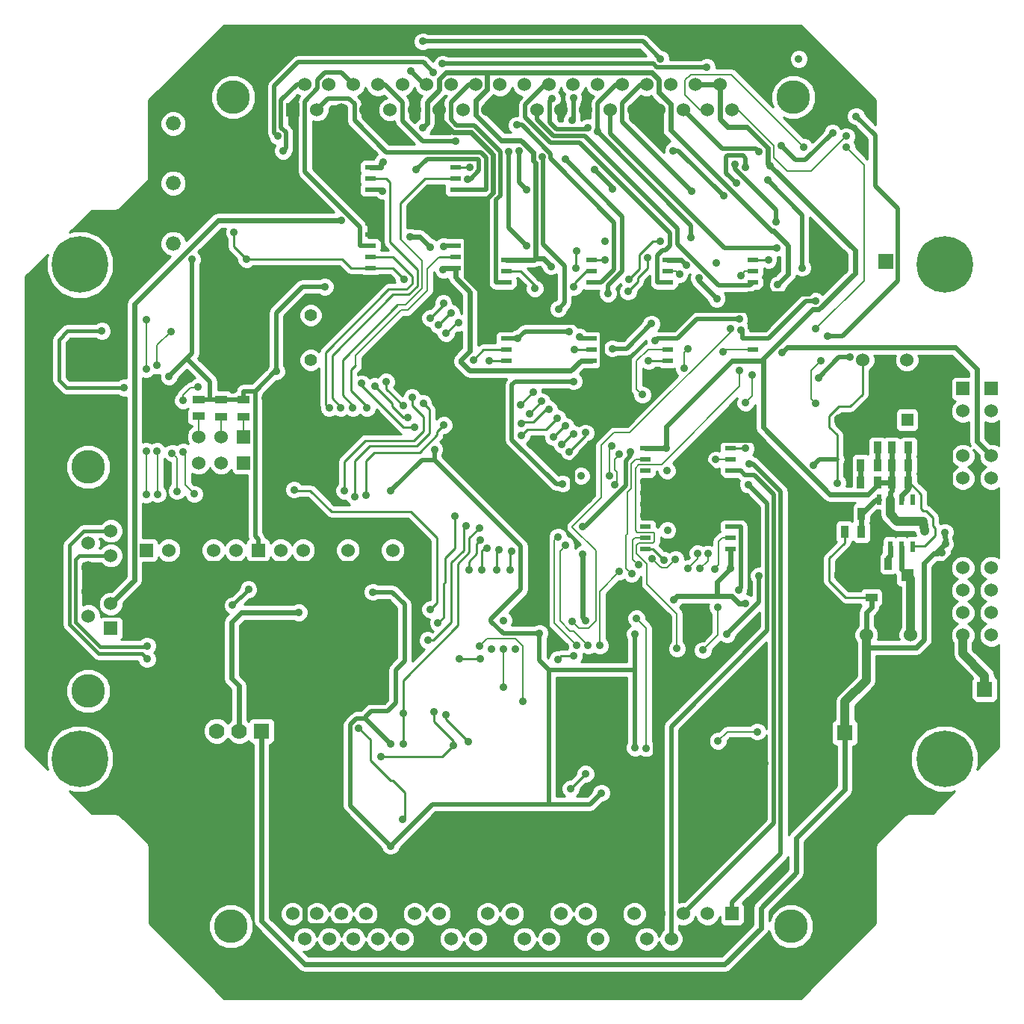
<source format=gbl>
G04 (created by PCBNEW-RS274X (2012-01-19 BZR 3256)-stable) date Fri 19 Oct 2012 08:46:26 AM MSK*
G01*
G70*
G90*
%MOIN*%
G04 Gerber Fmt 3.4, Leading zero omitted, Abs format*
%FSLAX34Y34*%
G04 APERTURE LIST*
%ADD10C,0.006000*%
%ADD11R,0.050000X0.020000*%
%ADD12R,0.055000X0.035000*%
%ADD13R,0.060000X0.060000*%
%ADD14C,0.060000*%
%ADD15C,0.066000*%
%ADD16C,0.150000*%
%ADD17C,0.055000*%
%ADD18R,0.020000X0.045000*%
%ADD19R,0.035000X0.055000*%
%ADD20R,0.055000X0.055000*%
%ADD21R,0.070000X0.070000*%
%ADD22C,0.070000*%
%ADD23C,0.252000*%
%ADD24C,0.035000*%
%ADD25C,0.023600*%
%ADD26C,0.039400*%
%ADD27C,0.010000*%
%ADD28C,0.015800*%
%ADD29C,0.008000*%
%ADD30C,0.015700*%
%ADD31C,0.019800*%
%ADD32C,0.019700*%
G04 APERTURE END LIST*
G54D10*
G54D11*
X60220Y-29710D03*
X60220Y-30210D03*
X60220Y-30710D03*
X60220Y-31210D03*
X60220Y-31710D03*
X60220Y-32210D03*
X60220Y-32710D03*
X60220Y-33210D03*
X60220Y-33710D03*
X60220Y-34210D03*
X56420Y-34210D03*
X56420Y-33710D03*
X56420Y-33210D03*
X56420Y-32710D03*
X56420Y-32210D03*
X56420Y-31710D03*
X56420Y-31210D03*
X56420Y-30710D03*
X56420Y-30210D03*
X56420Y-29710D03*
X62640Y-42610D03*
X62640Y-42110D03*
X62640Y-41610D03*
X62640Y-41110D03*
X62640Y-40610D03*
X62640Y-40110D03*
X62640Y-39610D03*
X62640Y-39110D03*
X62640Y-38610D03*
X62640Y-38110D03*
X66440Y-38110D03*
X66440Y-38610D03*
X66440Y-39110D03*
X66440Y-39610D03*
X66440Y-40110D03*
X66440Y-40610D03*
X66440Y-41110D03*
X66440Y-41610D03*
X66440Y-42110D03*
X66440Y-42610D03*
X67420Y-29710D03*
X67420Y-30210D03*
X67420Y-30710D03*
X67420Y-31210D03*
X67420Y-31710D03*
X67420Y-32210D03*
X67420Y-32710D03*
X67420Y-33210D03*
X67420Y-33710D03*
X67420Y-34210D03*
X63620Y-34210D03*
X63620Y-33710D03*
X63620Y-33210D03*
X63620Y-32710D03*
X63620Y-32210D03*
X63620Y-31710D03*
X63620Y-31210D03*
X63620Y-30710D03*
X63620Y-30210D03*
X63620Y-29710D03*
X54160Y-25570D03*
X54160Y-26070D03*
X54160Y-26570D03*
X54160Y-27070D03*
X54160Y-27570D03*
X54160Y-28070D03*
X54160Y-28570D03*
X54160Y-29070D03*
X54160Y-29570D03*
X54160Y-30070D03*
X50360Y-30070D03*
X50360Y-29570D03*
X50360Y-29070D03*
X50360Y-28570D03*
X50360Y-28070D03*
X50360Y-27570D03*
X50360Y-27070D03*
X50360Y-26570D03*
X50360Y-26070D03*
X50360Y-25570D03*
G54D12*
X44700Y-35945D03*
X44700Y-36695D03*
X43700Y-35945D03*
X43700Y-36695D03*
X42700Y-35925D03*
X42700Y-36675D03*
G54D13*
X40355Y-42660D03*
G54D14*
X41355Y-42660D03*
X42355Y-42660D03*
X43355Y-42660D03*
X44355Y-42660D03*
G54D15*
X41560Y-23620D03*
X41560Y-22620D03*
X41560Y-26280D03*
X41560Y-25280D03*
X41560Y-28980D03*
X41560Y-27980D03*
G54D13*
X46883Y-23001D03*
G54D14*
X47973Y-23001D03*
X49063Y-23001D03*
X50153Y-23001D03*
X51243Y-23001D03*
X52333Y-23001D03*
X53423Y-23001D03*
X54513Y-23001D03*
X55603Y-23001D03*
G54D16*
X44243Y-22441D03*
X69243Y-22441D03*
G54D14*
X56693Y-23001D03*
X57783Y-23001D03*
X58873Y-23001D03*
X59963Y-23001D03*
X61053Y-23001D03*
X62143Y-23001D03*
X63233Y-23001D03*
X64323Y-23001D03*
X65413Y-23001D03*
X66503Y-23001D03*
X47423Y-21881D03*
X48513Y-21881D03*
X49603Y-21881D03*
X50693Y-21881D03*
X51783Y-21881D03*
X52873Y-21881D03*
X53963Y-21881D03*
X55053Y-21881D03*
X56143Y-21881D03*
X57233Y-21881D03*
X58323Y-21881D03*
X59413Y-21881D03*
X60503Y-21881D03*
X61593Y-21881D03*
X62683Y-21881D03*
X63773Y-21881D03*
X64863Y-21881D03*
X65953Y-21881D03*
G54D13*
X66503Y-58889D03*
G54D14*
X65413Y-58889D03*
X64323Y-58889D03*
X63233Y-58889D03*
X62143Y-58889D03*
X61053Y-58889D03*
X59963Y-58889D03*
X58873Y-58889D03*
X57783Y-58889D03*
G54D16*
X69143Y-59449D03*
X44143Y-59449D03*
G54D14*
X56693Y-58889D03*
X55603Y-58889D03*
X54513Y-58889D03*
X53423Y-58889D03*
X52333Y-58889D03*
X51243Y-58889D03*
X50153Y-58889D03*
X49063Y-58889D03*
X47973Y-58889D03*
X46883Y-58889D03*
X65963Y-60009D03*
X64873Y-60009D03*
X63783Y-60009D03*
X62693Y-60009D03*
X61603Y-60009D03*
X60513Y-60009D03*
X59423Y-60009D03*
X58333Y-60009D03*
X57243Y-60009D03*
X56153Y-60009D03*
X55063Y-60009D03*
X53973Y-60009D03*
X52883Y-60009D03*
X51793Y-60009D03*
X50703Y-60009D03*
X49613Y-60009D03*
X48523Y-60009D03*
X47433Y-60009D03*
G54D13*
X45355Y-42660D03*
G54D14*
X46355Y-42660D03*
X47355Y-42660D03*
X48355Y-42660D03*
X49355Y-42660D03*
X50355Y-42660D03*
X51355Y-42660D03*
X52355Y-42660D03*
G54D16*
X37775Y-38950D03*
X37775Y-48950D03*
G54D13*
X38775Y-46150D03*
G54D14*
X38775Y-45050D03*
X38775Y-44000D03*
X38775Y-42900D03*
X38775Y-41800D03*
X37775Y-45600D03*
X37775Y-44500D03*
X37775Y-43450D03*
X37775Y-42350D03*
G54D17*
X47703Y-32170D03*
X47703Y-34170D03*
G54D18*
X74550Y-40390D03*
X74550Y-42490D03*
X74050Y-40390D03*
X73550Y-40390D03*
X73050Y-40390D03*
X74050Y-42490D03*
X73550Y-42490D03*
X73050Y-42490D03*
G54D19*
X72275Y-41040D03*
X71525Y-41040D03*
X72275Y-41840D03*
X71525Y-41840D03*
X74375Y-39640D03*
X73625Y-39640D03*
X74375Y-38860D03*
X73625Y-38860D03*
X74375Y-38080D03*
X73625Y-38080D03*
G54D12*
X72720Y-44775D03*
X72720Y-44025D03*
G54D19*
X73475Y-43260D03*
X72725Y-43260D03*
X72995Y-39640D03*
X72245Y-39640D03*
G54D14*
X74304Y-34160D03*
X72336Y-34160D03*
X74464Y-46440D03*
X72496Y-46440D03*
G54D20*
X74320Y-43780D03*
G54D17*
X71320Y-43780D03*
G54D20*
X74320Y-36840D03*
G54D17*
X71320Y-36840D03*
G54D21*
X71540Y-50800D03*
G54D22*
X73540Y-50800D03*
G54D21*
X73360Y-29780D03*
G54D22*
X71360Y-29780D03*
G54D13*
X44700Y-38760D03*
G54D14*
X43700Y-38760D03*
X42700Y-38760D03*
G54D13*
X44700Y-37600D03*
G54D14*
X43700Y-37600D03*
X42700Y-37600D03*
G54D21*
X77780Y-48860D03*
G54D22*
X75780Y-48860D03*
G54D13*
X76800Y-35450D03*
G54D14*
X76800Y-36450D03*
X76800Y-37450D03*
X76800Y-38450D03*
X76800Y-39450D03*
X76800Y-40450D03*
X76800Y-41450D03*
X76800Y-42450D03*
X76800Y-43450D03*
X76800Y-44450D03*
X76800Y-45450D03*
X76800Y-46450D03*
G54D13*
X78075Y-35450D03*
G54D14*
X78075Y-36450D03*
X78075Y-37450D03*
X78075Y-38450D03*
X78075Y-39450D03*
X78075Y-40450D03*
X78075Y-41450D03*
X78075Y-42450D03*
X78075Y-43450D03*
X78075Y-44450D03*
X78075Y-45450D03*
X78075Y-46450D03*
G54D19*
X72245Y-38860D03*
X72995Y-38860D03*
X72995Y-38080D03*
X72245Y-38080D03*
G54D22*
X43507Y-50728D03*
X44507Y-50728D03*
G54D21*
X45507Y-50728D03*
G54D23*
X75984Y-29921D03*
X37402Y-29921D03*
X37402Y-51969D03*
X75984Y-51969D03*
G54D24*
X47165Y-45433D03*
X63580Y-38110D03*
X52144Y-28683D03*
X49057Y-27932D03*
X68214Y-25505D03*
X53022Y-29131D03*
X75020Y-41380D03*
X75100Y-41820D03*
X53611Y-30148D03*
X59830Y-42826D03*
X59982Y-45801D03*
X65822Y-31440D03*
X65812Y-29847D03*
X68721Y-33844D03*
X65036Y-30510D03*
X66440Y-43479D03*
X58431Y-29990D03*
X64475Y-29950D03*
X76000Y-41860D03*
X76020Y-42380D03*
X52695Y-23809D03*
X68544Y-30812D03*
X63890Y-44867D03*
X67105Y-45033D03*
X50916Y-25331D03*
X75860Y-42760D03*
X39380Y-35400D03*
X38380Y-32880D03*
X49840Y-50600D03*
X50560Y-35340D03*
X59300Y-53300D03*
X54620Y-41560D03*
X52020Y-36740D03*
X59960Y-52640D03*
X52920Y-46680D03*
X51800Y-54660D03*
X54140Y-41140D03*
X53740Y-50020D03*
X51820Y-36220D03*
X53380Y-45900D03*
X51060Y-35140D03*
X54720Y-51200D03*
X65875Y-51175D03*
X67625Y-50759D03*
X70231Y-32779D03*
X71595Y-24672D03*
X70232Y-36102D03*
X70476Y-34195D03*
X62235Y-45702D03*
X62670Y-51497D03*
X69715Y-24666D03*
X71591Y-24187D03*
X51860Y-30580D03*
X54800Y-25580D03*
X60840Y-29700D03*
X63480Y-43100D03*
X44280Y-28480D03*
X44840Y-29680D03*
X68120Y-29700D03*
X67100Y-38120D03*
X62780Y-34200D03*
X55660Y-34200D03*
X58720Y-47540D03*
X55260Y-47500D03*
X59440Y-47380D03*
X54320Y-47500D03*
X50200Y-36320D03*
X49580Y-36320D03*
X55560Y-42560D03*
X55340Y-43540D03*
X57620Y-35620D03*
X57060Y-36160D03*
X57700Y-30980D03*
X54960Y-34180D03*
X55260Y-42200D03*
X54760Y-43540D03*
X66847Y-34637D03*
X55240Y-46940D03*
X57159Y-49422D03*
X66105Y-33806D03*
X64045Y-47053D03*
X66422Y-32779D03*
X66892Y-30393D03*
X59350Y-45824D03*
X55760Y-47080D03*
X64534Y-33658D03*
X65201Y-47117D03*
X56300Y-48763D03*
X56308Y-45796D03*
X65871Y-45194D03*
X64362Y-34548D03*
X64150Y-30347D03*
X56300Y-47060D03*
X67104Y-36079D03*
X67398Y-34830D03*
X61460Y-38380D03*
X62500Y-35720D03*
X56840Y-47060D03*
X61250Y-39725D03*
X61140Y-38020D03*
X61025Y-39325D03*
X59240Y-38260D03*
X59960Y-37420D03*
X61860Y-31120D03*
X62720Y-29620D03*
X58900Y-37940D03*
X59420Y-37460D03*
X61900Y-30580D03*
X63300Y-28880D03*
X58540Y-37620D03*
X59080Y-37120D03*
X49040Y-36320D03*
X59580Y-46920D03*
X58740Y-42060D03*
X59080Y-42440D03*
X60080Y-46920D03*
X62940Y-43040D03*
X63980Y-43060D03*
X61480Y-43620D03*
X60600Y-46920D03*
X65720Y-43500D03*
X65780Y-38620D03*
X65080Y-43480D03*
X65420Y-42820D03*
X64960Y-42800D03*
X64520Y-43480D03*
X62320Y-43320D03*
X62020Y-43700D03*
X48520Y-36320D03*
X53040Y-32300D03*
X49200Y-40000D03*
X52220Y-35840D03*
X53620Y-31640D03*
X53400Y-32620D03*
X53960Y-32080D03*
X52720Y-36100D03*
X49660Y-40280D03*
X54300Y-32500D03*
X50160Y-40200D03*
X53740Y-32980D03*
X53640Y-37080D03*
X58000Y-36020D03*
X57460Y-36560D03*
X59560Y-29320D03*
X59540Y-30060D03*
X56660Y-42700D03*
X57100Y-37540D03*
X58700Y-36760D03*
X56600Y-43540D03*
X59460Y-33720D03*
X58340Y-36380D03*
X57100Y-37000D03*
X56000Y-43540D03*
X56100Y-42640D03*
X59440Y-30920D03*
X40840Y-34420D03*
X41460Y-32900D03*
X40860Y-40160D03*
X40840Y-38240D03*
X40394Y-47520D03*
X40394Y-46929D03*
X53629Y-29104D03*
X46465Y-24831D03*
X52395Y-25682D03*
X54697Y-26112D03*
X53577Y-20953D03*
X62905Y-32553D03*
X59228Y-32902D03*
X61158Y-33661D03*
X65377Y-21112D03*
X56948Y-33210D03*
X66632Y-25452D03*
X68450Y-28006D03*
X70217Y-31526D03*
X66890Y-32842D03*
X71757Y-34033D03*
X69478Y-20734D03*
X70352Y-34957D03*
X63080Y-33298D03*
X68086Y-26146D03*
X66816Y-32341D03*
X69631Y-30059D03*
X68496Y-29162D03*
X60508Y-23987D03*
X64681Y-28715D03*
X64690Y-26632D03*
X50895Y-26625D03*
X60967Y-31200D03*
X59056Y-25220D03*
X59418Y-22485D03*
X59762Y-39346D03*
X59428Y-35128D03*
X59352Y-23471D03*
X58944Y-39693D03*
X59831Y-41610D03*
X70765Y-33100D03*
X68686Y-24615D03*
X70983Y-24043D03*
X61982Y-38264D03*
X72033Y-23291D03*
X67710Y-24878D03*
X63616Y-41763D03*
X67270Y-38795D03*
X66788Y-44450D03*
X67220Y-39730D03*
X63607Y-39110D03*
X57328Y-26570D03*
X54173Y-24408D03*
X56988Y-24848D03*
X57331Y-29070D03*
X56534Y-24877D03*
X60053Y-23792D03*
X61152Y-26525D03*
X58462Y-22507D03*
X60371Y-25687D03*
X52700Y-19954D03*
X63291Y-20726D03*
X60848Y-28871D03*
X52157Y-21265D03*
X66693Y-26283D03*
X66126Y-26839D03*
X63876Y-24828D03*
X67098Y-25587D03*
X58016Y-25116D03*
X58755Y-31891D03*
X53172Y-21335D03*
X59686Y-33128D03*
X46217Y-24168D03*
X56888Y-23684D03*
X42675Y-35375D03*
X42000Y-38275D03*
X42000Y-35975D03*
X42500Y-40150D03*
X41725Y-40025D03*
X41500Y-38325D03*
X40360Y-32360D03*
X40360Y-40180D03*
X40360Y-38240D03*
X40360Y-34580D03*
X46960Y-39960D03*
X53200Y-49860D03*
X53040Y-45300D03*
X50840Y-51880D03*
X54080Y-51360D03*
X49980Y-35220D03*
X51820Y-51320D03*
X52340Y-37180D03*
X51820Y-49940D03*
X55220Y-41660D03*
X64000Y-49700D03*
X65050Y-51500D03*
X67975Y-52175D03*
X62440Y-54840D03*
X63375Y-41100D03*
X70880Y-41020D03*
X59580Y-40478D03*
X41500Y-35550D03*
X48160Y-33200D03*
X47280Y-54980D03*
X62260Y-44240D03*
X55680Y-54720D03*
X52880Y-55040D03*
X59720Y-51700D03*
X48120Y-36680D03*
X58000Y-44240D03*
X49620Y-54960D03*
X59420Y-55040D03*
X45650Y-35875D03*
X44921Y-44409D03*
X44213Y-45118D03*
X66280Y-46400D03*
X46160Y-34680D03*
X53220Y-38160D03*
X48325Y-30900D03*
X41375Y-34900D03*
X71200Y-39660D03*
X51280Y-40020D03*
X57900Y-46360D03*
X62160Y-46400D03*
X42400Y-29675D03*
X51280Y-51320D03*
X50472Y-44528D03*
X51260Y-55860D03*
X70131Y-38865D03*
X67700Y-43798D03*
X62170Y-51472D03*
X60670Y-53494D03*
G54D25*
X44507Y-50728D02*
X44507Y-48719D01*
X44606Y-45433D02*
X47165Y-45433D01*
X44173Y-45866D02*
X44606Y-45433D01*
X44173Y-48385D02*
X44173Y-45866D01*
X44507Y-48719D02*
X44173Y-48385D01*
X67420Y-34210D02*
X67891Y-34210D01*
X53611Y-30148D02*
X53689Y-30070D01*
X67891Y-34210D02*
X67891Y-37185D01*
X53022Y-29131D02*
X52574Y-28683D01*
X70083Y-31922D02*
X70382Y-31922D01*
X64863Y-21881D02*
X65953Y-21881D01*
X63580Y-37128D02*
X66498Y-34210D01*
X54809Y-33770D02*
X54809Y-31130D01*
X68106Y-25397D02*
X68106Y-24713D01*
X66313Y-23760D02*
X65953Y-23400D01*
X60220Y-34210D02*
X59749Y-34210D01*
X59312Y-34647D02*
X54796Y-34647D01*
X54160Y-30481D02*
X54160Y-30070D01*
X54412Y-34263D02*
X54412Y-34167D01*
X72995Y-39640D02*
X73085Y-39640D01*
X54003Y-30070D02*
X53689Y-30070D01*
X54160Y-30070D02*
X54017Y-30070D01*
X72555Y-40170D02*
X73085Y-39640D01*
X54003Y-30070D02*
X54017Y-30070D01*
X71986Y-29277D02*
X68214Y-25505D01*
X67153Y-23760D02*
X66313Y-23760D01*
X59749Y-34210D02*
X59312Y-34647D01*
X54796Y-34647D02*
X54412Y-34263D01*
X65953Y-23400D02*
X65953Y-21881D01*
X71986Y-30318D02*
X71986Y-29277D01*
X39833Y-31673D02*
X39833Y-43992D01*
X68214Y-25505D02*
X68106Y-25397D01*
X68106Y-24713D02*
X67153Y-23760D01*
X54412Y-34167D02*
X54809Y-33770D01*
X70876Y-40170D02*
X72555Y-40170D01*
X73085Y-39640D02*
X73625Y-39640D01*
X63580Y-38110D02*
X63580Y-37128D01*
X67420Y-34210D02*
X66949Y-34210D01*
X63580Y-38110D02*
X62640Y-38110D01*
X52574Y-28683D02*
X52144Y-28683D01*
X39833Y-43992D02*
X38775Y-45050D01*
X73550Y-40390D02*
X73550Y-40070D01*
G54D26*
X75100Y-41820D02*
X75020Y-41380D01*
X75020Y-41380D02*
X73880Y-41380D01*
X73550Y-41050D02*
X73550Y-40390D01*
G54D25*
X73550Y-40070D02*
X73625Y-39995D01*
X73625Y-39640D02*
X73625Y-38860D01*
G54D26*
X73880Y-41380D02*
X73550Y-41050D01*
G54D25*
X49057Y-27932D02*
X43574Y-27932D01*
X67891Y-37185D02*
X70876Y-40170D01*
X70382Y-31922D02*
X71986Y-30318D01*
X67891Y-34210D02*
X67891Y-34114D01*
X67891Y-34114D02*
X70083Y-31922D01*
X73625Y-39995D02*
X73625Y-39640D01*
G54D26*
X77780Y-48860D02*
X77780Y-48260D01*
G54D25*
X73625Y-38860D02*
X73625Y-38080D01*
X66498Y-34210D02*
X66949Y-34210D01*
X54809Y-31130D02*
X54160Y-30481D01*
X43574Y-27932D02*
X39833Y-31673D01*
G54D26*
X77780Y-48260D02*
X76800Y-47280D01*
X76800Y-47280D02*
X76800Y-46450D01*
G54D25*
X45512Y-54606D02*
X45507Y-54601D01*
X45512Y-59213D02*
X45512Y-54606D01*
X47441Y-61142D02*
X45512Y-59213D01*
X66181Y-61142D02*
X47441Y-61142D01*
X67795Y-59528D02*
X66181Y-61142D01*
X67795Y-58623D02*
X67795Y-59528D01*
X69370Y-57048D02*
X67795Y-58623D01*
X69370Y-55512D02*
X69370Y-57048D01*
X71540Y-53342D02*
X69370Y-55512D01*
X52901Y-23603D02*
X52901Y-22661D01*
X68721Y-33844D02*
X68974Y-33591D01*
X65036Y-30510D02*
X65036Y-30654D01*
X55574Y-21345D02*
X55574Y-22097D01*
X59830Y-45649D02*
X59830Y-42826D01*
X76456Y-33591D02*
X77438Y-34573D01*
X59982Y-45801D02*
X59830Y-45649D01*
X77438Y-37813D02*
X78075Y-38450D01*
X77438Y-34573D02*
X77438Y-37813D01*
X65835Y-44716D02*
X64041Y-44716D01*
X66440Y-42610D02*
X66440Y-43479D01*
X65036Y-30654D02*
X65822Y-31440D01*
X52695Y-23809D02*
X52901Y-23603D01*
X71540Y-50800D02*
X71540Y-53342D01*
X45507Y-54601D02*
X45507Y-50728D01*
X53441Y-21650D02*
X53746Y-21345D01*
X65835Y-44084D02*
X65835Y-44716D01*
X66440Y-43479D02*
X65835Y-44084D01*
X50831Y-25416D02*
X50916Y-25331D01*
X69015Y-30341D02*
X69015Y-29056D01*
X56211Y-24382D02*
X57082Y-24382D01*
X62924Y-21345D02*
X55574Y-21345D01*
X55082Y-22589D02*
X55082Y-23253D01*
X69015Y-29056D02*
X68361Y-28402D01*
X57082Y-24382D02*
X57620Y-24920D01*
X55082Y-23253D02*
X56211Y-24382D01*
X68250Y-28402D02*
X63754Y-23906D01*
X63754Y-22751D02*
X63238Y-22235D01*
X55574Y-22097D02*
X55082Y-22589D01*
X68361Y-28402D02*
X68250Y-28402D01*
X63238Y-21659D02*
X62924Y-21345D01*
X63754Y-23906D02*
X63754Y-22751D01*
X68544Y-30812D02*
X69015Y-30341D01*
X63238Y-22235D02*
X63238Y-21659D01*
X53441Y-22121D02*
X53441Y-21650D01*
X52901Y-22661D02*
X53441Y-22121D01*
X53746Y-21345D02*
X55574Y-21345D01*
X58083Y-29642D02*
X58431Y-29990D01*
X57728Y-29642D02*
X58083Y-29642D01*
X57660Y-29710D02*
X57728Y-29642D01*
X56891Y-29710D02*
X57660Y-29710D01*
X66494Y-44716D02*
X66811Y-45033D01*
X65835Y-44716D02*
X66494Y-44716D01*
X57728Y-25388D02*
X57728Y-29642D01*
X57620Y-25280D02*
X57728Y-25388D01*
X57620Y-24920D02*
X57620Y-25280D01*
X68974Y-33591D02*
X76456Y-33591D01*
G54D27*
X71575Y-44775D02*
X72720Y-44775D01*
X70840Y-43020D02*
X70840Y-44040D01*
X71525Y-41840D02*
X71525Y-42335D01*
G54D25*
X76000Y-41860D02*
X76020Y-42380D01*
X72720Y-45220D02*
X72720Y-44775D01*
X72496Y-45444D02*
X72720Y-45220D01*
X56420Y-29710D02*
X56891Y-29710D01*
X50831Y-25570D02*
X50831Y-25416D01*
X64041Y-44716D02*
X63890Y-44867D01*
X72496Y-46440D02*
X72496Y-45444D01*
G54D27*
X71525Y-42335D02*
X70840Y-43020D01*
G54D25*
X66811Y-45033D02*
X67105Y-45033D01*
G54D26*
X72496Y-48464D02*
X72496Y-47020D01*
X71540Y-49420D02*
X72496Y-48464D01*
G54D25*
X50360Y-25570D02*
X50831Y-25570D01*
G54D26*
X72496Y-47020D02*
X72496Y-46440D01*
G54D25*
X74720Y-47000D02*
X72800Y-47000D01*
X72800Y-47000D02*
X72780Y-47020D01*
X75080Y-46640D02*
X74720Y-47000D01*
X75080Y-43240D02*
X75080Y-46640D01*
X75500Y-42820D02*
X75080Y-43240D01*
X75860Y-42760D02*
X75500Y-42820D01*
X72780Y-47020D02*
X72496Y-47020D01*
X76020Y-42380D02*
X75580Y-42800D01*
X75580Y-42800D02*
X75860Y-42760D01*
G54D26*
X71540Y-50800D02*
X71540Y-49420D01*
G54D25*
X64235Y-29710D02*
X64475Y-29950D01*
X63620Y-29710D02*
X64235Y-29710D01*
G54D27*
X70840Y-44040D02*
X71575Y-44775D01*
G54D28*
X36800Y-35400D02*
X36460Y-35060D01*
X36460Y-35060D02*
X36460Y-33260D01*
X39380Y-35400D02*
X36800Y-35400D01*
X36460Y-33260D02*
X36840Y-32880D01*
X36840Y-32880D02*
X38380Y-32880D01*
G54D27*
X59300Y-53300D02*
X59960Y-52640D01*
X54620Y-41560D02*
X54520Y-41660D01*
X53980Y-45880D02*
X53180Y-46680D01*
X53180Y-46680D02*
X52920Y-46680D01*
X53980Y-43220D02*
X53980Y-45880D01*
X54520Y-42680D02*
X53980Y-43220D01*
X54520Y-41660D02*
X54520Y-42680D01*
X51900Y-54560D02*
X51800Y-54660D01*
X50560Y-35340D02*
X51320Y-36100D01*
X51820Y-36740D02*
X52020Y-36740D01*
X51320Y-36240D02*
X51820Y-36740D01*
X51320Y-36100D02*
X51320Y-36240D01*
X50360Y-51120D02*
X50360Y-52040D01*
X51260Y-52940D02*
X51380Y-52940D01*
X51900Y-53460D02*
X51900Y-54560D01*
X50360Y-52040D02*
X51260Y-52940D01*
X49840Y-50600D02*
X50360Y-51120D01*
X51380Y-52940D02*
X51900Y-53460D01*
X51820Y-36220D02*
X51060Y-35460D01*
X54140Y-41140D02*
X54140Y-42580D01*
X51060Y-35460D02*
X51060Y-35140D01*
X54720Y-51200D02*
X53740Y-50220D01*
X53740Y-50220D02*
X53740Y-50020D01*
X53620Y-44160D02*
X53620Y-45660D01*
X53700Y-44080D02*
X53620Y-44160D01*
X53620Y-45660D02*
X53380Y-45900D01*
X54140Y-42580D02*
X53700Y-43020D01*
X53700Y-43020D02*
X53700Y-44080D01*
G54D29*
X66291Y-50759D02*
X67625Y-50759D01*
X65875Y-51175D02*
X66291Y-50759D01*
X72385Y-25462D02*
X71595Y-24672D01*
X70033Y-34638D02*
X70033Y-35903D01*
X70476Y-34195D02*
X70033Y-34638D01*
X72385Y-30625D02*
X72385Y-25462D01*
X62670Y-46137D02*
X62235Y-45702D01*
X70231Y-32779D02*
X72385Y-30625D01*
X62670Y-51497D02*
X62670Y-46137D01*
X70033Y-35903D02*
X70232Y-36102D01*
X66479Y-21430D02*
X69715Y-24666D01*
X64406Y-21689D02*
X64665Y-21430D01*
X64665Y-21430D02*
X66479Y-21430D01*
X64406Y-22331D02*
X64406Y-21689D01*
X65076Y-23001D02*
X64406Y-22331D01*
X65413Y-23001D02*
X65076Y-23001D01*
X66764Y-23001D02*
X66503Y-23001D01*
X71591Y-24187D02*
X70026Y-25752D01*
X70026Y-25752D02*
X68965Y-25752D01*
X68367Y-25154D02*
X68367Y-24604D01*
X68965Y-25752D02*
X68367Y-25154D01*
X68367Y-24604D02*
X66764Y-23001D01*
G54D27*
X67090Y-38110D02*
X66440Y-38110D01*
X44280Y-29120D02*
X44280Y-28480D01*
X44840Y-29680D02*
X44280Y-29120D01*
X62780Y-34200D02*
X62790Y-34210D01*
X62790Y-34210D02*
X63620Y-34210D01*
X49490Y-30070D02*
X50360Y-30070D01*
X60840Y-29700D02*
X60830Y-29710D01*
X60830Y-29710D02*
X60220Y-29710D01*
X44840Y-29680D02*
X49100Y-29680D01*
X49100Y-29680D02*
X49490Y-30070D01*
X67100Y-38120D02*
X67090Y-38110D01*
X55670Y-34210D02*
X56420Y-34210D01*
X50360Y-30070D02*
X51350Y-30070D01*
X51350Y-30070D02*
X51860Y-30580D01*
X55660Y-34200D02*
X55670Y-34210D01*
X68110Y-29710D02*
X67420Y-29710D01*
X54790Y-25570D02*
X54160Y-25570D01*
X54800Y-25580D02*
X54790Y-25570D01*
X62650Y-42600D02*
X62640Y-42610D01*
X63480Y-43100D02*
X62980Y-42600D01*
X62980Y-42600D02*
X62650Y-42600D01*
X68120Y-29700D02*
X68110Y-29710D01*
X58720Y-47540D02*
X58880Y-47380D01*
X54320Y-47500D02*
X55260Y-47500D01*
X58880Y-47380D02*
X59440Y-47380D01*
X49500Y-35540D02*
X49500Y-34620D01*
G54D29*
X49710Y-34410D02*
X49710Y-33965D01*
X49710Y-33965D02*
X51725Y-31950D01*
G54D27*
X49500Y-34620D02*
X49710Y-34410D01*
X50200Y-36240D02*
X49500Y-35540D01*
G54D29*
X51725Y-31950D02*
X52025Y-31950D01*
G54D27*
X50200Y-36320D02*
X50200Y-36240D01*
G54D29*
X52025Y-31950D02*
X52900Y-31075D01*
G54D27*
X53430Y-29570D02*
X54160Y-29570D01*
G54D29*
X52900Y-31075D02*
X52900Y-30100D01*
X52900Y-30100D02*
X53430Y-29570D01*
G54D27*
X51700Y-27160D02*
X52790Y-26070D01*
X52790Y-26070D02*
X54160Y-26070D01*
X51560Y-31720D02*
X51575Y-31720D01*
G54D29*
X52675Y-30975D02*
X52675Y-29755D01*
G54D27*
X49120Y-34160D02*
X51560Y-31720D01*
G54D29*
X52675Y-29755D02*
X51700Y-28780D01*
G54D27*
X49580Y-36320D02*
X49580Y-36200D01*
G54D29*
X51575Y-31720D02*
X51930Y-31720D01*
G54D27*
X51700Y-28780D02*
X51700Y-27160D01*
X49580Y-36200D02*
X49120Y-35740D01*
G54D29*
X51930Y-31720D02*
X52675Y-30975D01*
G54D27*
X49120Y-35740D02*
X49120Y-34160D01*
X57600Y-35620D02*
X57620Y-35620D01*
X55340Y-43540D02*
X55340Y-42680D01*
X57060Y-36160D02*
X57600Y-35620D01*
X57700Y-30980D02*
X57700Y-30840D01*
X57070Y-30210D02*
X56420Y-30210D01*
X55460Y-42560D02*
X55560Y-42560D01*
X57700Y-30840D02*
X57070Y-30210D01*
X55340Y-42680D02*
X55460Y-42560D01*
X55100Y-42360D02*
X55260Y-42200D01*
X55410Y-33710D02*
X56420Y-33710D01*
X54760Y-43540D02*
X54760Y-43160D01*
X54760Y-43160D02*
X55100Y-42820D01*
X54960Y-34160D02*
X55410Y-33710D01*
X54960Y-34180D02*
X54960Y-34160D01*
X55100Y-42820D02*
X55100Y-42360D01*
G54D29*
X64045Y-45497D02*
X62714Y-44166D01*
X66847Y-35355D02*
X66847Y-34637D01*
X67420Y-33710D02*
X66201Y-33710D01*
X62246Y-42452D02*
X62345Y-42353D01*
X62949Y-42353D02*
X63034Y-42268D01*
X62345Y-42353D02*
X62949Y-42353D01*
X55574Y-46606D02*
X56838Y-46606D01*
X62345Y-38853D02*
X63349Y-38853D01*
X62184Y-39014D02*
X62345Y-38853D01*
X63034Y-42268D02*
X63034Y-41888D01*
X62268Y-41866D02*
X62184Y-41782D01*
X63034Y-41888D02*
X63012Y-41866D01*
X62184Y-41782D02*
X62184Y-39014D01*
X62714Y-43263D02*
X62246Y-42795D01*
X62246Y-42795D02*
X62246Y-42452D01*
X56838Y-46606D02*
X57159Y-46927D01*
X66201Y-33710D02*
X66105Y-33806D01*
X63012Y-41866D02*
X62268Y-41866D01*
X63349Y-38853D02*
X66847Y-35355D01*
X55240Y-46940D02*
X55574Y-46606D01*
X64045Y-47053D02*
X64045Y-45497D01*
X62714Y-44166D02*
X62714Y-43263D01*
X57159Y-46927D02*
X57159Y-49422D01*
X60096Y-46139D02*
X60416Y-45819D01*
X67420Y-30210D02*
X67027Y-30210D01*
X60667Y-40322D02*
X60667Y-37987D01*
X61944Y-37417D02*
X66422Y-32939D01*
X66422Y-32939D02*
X66422Y-32779D01*
X60416Y-42675D02*
X59381Y-41640D01*
X59381Y-41608D02*
X60667Y-40322D01*
X59665Y-46139D02*
X60096Y-46139D01*
X59381Y-41640D02*
X59381Y-41608D01*
X66892Y-30393D02*
X67027Y-30258D01*
X59350Y-45824D02*
X59665Y-46139D01*
X60416Y-45819D02*
X60416Y-42675D01*
X60667Y-37987D02*
X61237Y-37417D01*
X61237Y-37417D02*
X61944Y-37417D01*
X67027Y-30258D02*
X67027Y-30210D01*
X64362Y-34548D02*
X64362Y-33830D01*
X56300Y-47060D02*
X56300Y-48763D01*
X67398Y-35785D02*
X67398Y-34830D01*
X67104Y-36079D02*
X67398Y-35785D01*
X64362Y-33830D02*
X64534Y-33658D01*
X65201Y-47117D02*
X65871Y-46447D01*
X63620Y-30210D02*
X64013Y-30210D01*
X64150Y-30347D02*
X64013Y-30210D01*
X65871Y-46447D02*
X65871Y-45194D01*
X62500Y-35720D02*
X62240Y-35460D01*
X62240Y-35460D02*
X62240Y-34220D01*
X61250Y-39075D02*
X61350Y-39175D01*
X61350Y-39625D02*
X61250Y-39725D01*
X61250Y-38600D02*
X61250Y-39075D01*
X61350Y-39175D02*
X61350Y-39625D01*
X61460Y-38380D02*
X61460Y-38390D01*
X62240Y-34220D02*
X62750Y-33710D01*
X62750Y-33710D02*
X63620Y-33710D01*
X61460Y-38390D02*
X61250Y-38600D01*
X61020Y-38960D02*
X61020Y-38140D01*
X61020Y-38140D02*
X61140Y-38020D01*
X61025Y-39325D02*
X61020Y-38960D01*
G54D27*
X59240Y-38260D02*
X59960Y-37540D01*
X59960Y-37540D02*
X59960Y-37420D01*
X62720Y-30080D02*
X62720Y-29620D01*
X62300Y-30500D02*
X62720Y-30080D01*
X62300Y-30680D02*
X62300Y-30500D01*
X61860Y-31120D02*
X62300Y-30680D01*
X58900Y-37940D02*
X59380Y-37460D01*
X59380Y-37460D02*
X59420Y-37460D01*
X59040Y-37120D02*
X59080Y-37120D01*
X62380Y-29480D02*
X62980Y-28880D01*
X61900Y-30580D02*
X62380Y-30100D01*
X62380Y-30100D02*
X62380Y-29480D01*
X58540Y-37620D02*
X59040Y-37120D01*
X62980Y-28880D02*
X63300Y-28880D01*
X49040Y-36320D02*
X49040Y-36260D01*
X49040Y-36260D02*
X48660Y-35880D01*
X51240Y-28920D02*
X51240Y-26240D01*
X48660Y-35880D02*
X48660Y-33960D01*
X51380Y-31240D02*
X52080Y-31240D01*
X52460Y-30140D02*
X51240Y-28920D01*
X51070Y-26070D02*
X50360Y-26070D01*
X52460Y-30860D02*
X52460Y-30140D01*
X48660Y-33960D02*
X51380Y-31240D01*
X52080Y-31240D02*
X52460Y-30860D01*
X51240Y-26240D02*
X51070Y-26070D01*
G54D29*
X58580Y-45920D02*
X58580Y-42220D01*
X59580Y-46920D02*
X58580Y-45920D01*
X58580Y-42220D02*
X58740Y-42060D01*
X60080Y-46920D02*
X59420Y-46260D01*
X59420Y-46260D02*
X59260Y-46260D01*
X59260Y-46260D02*
X58820Y-45820D01*
X58820Y-42700D02*
X59080Y-42440D01*
X58820Y-45820D02*
X58820Y-42700D01*
X63600Y-43440D02*
X63980Y-43060D01*
X60600Y-46920D02*
X60600Y-44500D01*
X62940Y-43040D02*
X63260Y-43360D01*
X63360Y-43440D02*
X63600Y-43440D01*
X63280Y-43360D02*
X63360Y-43440D01*
X63260Y-43360D02*
X63280Y-43360D01*
X60600Y-44500D02*
X61480Y-43620D01*
X65900Y-42260D02*
X66050Y-42110D01*
X65720Y-43500D02*
X65900Y-43320D01*
X65900Y-43320D02*
X65900Y-42260D01*
X66050Y-42110D02*
X66440Y-42110D01*
X65080Y-43480D02*
X65420Y-43140D01*
X65790Y-38610D02*
X66440Y-38610D01*
X65420Y-43140D02*
X65420Y-42820D01*
X65780Y-38620D02*
X65790Y-38610D01*
X64520Y-43480D02*
X64960Y-43040D01*
X64960Y-43040D02*
X64960Y-42800D01*
X62150Y-42110D02*
X62640Y-42110D01*
X62060Y-43060D02*
X62060Y-42200D01*
X62320Y-43320D02*
X62060Y-43060D01*
X62060Y-42200D02*
X62150Y-42110D01*
X61820Y-40080D02*
X62000Y-39900D01*
X61820Y-41940D02*
X61820Y-40080D01*
X61780Y-43460D02*
X61780Y-41980D01*
X62190Y-38610D02*
X62640Y-38610D01*
X61780Y-41980D02*
X61820Y-41940D01*
X62020Y-43700D02*
X61780Y-43460D01*
X62000Y-39900D02*
X62000Y-38800D01*
X62000Y-38800D02*
X62190Y-38610D01*
G54D27*
X48520Y-36320D02*
X48360Y-36160D01*
X51180Y-31020D02*
X51960Y-31020D01*
X48360Y-33840D02*
X51180Y-31020D01*
X51960Y-31020D02*
X52220Y-30760D01*
X51350Y-29570D02*
X50360Y-29570D01*
X52220Y-30760D02*
X52220Y-30440D01*
X48360Y-36160D02*
X48360Y-33840D01*
X52220Y-30440D02*
X51350Y-29570D01*
X49200Y-40000D02*
X49200Y-38700D01*
X53040Y-32300D02*
X53620Y-31720D01*
X52300Y-37760D02*
X52720Y-37340D01*
X52720Y-36700D02*
X52220Y-36200D01*
X52720Y-37340D02*
X52720Y-36700D01*
X52220Y-36200D02*
X52220Y-35840D01*
X49200Y-38700D02*
X50140Y-37760D01*
X53620Y-31720D02*
X53620Y-31640D01*
X50140Y-37760D02*
X52300Y-37760D01*
X53940Y-32080D02*
X53960Y-32080D01*
X49660Y-40280D02*
X49660Y-38680D01*
X53400Y-32620D02*
X53940Y-32080D01*
X49660Y-38680D02*
X50320Y-38020D01*
X52420Y-38020D02*
X53000Y-37440D01*
X50320Y-38020D02*
X52420Y-38020D01*
X53000Y-37440D02*
X53000Y-36380D01*
X53000Y-36380D02*
X52720Y-36100D01*
X53740Y-32980D02*
X54220Y-32500D01*
X54220Y-32500D02*
X54300Y-32500D01*
X53340Y-37380D02*
X53640Y-37080D01*
X53340Y-37520D02*
X53340Y-37380D01*
X50160Y-38680D02*
X50540Y-38300D01*
X50160Y-40200D02*
X50160Y-38680D01*
X52560Y-38300D02*
X53340Y-37520D01*
X50540Y-38300D02*
X52560Y-38300D01*
X58000Y-36020D02*
X57460Y-36560D01*
X59540Y-29340D02*
X59540Y-30060D01*
X59560Y-29320D02*
X59540Y-29340D01*
X59470Y-33710D02*
X60220Y-33710D01*
X57100Y-37540D02*
X57380Y-37260D01*
X56600Y-42760D02*
X56660Y-42700D01*
X59460Y-33720D02*
X59470Y-33710D01*
X58200Y-37260D02*
X58700Y-36760D01*
X57380Y-37260D02*
X58200Y-37260D01*
X56600Y-43540D02*
X56600Y-42760D01*
X56000Y-42740D02*
X56100Y-42640D01*
X58200Y-36380D02*
X58340Y-36380D01*
X57640Y-36940D02*
X58200Y-36380D01*
X56000Y-43540D02*
X56000Y-42740D01*
X59990Y-30210D02*
X60220Y-30210D01*
X59500Y-30700D02*
X59990Y-30210D01*
X59500Y-30860D02*
X59500Y-30700D01*
X59440Y-30920D02*
X59500Y-30860D01*
X57100Y-37000D02*
X57160Y-36940D01*
X57160Y-36940D02*
X57640Y-36940D01*
G54D29*
X40840Y-33520D02*
X40840Y-34420D01*
X40840Y-38240D02*
X40860Y-38260D01*
X41460Y-32900D02*
X40840Y-33520D01*
X40860Y-38260D02*
X40860Y-40160D01*
G54D30*
X37570Y-41800D02*
X38775Y-41800D01*
X36929Y-42441D02*
X37570Y-41800D01*
X36929Y-45984D02*
X36929Y-42441D01*
X38228Y-47283D02*
X36929Y-45984D01*
X40157Y-47283D02*
X38228Y-47283D01*
X40394Y-47520D02*
X40157Y-47283D01*
G54D29*
X43700Y-37600D02*
X43700Y-36695D01*
G54D30*
X40394Y-46929D02*
X40354Y-46969D01*
X40354Y-46969D02*
X38307Y-46969D01*
X38307Y-46969D02*
X37205Y-45867D01*
X37205Y-45867D02*
X37205Y-43070D01*
X37205Y-43070D02*
X37362Y-42913D01*
X37362Y-42913D02*
X38762Y-42913D01*
X38762Y-42913D02*
X38775Y-42900D01*
G54D29*
X44700Y-37600D02*
X44700Y-36695D01*
G54D31*
X46594Y-24702D02*
X46594Y-24011D01*
X46380Y-23797D02*
X46380Y-22584D01*
X46465Y-24831D02*
X46594Y-24702D01*
X46380Y-22584D02*
X47083Y-21881D01*
X54160Y-29070D02*
X53708Y-29070D01*
X53629Y-29104D02*
X53674Y-29104D01*
X46594Y-24011D02*
X46380Y-23797D01*
X55215Y-25716D02*
X54819Y-26112D01*
X47083Y-21881D02*
X47423Y-21881D01*
X52395Y-25682D02*
X52884Y-25193D01*
X54819Y-26112D02*
X54697Y-26112D01*
X52884Y-25193D02*
X55158Y-25193D01*
X53674Y-29104D02*
X53708Y-29070D01*
X55215Y-25250D02*
X55215Y-25716D01*
X55158Y-25193D02*
X55215Y-25250D01*
X49404Y-22499D02*
X48475Y-22499D01*
X48475Y-22499D02*
X47973Y-23001D01*
X54160Y-26570D02*
X55508Y-26570D01*
X55508Y-26570D02*
X55516Y-26562D01*
X55516Y-26562D02*
X55516Y-25125D01*
X55516Y-25125D02*
X55283Y-24892D01*
X55283Y-24892D02*
X51053Y-24892D01*
X51053Y-24892D02*
X49650Y-23489D01*
X49650Y-23489D02*
X49650Y-22745D01*
X49650Y-22745D02*
X49404Y-22499D01*
X55968Y-30710D02*
X55968Y-27016D01*
X55968Y-27016D02*
X56156Y-26828D01*
X56156Y-26828D02*
X56156Y-24859D01*
X56156Y-24859D02*
X54989Y-23692D01*
X54989Y-23692D02*
X54203Y-23692D01*
X54203Y-23692D02*
X53963Y-23452D01*
X53963Y-23452D02*
X53963Y-22667D01*
X53963Y-22667D02*
X54749Y-21881D01*
X54749Y-21881D02*
X55053Y-21881D01*
X56420Y-30710D02*
X55968Y-30710D01*
X57256Y-32902D02*
X56948Y-33210D01*
X56420Y-33210D02*
X56872Y-33210D01*
X61797Y-33661D02*
X61158Y-33661D01*
X63144Y-21112D02*
X65377Y-21112D01*
X62985Y-20953D02*
X63144Y-21112D01*
X68450Y-27472D02*
X68450Y-28006D01*
X66632Y-25654D02*
X68450Y-27472D01*
X66632Y-25452D02*
X66632Y-25654D01*
X59228Y-32902D02*
X57256Y-32902D01*
X53577Y-20953D02*
X62985Y-20953D01*
X56872Y-33210D02*
X56948Y-33210D01*
X62905Y-32553D02*
X61797Y-33661D01*
X66968Y-32920D02*
X66890Y-32842D01*
X71276Y-34033D02*
X71757Y-34033D01*
X69813Y-31531D02*
X68134Y-33210D01*
X68134Y-33210D02*
X67420Y-33210D01*
X70212Y-31531D02*
X69813Y-31531D01*
X67420Y-33210D02*
X66968Y-33210D01*
X66968Y-33210D02*
X66968Y-32920D01*
X70217Y-31526D02*
X70212Y-31531D01*
X70352Y-34957D02*
X71276Y-34033D01*
X58528Y-24172D02*
X59944Y-24172D01*
X59944Y-24172D02*
X64082Y-28310D01*
X64082Y-28310D02*
X64082Y-29022D01*
X64082Y-29022D02*
X65892Y-30832D01*
X65892Y-30832D02*
X67298Y-30832D01*
X67298Y-30832D02*
X67420Y-30710D01*
X57783Y-23001D02*
X57783Y-23427D01*
X57783Y-23427D02*
X58528Y-24172D01*
X57280Y-22779D02*
X58178Y-21881D01*
X63405Y-29258D02*
X63525Y-29258D01*
X59691Y-24473D02*
X58403Y-24473D01*
X63723Y-28505D02*
X59691Y-24473D01*
X63723Y-29060D02*
X63723Y-28505D01*
X58178Y-21881D02*
X58323Y-21881D01*
X63620Y-30710D02*
X63168Y-30710D01*
X63168Y-30710D02*
X63168Y-29495D01*
X63168Y-29495D02*
X63405Y-29258D01*
X63525Y-29258D02*
X63723Y-29060D01*
X57280Y-23350D02*
X57280Y-22779D01*
X58403Y-24473D02*
X57280Y-23350D01*
X66816Y-32341D02*
X64941Y-32341D01*
X63620Y-33210D02*
X64072Y-33210D01*
X64941Y-32341D02*
X64072Y-33210D01*
X63620Y-33210D02*
X63168Y-33210D01*
X63168Y-33210D02*
X63080Y-33298D01*
X69631Y-27691D02*
X69631Y-30059D01*
X68086Y-26146D02*
X69631Y-27691D01*
X66154Y-29162D02*
X68496Y-29162D01*
X61053Y-24061D02*
X66154Y-29162D01*
X61053Y-23001D02*
X61053Y-24061D01*
X60508Y-22716D02*
X60508Y-23987D01*
X64681Y-28715D02*
X64681Y-28160D01*
X64681Y-28160D02*
X60508Y-23987D01*
X61343Y-21881D02*
X60508Y-22716D01*
X61593Y-21881D02*
X61343Y-21881D01*
X62429Y-21881D02*
X62683Y-21881D01*
X61598Y-22712D02*
X62429Y-21881D01*
X61598Y-23540D02*
X61598Y-22712D01*
X64690Y-26632D02*
X61598Y-23540D01*
X50867Y-26625D02*
X50812Y-26570D01*
X50895Y-26625D02*
X50867Y-26625D01*
X50360Y-26570D02*
X50812Y-26570D01*
X58649Y-39693D02*
X56682Y-37726D01*
X61604Y-27768D02*
X61604Y-30205D01*
X59418Y-23405D02*
X59352Y-23471D01*
X59056Y-25220D02*
X61604Y-27768D01*
X60967Y-30842D02*
X60967Y-31200D01*
X56682Y-37726D02*
X56682Y-35272D01*
X56826Y-35128D02*
X59428Y-35128D01*
X56682Y-35272D02*
X56826Y-35128D01*
X58944Y-39693D02*
X58649Y-39693D01*
X59418Y-22485D02*
X59418Y-23405D01*
X61604Y-30205D02*
X60967Y-30842D01*
X73913Y-27418D02*
X73913Y-30625D01*
X70983Y-24043D02*
X69781Y-25245D01*
X67581Y-24749D02*
X66071Y-24749D01*
X72897Y-24155D02*
X72897Y-26402D01*
X72033Y-23291D02*
X72897Y-24155D01*
X67710Y-24878D02*
X67581Y-24749D01*
X66071Y-24749D02*
X64323Y-23001D01*
X69781Y-25245D02*
X69316Y-25245D01*
X69316Y-25245D02*
X68686Y-24615D01*
X61982Y-38433D02*
X61757Y-38658D01*
X59923Y-41610D02*
X59831Y-41610D01*
X73913Y-30625D02*
X71439Y-33099D01*
X61757Y-39776D02*
X59923Y-41610D01*
X72897Y-26402D02*
X73913Y-27418D01*
X70765Y-33099D02*
X70765Y-33100D01*
X61982Y-38264D02*
X61982Y-38433D01*
X61757Y-38658D02*
X61757Y-39776D01*
X71439Y-33099D02*
X70765Y-33099D01*
X68679Y-56211D02*
X68679Y-40045D01*
X67429Y-38795D02*
X67270Y-38795D01*
X68679Y-40045D02*
X67429Y-38795D01*
X66503Y-58387D02*
X68679Y-56211D01*
X66503Y-58889D02*
X66503Y-58387D01*
X66892Y-41610D02*
X66892Y-44346D01*
X66892Y-44346D02*
X66788Y-44450D01*
X66440Y-41610D02*
X66892Y-41610D01*
X66440Y-39110D02*
X66892Y-39110D01*
X67508Y-39300D02*
X67082Y-39300D01*
X64323Y-58889D02*
X68378Y-54834D01*
X67082Y-39300D02*
X66892Y-39110D01*
X68378Y-54834D02*
X68378Y-40170D01*
X68378Y-40170D02*
X67508Y-39300D01*
X63783Y-60009D02*
X63783Y-50523D01*
X63783Y-50523D02*
X68077Y-46229D01*
X68077Y-46229D02*
X68077Y-40587D01*
X68077Y-40587D02*
X67220Y-39730D01*
X49908Y-29070D02*
X49908Y-28249D01*
X47438Y-25779D02*
X47438Y-22626D01*
X48341Y-21342D02*
X49064Y-21342D01*
X48010Y-21673D02*
X48341Y-21342D01*
X47438Y-22626D02*
X48010Y-22054D01*
X49064Y-21342D02*
X49603Y-21881D01*
X49908Y-28249D02*
X47438Y-25779D01*
X48010Y-22054D02*
X48010Y-21673D01*
X50360Y-29070D02*
X49908Y-29070D01*
X51783Y-22671D02*
X51783Y-23501D01*
X51783Y-23501D02*
X52690Y-24408D01*
X56988Y-26230D02*
X57328Y-26570D01*
X50693Y-21881D02*
X50993Y-21881D01*
X50993Y-21881D02*
X51783Y-22671D01*
X56988Y-24848D02*
X56988Y-26230D01*
X52690Y-24408D02*
X54173Y-24408D01*
X56534Y-28273D02*
X56534Y-24877D01*
X57331Y-29070D02*
X56534Y-28273D01*
X58653Y-23871D02*
X59974Y-23871D01*
X60371Y-25687D02*
X61152Y-26468D01*
X58370Y-22599D02*
X58370Y-23588D01*
X58370Y-23588D02*
X58653Y-23871D01*
X58462Y-22507D02*
X58370Y-22599D01*
X61152Y-26468D02*
X61152Y-26525D01*
X59974Y-23871D02*
X60053Y-23792D01*
X66985Y-25050D02*
X67098Y-25163D01*
X62519Y-19954D02*
X63291Y-20726D01*
X66246Y-25836D02*
X66246Y-25107D01*
X66693Y-26283D02*
X66246Y-25836D01*
X66126Y-26839D02*
X64115Y-24828D01*
X64115Y-24828D02*
X63876Y-24828D01*
X66303Y-25050D02*
X66985Y-25050D01*
X66246Y-25107D02*
X66303Y-25050D01*
X52873Y-21881D02*
X52773Y-21881D01*
X52773Y-21881D02*
X52157Y-21265D01*
X67098Y-25163D02*
X67098Y-25587D01*
X52700Y-19954D02*
X62519Y-19954D01*
X46078Y-21954D02*
X46078Y-24029D01*
X60220Y-33210D02*
X59768Y-33210D01*
X52725Y-20888D02*
X47144Y-20888D01*
X58049Y-29004D02*
X59025Y-29980D01*
X59025Y-29980D02*
X59025Y-31621D01*
X59025Y-31621D02*
X58755Y-31891D01*
X58016Y-25116D02*
X58049Y-25149D01*
X58049Y-25149D02*
X58049Y-29004D01*
X46078Y-24029D02*
X46217Y-24168D01*
X47144Y-20888D02*
X46078Y-21954D01*
X59768Y-33210D02*
X59686Y-33128D01*
X53172Y-21335D02*
X52725Y-20888D01*
X58393Y-24959D02*
X57118Y-23684D01*
X57118Y-23684D02*
X56888Y-23684D01*
X61247Y-30135D02*
X61247Y-28043D01*
X60672Y-30710D02*
X61247Y-30135D01*
X61247Y-28043D02*
X58393Y-25189D01*
X58393Y-25189D02*
X58393Y-24959D01*
X60220Y-30710D02*
X60672Y-30710D01*
G54D29*
X42650Y-35400D02*
X42325Y-35400D01*
X42100Y-39750D02*
X42500Y-40150D01*
X42675Y-35375D02*
X42650Y-35400D01*
X42325Y-35400D02*
X42000Y-35725D01*
X42000Y-38275D02*
X42100Y-38375D01*
X42000Y-35725D02*
X42000Y-35975D01*
X42100Y-38375D02*
X42100Y-39750D01*
X41500Y-38325D02*
X41725Y-38550D01*
X41725Y-38550D02*
X41725Y-40025D01*
X42700Y-37600D02*
X42700Y-36675D01*
X40360Y-34580D02*
X40360Y-32360D01*
X40360Y-40180D02*
X40360Y-38240D01*
G54D27*
X53560Y-51880D02*
X50840Y-51880D01*
X53340Y-42120D02*
X52160Y-40940D01*
X48620Y-40940D02*
X47680Y-40000D01*
X47680Y-40000D02*
X47000Y-40000D01*
X53340Y-45000D02*
X53340Y-42120D01*
X54080Y-51360D02*
X53560Y-51880D01*
X47000Y-40000D02*
X46960Y-39960D01*
X54080Y-51360D02*
X54080Y-51180D01*
X53040Y-45300D02*
X53340Y-45000D01*
X53040Y-45300D02*
X53020Y-45320D01*
X54080Y-51180D02*
X53200Y-50300D01*
X53200Y-50300D02*
X53200Y-49860D01*
X52160Y-40940D02*
X48620Y-40940D01*
X49980Y-35320D02*
X51840Y-37180D01*
X51840Y-37180D02*
X52340Y-37180D01*
X49980Y-35220D02*
X49980Y-35320D01*
X51820Y-48460D02*
X51820Y-49940D01*
X51820Y-49940D02*
X51820Y-51320D01*
X54260Y-46020D02*
X51820Y-48460D01*
X54260Y-43260D02*
X54260Y-46020D01*
X54780Y-42740D02*
X54260Y-43260D01*
X54780Y-42100D02*
X54780Y-42740D01*
X55220Y-41660D02*
X54780Y-42100D01*
G54D25*
X47778Y-33200D02*
X46905Y-34073D01*
X48160Y-33200D02*
X47778Y-33200D01*
X47315Y-35875D02*
X48120Y-36680D01*
X46905Y-34073D02*
X46905Y-35875D01*
X63233Y-23001D02*
X62143Y-23001D01*
X48248Y-42660D02*
X45650Y-40062D01*
X63635Y-31945D02*
X63620Y-31960D01*
X65050Y-51500D02*
X65725Y-52175D01*
X66440Y-40110D02*
X66440Y-39860D01*
X67583Y-37723D02*
X70880Y-41020D01*
X65521Y-37723D02*
X67583Y-37723D01*
X60220Y-32210D02*
X60220Y-31710D01*
X49600Y-54980D02*
X49620Y-54960D01*
G54D29*
X48140Y-42660D02*
X47640Y-43160D01*
X42855Y-43160D02*
X42355Y-42660D01*
X48355Y-42660D02*
X48248Y-42660D01*
G54D25*
X65230Y-38014D02*
X65521Y-37723D01*
X47428Y-54980D02*
X47428Y-59343D01*
X65230Y-38650D02*
X65230Y-38014D01*
X56420Y-31542D02*
X55706Y-31542D01*
X54160Y-28570D02*
X54631Y-28570D01*
X63375Y-41100D02*
X65959Y-41100D01*
X45650Y-40062D02*
X45650Y-35875D01*
X47428Y-54980D02*
X49600Y-54980D01*
X65725Y-52175D02*
X67975Y-52175D01*
X63850Y-49550D02*
X64000Y-49700D01*
X55706Y-31542D02*
X54631Y-30467D01*
X55680Y-54880D02*
X59260Y-54880D01*
X59260Y-54880D02*
X59420Y-55040D01*
X55680Y-54880D02*
X55680Y-54720D01*
X66440Y-39860D02*
X65230Y-38650D01*
G54D29*
X48855Y-43160D02*
X48355Y-42660D01*
G54D25*
X47428Y-59343D02*
X47496Y-59411D01*
X47496Y-59411D02*
X50721Y-59411D01*
X73050Y-42490D02*
X73050Y-42510D01*
X66440Y-41110D02*
X65969Y-41110D01*
X45650Y-35875D02*
X46905Y-35875D01*
X50721Y-59411D02*
X51243Y-58889D01*
X65959Y-41100D02*
X65969Y-41110D01*
X56420Y-31710D02*
X56420Y-31542D01*
X56420Y-31542D02*
X56420Y-31210D01*
X50360Y-28070D02*
X50360Y-27570D01*
X71525Y-41040D02*
X70900Y-41040D01*
X54495Y-27634D02*
X54495Y-27523D01*
X60220Y-31710D02*
X60691Y-31710D01*
X67420Y-32210D02*
X67420Y-31960D01*
X67420Y-31960D02*
X67420Y-31710D01*
X54631Y-30467D02*
X54631Y-28570D01*
X56420Y-32210D02*
X56420Y-31710D01*
X63068Y-49550D02*
X63850Y-49550D01*
X46905Y-35875D02*
X47315Y-35875D01*
X76770Y-42450D02*
X75920Y-43300D01*
X66440Y-39860D02*
X66440Y-39610D01*
X54856Y-24012D02*
X54069Y-24012D01*
X60691Y-32710D02*
X60691Y-37371D01*
X55836Y-26695D02*
X55836Y-24992D01*
X63620Y-32210D02*
X63620Y-31960D01*
X54495Y-27523D02*
X54827Y-27191D01*
X54827Y-27191D02*
X55340Y-27191D01*
X47300Y-54980D02*
X47301Y-54980D01*
X47308Y-54980D02*
X47317Y-54980D01*
X54160Y-27969D02*
X54495Y-27634D01*
X53423Y-23366D02*
X53423Y-23001D01*
X60691Y-37371D02*
X59366Y-38696D01*
X59366Y-40264D02*
X59580Y-40478D01*
X59366Y-38696D02*
X59366Y-40264D01*
X61540Y-53940D02*
X62440Y-54840D01*
X61750Y-53730D02*
X61540Y-53940D01*
X60440Y-55040D02*
X59420Y-55040D01*
X61540Y-53940D02*
X60440Y-55040D01*
X55836Y-24992D02*
X54856Y-24012D01*
X47280Y-54980D02*
X47299Y-54980D01*
X63068Y-45048D02*
X63068Y-49550D01*
X47304Y-54980D02*
X47308Y-54980D01*
X49063Y-26824D02*
X49309Y-27070D01*
X49309Y-27070D02*
X50360Y-27070D01*
X56420Y-32460D02*
X59499Y-32460D01*
X59499Y-32460D02*
X59749Y-32210D01*
X54069Y-24012D02*
X53423Y-23366D01*
X47302Y-54980D02*
X47304Y-54980D01*
X47301Y-54980D02*
X47302Y-54980D01*
X47299Y-54980D02*
X47300Y-54980D01*
X58000Y-42058D02*
X58000Y-44240D01*
X47317Y-54980D02*
X47354Y-54980D01*
X47354Y-54980D02*
X47428Y-54980D01*
X49063Y-23001D02*
X49063Y-26824D01*
X66440Y-40610D02*
X66440Y-40110D01*
X59580Y-40478D02*
X58000Y-42058D01*
X62260Y-44240D02*
X63068Y-45048D01*
X67420Y-31960D02*
X67405Y-31945D01*
X60941Y-31960D02*
X63620Y-31960D01*
X60691Y-31710D02*
X60941Y-31960D01*
X63620Y-31960D02*
X63620Y-31710D01*
X67420Y-31210D02*
X67891Y-31210D01*
X67405Y-31945D02*
X63635Y-31945D01*
X55340Y-27191D02*
X55836Y-26695D01*
X60220Y-32210D02*
X59749Y-32210D01*
X52880Y-55040D02*
X54513Y-55040D01*
X55520Y-55040D02*
X55680Y-54880D01*
X54513Y-55040D02*
X55520Y-55040D01*
X59720Y-51700D02*
X61750Y-53730D01*
X63068Y-52412D02*
X61750Y-53730D01*
X63068Y-49550D02*
X63068Y-52412D01*
G54D29*
X48248Y-42660D02*
X48140Y-42660D01*
G54D25*
X56420Y-32710D02*
X56420Y-32460D01*
X56420Y-32460D02*
X56420Y-32210D01*
X54513Y-55040D02*
X54513Y-58889D01*
X60220Y-32710D02*
X60691Y-32710D01*
X69930Y-31210D02*
X67891Y-31210D01*
X71360Y-29780D02*
X69930Y-31210D01*
X54160Y-28070D02*
X54160Y-27969D01*
X54160Y-27969D02*
X54160Y-27570D01*
X50360Y-28570D02*
X50360Y-28070D01*
X72720Y-44025D02*
X72720Y-43265D01*
X72720Y-43265D02*
X72725Y-43260D01*
G54D29*
X49600Y-43160D02*
X48855Y-43160D01*
G54D25*
X67420Y-32710D02*
X67420Y-32210D01*
X54160Y-27570D02*
X54160Y-27070D01*
G54D29*
X47640Y-43160D02*
X42855Y-43160D01*
G54D25*
X60220Y-32710D02*
X60220Y-32210D01*
X63620Y-31710D02*
X63620Y-31210D01*
X71565Y-44025D02*
X71320Y-43780D01*
X62640Y-41110D02*
X63365Y-41110D01*
X50360Y-27570D02*
X50360Y-27070D01*
X63365Y-41110D02*
X63375Y-41100D01*
X66440Y-41110D02*
X66440Y-40610D01*
X76800Y-42450D02*
X76770Y-42450D01*
X54160Y-28570D02*
X54160Y-28070D01*
X70900Y-41040D02*
X70880Y-41020D01*
X75920Y-48720D02*
X75780Y-48860D01*
X72725Y-42835D02*
X72725Y-43260D01*
G54D29*
X50355Y-42660D02*
X50100Y-42660D01*
G54D25*
X62640Y-41110D02*
X62640Y-40610D01*
X67420Y-31710D02*
X67420Y-31210D01*
X62640Y-40610D02*
X62640Y-40110D01*
X73050Y-42510D02*
X72725Y-42835D01*
X75920Y-43300D02*
X75920Y-48720D01*
G54D29*
X50100Y-42660D02*
X49600Y-43160D01*
G54D25*
X60220Y-31710D02*
X60220Y-31210D01*
X63620Y-32710D02*
X63620Y-32210D01*
G54D29*
X50855Y-43160D02*
X50355Y-42660D01*
X52355Y-42660D02*
X52200Y-42660D01*
G54D25*
X71320Y-37155D02*
X72245Y-38080D01*
X71320Y-36840D02*
X71320Y-37155D01*
X62640Y-40110D02*
X62640Y-39610D01*
G54D26*
X73840Y-50800D02*
X75780Y-48860D01*
X73540Y-50800D02*
X73840Y-50800D01*
X76800Y-37450D02*
X76800Y-37480D01*
X76800Y-37480D02*
X76160Y-38120D01*
X76160Y-38120D02*
X76160Y-39810D01*
G54D29*
X52200Y-42660D02*
X51700Y-43160D01*
X51700Y-43160D02*
X50855Y-43160D01*
G54D26*
X76160Y-39810D02*
X76800Y-40450D01*
G54D25*
X72720Y-44025D02*
X71565Y-44025D01*
X73550Y-42890D02*
X73550Y-42490D01*
X73475Y-42965D02*
X73550Y-42890D01*
X73475Y-43260D02*
X73475Y-42965D01*
X72245Y-39640D02*
X72245Y-38860D01*
X72275Y-41840D02*
X72275Y-41040D01*
X72925Y-40390D02*
X72275Y-41040D01*
X73050Y-40390D02*
X72925Y-40390D01*
G54D27*
X75460Y-41560D02*
X75560Y-41660D01*
G54D25*
X74375Y-39640D02*
X74375Y-38860D01*
G54D27*
X74560Y-42480D02*
X74550Y-42490D01*
X75460Y-41200D02*
X75460Y-41560D01*
X74940Y-40160D02*
X74940Y-40820D01*
X74420Y-39640D02*
X74940Y-40160D01*
G54D25*
X74375Y-38080D02*
X74375Y-38860D01*
G54D27*
X75560Y-41660D02*
X75560Y-42020D01*
X75160Y-40900D02*
X75460Y-41200D01*
X75020Y-40900D02*
X75160Y-40900D01*
X75560Y-42020D02*
X75100Y-42480D01*
X75100Y-42480D02*
X74560Y-42480D01*
G54D25*
X74050Y-40390D02*
X74050Y-40230D01*
X74050Y-40230D02*
X74375Y-39905D01*
G54D27*
X74940Y-40820D02*
X75020Y-40900D01*
G54D25*
X74375Y-39905D02*
X74375Y-39640D01*
G54D27*
X74375Y-39640D02*
X74420Y-39640D01*
G54D26*
X74464Y-46440D02*
X74464Y-43924D01*
X74464Y-43924D02*
X74320Y-43780D01*
G54D25*
X74050Y-42490D02*
X74050Y-43510D01*
X74050Y-43510D02*
X74320Y-43780D01*
X72995Y-38860D02*
X72995Y-38080D01*
G54D30*
X44921Y-44410D02*
X44921Y-44409D01*
X44213Y-45118D02*
X44921Y-44410D01*
G54D31*
X58319Y-47991D02*
X62160Y-47991D01*
X57900Y-46360D02*
X57900Y-47572D01*
X57900Y-46360D02*
X56283Y-46360D01*
X56283Y-46360D02*
X55748Y-45825D01*
X55748Y-45825D02*
X55748Y-45745D01*
X55748Y-45745D02*
X57073Y-44420D01*
X57900Y-47572D02*
X58319Y-47991D01*
X43700Y-35945D02*
X43223Y-35945D01*
X42400Y-33875D02*
X42174Y-34101D01*
X42174Y-34101D02*
X41375Y-34900D01*
X53220Y-38630D02*
X53220Y-38160D01*
X52670Y-38630D02*
X51280Y-40020D01*
X53220Y-38630D02*
X52670Y-38630D01*
X57073Y-42483D02*
X53220Y-38630D01*
G54D27*
X51260Y-55860D02*
X51270Y-55860D01*
G54D31*
X45355Y-42660D02*
X45355Y-42158D01*
X46113Y-34680D02*
X45225Y-35568D01*
X46160Y-34680D02*
X46113Y-34680D01*
X45225Y-35568D02*
X44700Y-35568D01*
X45225Y-42028D02*
X45355Y-42158D01*
X43203Y-35130D02*
X43203Y-35925D01*
X42174Y-34101D02*
X43203Y-35130D01*
G54D27*
X70840Y-36660D02*
X71260Y-36240D01*
G54D31*
X42700Y-35925D02*
X43203Y-35925D01*
G54D27*
X51270Y-55860D02*
X51280Y-55860D01*
X70840Y-37160D02*
X70840Y-36660D01*
G54D31*
X62160Y-46400D02*
X62160Y-47991D01*
X62160Y-51462D02*
X62170Y-51472D01*
G54D27*
X71200Y-37520D02*
X70840Y-37160D01*
G54D31*
X62160Y-47991D02*
X62160Y-51462D01*
X57073Y-44420D02*
X57073Y-42483D01*
X50130Y-50170D02*
X50118Y-50170D01*
X50118Y-50170D02*
X49730Y-50170D01*
X51280Y-51320D02*
X50130Y-50170D01*
X49463Y-54063D02*
X51260Y-55860D01*
X49463Y-50437D02*
X49463Y-54063D01*
X49730Y-50170D02*
X49463Y-50437D01*
X66280Y-46400D02*
X67700Y-44980D01*
X58319Y-47991D02*
X58319Y-53998D01*
X53132Y-53998D02*
X58319Y-53998D01*
X60166Y-53998D02*
X60670Y-53494D01*
X58319Y-53998D02*
X60166Y-53998D01*
G54D27*
X71200Y-39660D02*
X71200Y-38590D01*
X72320Y-34176D02*
X72336Y-34160D01*
X72320Y-35700D02*
X72320Y-34176D01*
X71780Y-36240D02*
X72320Y-35700D01*
X71260Y-36240D02*
X71780Y-36240D01*
G54D31*
X70406Y-38590D02*
X70131Y-38865D01*
X71200Y-38590D02*
X70406Y-38590D01*
G54D27*
X71200Y-38590D02*
X71200Y-37520D01*
G54D31*
X51270Y-55860D02*
X53132Y-53998D01*
G54D32*
X50118Y-50170D02*
X50118Y-50118D01*
X51339Y-44528D02*
X50472Y-44528D01*
X51890Y-45079D02*
X51339Y-44528D01*
X51890Y-47598D02*
X51890Y-45079D01*
X51496Y-47992D02*
X51890Y-47598D01*
X51496Y-49488D02*
X51496Y-47992D01*
X51141Y-49843D02*
X51496Y-49488D01*
X50393Y-49843D02*
X51141Y-49843D01*
G54D31*
X67700Y-44980D02*
X67700Y-43798D01*
X43203Y-35925D02*
X43223Y-35945D01*
X43700Y-35945D02*
X44700Y-35945D01*
X44700Y-35945D02*
X44700Y-35568D01*
X42400Y-29675D02*
X42400Y-33875D01*
X45225Y-35568D02*
X45225Y-42028D01*
X46160Y-32065D02*
X47325Y-30900D01*
X47325Y-30900D02*
X48325Y-30900D01*
X46160Y-34680D02*
X46160Y-32065D01*
G54D32*
X50118Y-50118D02*
X50393Y-49843D01*
G54D10*
G36*
X42547Y-34968D02*
X42435Y-35014D01*
X42339Y-35110D01*
X42325Y-35110D01*
X42214Y-35132D01*
X42120Y-35195D01*
X41795Y-35520D01*
X41732Y-35614D01*
X41725Y-35648D01*
X41640Y-35734D01*
X41575Y-35890D01*
X41575Y-36059D01*
X41639Y-36215D01*
X41759Y-36335D01*
X41915Y-36400D01*
X42084Y-36400D01*
X42234Y-36338D01*
X42214Y-36359D01*
X42176Y-36450D01*
X42176Y-36549D01*
X42176Y-36899D01*
X42214Y-36991D01*
X42284Y-37061D01*
X42375Y-37099D01*
X42410Y-37099D01*
X42410Y-37126D01*
X42389Y-37135D01*
X42235Y-37289D01*
X42151Y-37491D01*
X42151Y-37709D01*
X42235Y-37911D01*
X42237Y-37913D01*
X42085Y-37850D01*
X41916Y-37850D01*
X41760Y-37914D01*
X41718Y-37955D01*
X41585Y-37900D01*
X41416Y-37900D01*
X41260Y-37964D01*
X41207Y-38016D01*
X41201Y-38000D01*
X41081Y-37880D01*
X40925Y-37815D01*
X40756Y-37815D01*
X40600Y-37879D01*
X40599Y-37879D01*
X40445Y-37815D01*
X40276Y-37815D01*
X40201Y-37845D01*
X40201Y-34974D01*
X40275Y-35005D01*
X40444Y-35005D01*
X40600Y-34941D01*
X40713Y-34827D01*
X40755Y-34845D01*
X40924Y-34845D01*
X40950Y-34834D01*
X40950Y-34984D01*
X41014Y-35140D01*
X41134Y-35260D01*
X41290Y-35325D01*
X41459Y-35325D01*
X41615Y-35261D01*
X41735Y-35141D01*
X41800Y-34985D01*
X41800Y-34968D01*
X42173Y-34594D01*
X42547Y-34968D01*
X42547Y-34968D01*
G37*
G54D27*
X42547Y-34968D02*
X42435Y-35014D01*
X42339Y-35110D01*
X42325Y-35110D01*
X42214Y-35132D01*
X42120Y-35195D01*
X41795Y-35520D01*
X41732Y-35614D01*
X41725Y-35648D01*
X41640Y-35734D01*
X41575Y-35890D01*
X41575Y-36059D01*
X41639Y-36215D01*
X41759Y-36335D01*
X41915Y-36400D01*
X42084Y-36400D01*
X42234Y-36338D01*
X42214Y-36359D01*
X42176Y-36450D01*
X42176Y-36549D01*
X42176Y-36899D01*
X42214Y-36991D01*
X42284Y-37061D01*
X42375Y-37099D01*
X42410Y-37099D01*
X42410Y-37126D01*
X42389Y-37135D01*
X42235Y-37289D01*
X42151Y-37491D01*
X42151Y-37709D01*
X42235Y-37911D01*
X42237Y-37913D01*
X42085Y-37850D01*
X41916Y-37850D01*
X41760Y-37914D01*
X41718Y-37955D01*
X41585Y-37900D01*
X41416Y-37900D01*
X41260Y-37964D01*
X41207Y-38016D01*
X41201Y-38000D01*
X41081Y-37880D01*
X40925Y-37815D01*
X40756Y-37815D01*
X40600Y-37879D01*
X40599Y-37879D01*
X40445Y-37815D01*
X40276Y-37815D01*
X40201Y-37845D01*
X40201Y-34974D01*
X40275Y-35005D01*
X40444Y-35005D01*
X40600Y-34941D01*
X40713Y-34827D01*
X40755Y-34845D01*
X40924Y-34845D01*
X40950Y-34834D01*
X40950Y-34984D01*
X41014Y-35140D01*
X41134Y-35260D01*
X41290Y-35325D01*
X41459Y-35325D01*
X41615Y-35261D01*
X41735Y-35141D01*
X41800Y-34985D01*
X41800Y-34968D01*
X42173Y-34594D01*
X42547Y-34968D01*
G54D10*
G36*
X51166Y-29270D02*
X50838Y-29270D01*
X50859Y-29220D01*
X50859Y-29121D01*
X50859Y-28921D01*
X50821Y-28829D01*
X50751Y-28759D01*
X50660Y-28721D01*
X50561Y-28721D01*
X50360Y-28721D01*
X50257Y-28721D01*
X50257Y-28249D01*
X50230Y-28116D01*
X50230Y-28115D01*
X50155Y-28002D01*
X47787Y-25634D01*
X47787Y-23517D01*
X47864Y-23550D01*
X48082Y-23550D01*
X48284Y-23466D01*
X48438Y-23312D01*
X48522Y-23110D01*
X48522Y-22945D01*
X48619Y-22848D01*
X49259Y-22848D01*
X49301Y-22889D01*
X49301Y-23489D01*
X49328Y-23623D01*
X49403Y-23736D01*
X50656Y-24989D01*
X50556Y-25090D01*
X50509Y-25202D01*
X50360Y-25202D01*
X50264Y-25221D01*
X50061Y-25221D01*
X49969Y-25259D01*
X49899Y-25329D01*
X49861Y-25420D01*
X49861Y-25519D01*
X49861Y-25719D01*
X49899Y-25811D01*
X49908Y-25820D01*
X49899Y-25829D01*
X49861Y-25920D01*
X49861Y-26019D01*
X49861Y-26219D01*
X49899Y-26311D01*
X49908Y-26320D01*
X49899Y-26329D01*
X49861Y-26420D01*
X49861Y-26519D01*
X49861Y-26719D01*
X49899Y-26811D01*
X49969Y-26881D01*
X50060Y-26919D01*
X50159Y-26919D01*
X50360Y-26919D01*
X50588Y-26919D01*
X50654Y-26985D01*
X50810Y-27050D01*
X50940Y-27050D01*
X50940Y-28920D01*
X50963Y-29035D01*
X51028Y-29132D01*
X51166Y-29270D01*
X51166Y-29270D01*
G37*
G54D27*
X51166Y-29270D02*
X50838Y-29270D01*
X50859Y-29220D01*
X50859Y-29121D01*
X50859Y-28921D01*
X50821Y-28829D01*
X50751Y-28759D01*
X50660Y-28721D01*
X50561Y-28721D01*
X50360Y-28721D01*
X50257Y-28721D01*
X50257Y-28249D01*
X50230Y-28116D01*
X50230Y-28115D01*
X50155Y-28002D01*
X47787Y-25634D01*
X47787Y-23517D01*
X47864Y-23550D01*
X48082Y-23550D01*
X48284Y-23466D01*
X48438Y-23312D01*
X48522Y-23110D01*
X48522Y-22945D01*
X48619Y-22848D01*
X49259Y-22848D01*
X49301Y-22889D01*
X49301Y-23489D01*
X49328Y-23623D01*
X49403Y-23736D01*
X50656Y-24989D01*
X50556Y-25090D01*
X50509Y-25202D01*
X50360Y-25202D01*
X50264Y-25221D01*
X50061Y-25221D01*
X49969Y-25259D01*
X49899Y-25329D01*
X49861Y-25420D01*
X49861Y-25519D01*
X49861Y-25719D01*
X49899Y-25811D01*
X49908Y-25820D01*
X49899Y-25829D01*
X49861Y-25920D01*
X49861Y-26019D01*
X49861Y-26219D01*
X49899Y-26311D01*
X49908Y-26320D01*
X49899Y-26329D01*
X49861Y-26420D01*
X49861Y-26519D01*
X49861Y-26719D01*
X49899Y-26811D01*
X49969Y-26881D01*
X50060Y-26919D01*
X50159Y-26919D01*
X50360Y-26919D01*
X50588Y-26919D01*
X50654Y-26985D01*
X50810Y-27050D01*
X50940Y-27050D01*
X50940Y-28920D01*
X50963Y-29035D01*
X51028Y-29132D01*
X51166Y-29270D01*
G54D10*
G36*
X52331Y-24543D02*
X51198Y-24543D01*
X49999Y-23344D01*
X49999Y-22745D01*
X49998Y-22744D01*
X49999Y-22744D01*
X49972Y-22611D01*
X49897Y-22498D01*
X49894Y-22496D01*
X49794Y-22395D01*
X49914Y-22346D01*
X50068Y-22192D01*
X50148Y-21999D01*
X50228Y-22192D01*
X50382Y-22346D01*
X50584Y-22430D01*
X50802Y-22430D01*
X50975Y-22357D01*
X51088Y-22470D01*
X50932Y-22536D01*
X50778Y-22690D01*
X50694Y-22892D01*
X50694Y-23110D01*
X50778Y-23312D01*
X50932Y-23466D01*
X51134Y-23550D01*
X51352Y-23550D01*
X51436Y-23514D01*
X51461Y-23635D01*
X51536Y-23748D01*
X52331Y-24543D01*
X52331Y-24543D01*
G37*
G54D27*
X52331Y-24543D02*
X51198Y-24543D01*
X49999Y-23344D01*
X49999Y-22745D01*
X49998Y-22744D01*
X49999Y-22744D01*
X49972Y-22611D01*
X49897Y-22498D01*
X49894Y-22496D01*
X49794Y-22395D01*
X49914Y-22346D01*
X50068Y-22192D01*
X50148Y-21999D01*
X50228Y-22192D01*
X50382Y-22346D01*
X50584Y-22430D01*
X50802Y-22430D01*
X50975Y-22357D01*
X51088Y-22470D01*
X50932Y-22536D01*
X50778Y-22690D01*
X50694Y-22892D01*
X50694Y-23110D01*
X50778Y-23312D01*
X50932Y-23466D01*
X51134Y-23550D01*
X51352Y-23550D01*
X51436Y-23514D01*
X51461Y-23635D01*
X51536Y-23748D01*
X52331Y-24543D01*
G54D10*
G36*
X52656Y-22385D02*
X52641Y-22401D01*
X52561Y-22520D01*
X52533Y-22661D01*
X52533Y-23416D01*
X52455Y-23448D01*
X52339Y-23563D01*
X52132Y-23356D01*
X52132Y-22671D01*
X52105Y-22538D01*
X52105Y-22537D01*
X52030Y-22424D01*
X51993Y-22387D01*
X52094Y-22346D01*
X52248Y-22192D01*
X52328Y-21999D01*
X52408Y-22192D01*
X52562Y-22346D01*
X52656Y-22385D01*
X52656Y-22385D01*
G37*
G54D27*
X52656Y-22385D02*
X52641Y-22401D01*
X52561Y-22520D01*
X52533Y-22661D01*
X52533Y-23416D01*
X52455Y-23448D01*
X52339Y-23563D01*
X52132Y-23356D01*
X52132Y-22671D01*
X52105Y-22538D01*
X52105Y-22537D01*
X52030Y-22424D01*
X51993Y-22387D01*
X52094Y-22346D01*
X52248Y-22192D01*
X52328Y-21999D01*
X52408Y-22192D01*
X52562Y-22346D01*
X52656Y-22385D01*
G54D10*
G36*
X54047Y-23999D02*
X53933Y-24047D01*
X53921Y-24059D01*
X53046Y-24059D01*
X53055Y-24050D01*
X53112Y-23911D01*
X53161Y-23863D01*
X53241Y-23744D01*
X53268Y-23603D01*
X53269Y-23603D01*
X53269Y-22813D01*
X53701Y-22382D01*
X53701Y-22381D01*
X53709Y-22369D01*
X53749Y-22386D01*
X53716Y-22420D01*
X53641Y-22533D01*
X53614Y-22667D01*
X53614Y-23452D01*
X53641Y-23586D01*
X53716Y-23699D01*
X53954Y-23936D01*
X53956Y-23939D01*
X54047Y-23999D01*
X54047Y-23999D01*
G37*
G54D27*
X54047Y-23999D02*
X53933Y-24047D01*
X53921Y-24059D01*
X53046Y-24059D01*
X53055Y-24050D01*
X53112Y-23911D01*
X53161Y-23863D01*
X53241Y-23744D01*
X53268Y-23603D01*
X53269Y-23603D01*
X53269Y-22813D01*
X53701Y-22382D01*
X53701Y-22381D01*
X53709Y-22369D01*
X53749Y-22386D01*
X53716Y-22420D01*
X53641Y-22533D01*
X53614Y-22667D01*
X53614Y-23452D01*
X53641Y-23586D01*
X53716Y-23699D01*
X53954Y-23936D01*
X53956Y-23939D01*
X54047Y-23999D01*
G54D10*
G36*
X57135Y-22430D02*
X57033Y-22532D01*
X56958Y-22645D01*
X56931Y-22779D01*
X56931Y-23259D01*
X56804Y-23259D01*
X56648Y-23323D01*
X56528Y-23443D01*
X56463Y-23599D01*
X56463Y-23768D01*
X56527Y-23924D01*
X56617Y-24014D01*
X56363Y-24014D01*
X55450Y-23100D01*
X55450Y-22741D01*
X55834Y-22358D01*
X55834Y-22357D01*
X55839Y-22349D01*
X56034Y-22430D01*
X56252Y-22430D01*
X56454Y-22346D01*
X56608Y-22192D01*
X56688Y-21999D01*
X56768Y-22192D01*
X56922Y-22346D01*
X57124Y-22430D01*
X57135Y-22430D01*
X57135Y-22430D01*
G37*
G54D27*
X57135Y-22430D02*
X57033Y-22532D01*
X56958Y-22645D01*
X56931Y-22779D01*
X56931Y-23259D01*
X56804Y-23259D01*
X56648Y-23323D01*
X56528Y-23443D01*
X56463Y-23599D01*
X56463Y-23768D01*
X56527Y-23924D01*
X56617Y-24014D01*
X56363Y-24014D01*
X55450Y-23100D01*
X55450Y-22741D01*
X55834Y-22358D01*
X55834Y-22357D01*
X55839Y-22349D01*
X56034Y-22430D01*
X56252Y-22430D01*
X56454Y-22346D01*
X56608Y-22192D01*
X56688Y-21999D01*
X56768Y-22192D01*
X56922Y-22346D01*
X57124Y-22430D01*
X57135Y-22430D01*
G54D10*
G36*
X59069Y-23153D02*
X58992Y-23230D01*
X58927Y-23386D01*
X58927Y-23522D01*
X58798Y-23522D01*
X58719Y-23443D01*
X58719Y-22851D01*
X58822Y-22748D01*
X58887Y-22592D01*
X58887Y-22423D01*
X58823Y-22267D01*
X58768Y-22212D01*
X58788Y-22192D01*
X58868Y-21999D01*
X58948Y-22192D01*
X59040Y-22284D01*
X58993Y-22400D01*
X58993Y-22569D01*
X59057Y-22725D01*
X59069Y-22737D01*
X59069Y-23153D01*
X59069Y-23153D01*
G37*
G54D27*
X59069Y-23153D02*
X58992Y-23230D01*
X58927Y-23386D01*
X58927Y-23522D01*
X58798Y-23522D01*
X58719Y-23443D01*
X58719Y-22851D01*
X58822Y-22748D01*
X58887Y-22592D01*
X58887Y-22423D01*
X58823Y-22267D01*
X58768Y-22212D01*
X58788Y-22192D01*
X58868Y-21999D01*
X58948Y-22192D01*
X59040Y-22284D01*
X58993Y-22400D01*
X58993Y-22569D01*
X59057Y-22725D01*
X59069Y-22737D01*
X59069Y-23153D01*
G54D10*
G36*
X60327Y-22402D02*
X60261Y-22469D01*
X60186Y-22582D01*
X60159Y-22716D01*
X60159Y-23375D01*
X60138Y-23367D01*
X59969Y-23367D01*
X59813Y-23431D01*
X59777Y-23467D01*
X59777Y-23387D01*
X59767Y-23362D01*
X59767Y-22737D01*
X59778Y-22726D01*
X59843Y-22570D01*
X59843Y-22401D01*
X59792Y-22277D01*
X59878Y-22192D01*
X59958Y-21999D01*
X60038Y-22192D01*
X60192Y-22346D01*
X60327Y-22402D01*
X60327Y-22402D01*
G37*
G54D27*
X60327Y-22402D02*
X60261Y-22469D01*
X60186Y-22582D01*
X60159Y-22716D01*
X60159Y-23375D01*
X60138Y-23367D01*
X59969Y-23367D01*
X59813Y-23431D01*
X59777Y-23467D01*
X59777Y-23387D01*
X59767Y-23362D01*
X59767Y-22737D01*
X59778Y-22726D01*
X59843Y-22570D01*
X59843Y-22401D01*
X59792Y-22277D01*
X59878Y-22192D01*
X59958Y-21999D01*
X60038Y-22192D01*
X60192Y-22346D01*
X60327Y-22402D01*
G54D10*
G36*
X63748Y-24420D02*
X63636Y-24467D01*
X63516Y-24587D01*
X63451Y-24743D01*
X63451Y-24899D01*
X61947Y-23395D01*
X61947Y-22857D01*
X62432Y-22371D01*
X62574Y-22430D01*
X62792Y-22430D01*
X62903Y-22383D01*
X62978Y-22495D01*
X63386Y-22903D01*
X63386Y-23906D01*
X63414Y-24047D01*
X63494Y-24166D01*
X63748Y-24420D01*
X63748Y-24420D01*
G37*
G54D27*
X63748Y-24420D02*
X63636Y-24467D01*
X63516Y-24587D01*
X63451Y-24743D01*
X63451Y-24899D01*
X61947Y-23395D01*
X61947Y-22857D01*
X62432Y-22371D01*
X62574Y-22430D01*
X62792Y-22430D01*
X62903Y-22383D01*
X62978Y-22495D01*
X63386Y-22903D01*
X63386Y-23906D01*
X63414Y-24047D01*
X63494Y-24166D01*
X63748Y-24420D01*
G54D10*
G36*
X68029Y-54689D02*
X64378Y-58340D01*
X64214Y-58340D01*
X64132Y-58374D01*
X64132Y-50667D01*
X68029Y-46770D01*
X68029Y-50623D01*
X67986Y-50519D01*
X67866Y-50399D01*
X67710Y-50334D01*
X67541Y-50334D01*
X67385Y-50398D01*
X67314Y-50469D01*
X66291Y-50469D01*
X66180Y-50491D01*
X66086Y-50554D01*
X65890Y-50750D01*
X65791Y-50750D01*
X65635Y-50814D01*
X65515Y-50934D01*
X65450Y-51090D01*
X65450Y-51259D01*
X65514Y-51415D01*
X65634Y-51535D01*
X65790Y-51600D01*
X65959Y-51600D01*
X66115Y-51536D01*
X66235Y-51416D01*
X66300Y-51260D01*
X66300Y-51160D01*
X66411Y-51049D01*
X67314Y-51049D01*
X67384Y-51119D01*
X67540Y-51184D01*
X67709Y-51184D01*
X67865Y-51120D01*
X67985Y-51000D01*
X68029Y-50894D01*
X68029Y-54689D01*
X68029Y-54689D01*
G37*
G54D27*
X68029Y-54689D02*
X64378Y-58340D01*
X64214Y-58340D01*
X64132Y-58374D01*
X64132Y-50667D01*
X68029Y-46770D01*
X68029Y-50623D01*
X67986Y-50519D01*
X67866Y-50399D01*
X67710Y-50334D01*
X67541Y-50334D01*
X67385Y-50398D01*
X67314Y-50469D01*
X66291Y-50469D01*
X66180Y-50491D01*
X66086Y-50554D01*
X65890Y-50750D01*
X65791Y-50750D01*
X65635Y-50814D01*
X65515Y-50934D01*
X65450Y-51090D01*
X65450Y-51259D01*
X65514Y-51415D01*
X65634Y-51535D01*
X65790Y-51600D01*
X65959Y-51600D01*
X66115Y-51536D01*
X66235Y-51416D01*
X66300Y-51260D01*
X66300Y-51160D01*
X66411Y-51049D01*
X67314Y-51049D01*
X67384Y-51119D01*
X67540Y-51184D01*
X67709Y-51184D01*
X67865Y-51120D01*
X67985Y-51000D01*
X68029Y-50894D01*
X68029Y-54689D01*
G54D10*
G36*
X71618Y-30166D02*
X70538Y-31246D01*
X70458Y-31166D01*
X70302Y-31101D01*
X70133Y-31101D01*
X69977Y-31165D01*
X69960Y-31182D01*
X69813Y-31182D01*
X69679Y-31209D01*
X69566Y-31284D01*
X69564Y-31286D01*
X67989Y-32861D01*
X67720Y-32861D01*
X67621Y-32861D01*
X67420Y-32861D01*
X67315Y-32861D01*
X67315Y-32758D01*
X67251Y-32602D01*
X67192Y-32543D01*
X67241Y-32426D01*
X67241Y-32257D01*
X67177Y-32101D01*
X67057Y-31981D01*
X66901Y-31916D01*
X66732Y-31916D01*
X66576Y-31980D01*
X66564Y-31992D01*
X64941Y-31992D01*
X64940Y-31992D01*
X64807Y-32019D01*
X64694Y-32094D01*
X64692Y-32096D01*
X63927Y-32861D01*
X63920Y-32861D01*
X63821Y-32861D01*
X63620Y-32861D01*
X63321Y-32861D01*
X63198Y-32861D01*
X63265Y-32794D01*
X63330Y-32638D01*
X63330Y-32469D01*
X63266Y-32313D01*
X63146Y-32193D01*
X62990Y-32128D01*
X62821Y-32128D01*
X62665Y-32192D01*
X62545Y-32312D01*
X62480Y-32468D01*
X62480Y-32484D01*
X61652Y-33312D01*
X61410Y-33312D01*
X61399Y-33301D01*
X61243Y-33236D01*
X61074Y-33236D01*
X60918Y-33300D01*
X60798Y-33420D01*
X60733Y-33576D01*
X60733Y-33745D01*
X60797Y-33901D01*
X60917Y-34021D01*
X61073Y-34086D01*
X61242Y-34086D01*
X61398Y-34022D01*
X61410Y-34010D01*
X61797Y-34010D01*
X61930Y-33983D01*
X61931Y-33983D01*
X62044Y-33908D01*
X62655Y-33296D01*
X62655Y-33382D01*
X62676Y-33434D01*
X62639Y-33442D01*
X62545Y-33505D01*
X62035Y-34015D01*
X61972Y-34109D01*
X61950Y-34220D01*
X61950Y-35460D01*
X61972Y-35571D01*
X62035Y-35665D01*
X62075Y-35705D01*
X62075Y-35804D01*
X62139Y-35960D01*
X62259Y-36080D01*
X62415Y-36145D01*
X62584Y-36145D01*
X62740Y-36081D01*
X62860Y-35961D01*
X62925Y-35805D01*
X62925Y-35636D01*
X62861Y-35480D01*
X62741Y-35360D01*
X62585Y-35295D01*
X62530Y-35295D01*
X62530Y-34551D01*
X62539Y-34560D01*
X62695Y-34625D01*
X62864Y-34625D01*
X63020Y-34561D01*
X63071Y-34510D01*
X63218Y-34510D01*
X63229Y-34521D01*
X63320Y-34559D01*
X63419Y-34559D01*
X63919Y-34559D01*
X63937Y-34551D01*
X63937Y-34632D01*
X64001Y-34788D01*
X64082Y-34869D01*
X61824Y-37127D01*
X61237Y-37127D01*
X61126Y-37149D01*
X61032Y-37212D01*
X60462Y-37782D01*
X60399Y-37876D01*
X60377Y-37987D01*
X60377Y-40201D01*
X60187Y-40391D01*
X60187Y-39431D01*
X60187Y-39262D01*
X60123Y-39106D01*
X60003Y-38986D01*
X59847Y-38921D01*
X59678Y-38921D01*
X59522Y-38985D01*
X59402Y-39105D01*
X59337Y-39261D01*
X59337Y-39430D01*
X59401Y-39586D01*
X59521Y-39706D01*
X59677Y-39771D01*
X59846Y-39771D01*
X60002Y-39707D01*
X60122Y-39587D01*
X60187Y-39431D01*
X60187Y-40391D01*
X59176Y-41403D01*
X59113Y-41497D01*
X59091Y-41608D01*
X59091Y-41640D01*
X59113Y-41751D01*
X59176Y-41845D01*
X59735Y-42405D01*
X59590Y-42465D01*
X59487Y-42567D01*
X59505Y-42525D01*
X59505Y-42356D01*
X59441Y-42200D01*
X59321Y-42080D01*
X59165Y-42015D01*
X59165Y-41976D01*
X59101Y-41820D01*
X58981Y-41700D01*
X58825Y-41635D01*
X58656Y-41635D01*
X58500Y-41699D01*
X58380Y-41819D01*
X58315Y-41975D01*
X58315Y-42104D01*
X58312Y-42109D01*
X58290Y-42220D01*
X58290Y-45920D01*
X58312Y-46031D01*
X58375Y-46125D01*
X59155Y-46905D01*
X59155Y-47004D01*
X59172Y-47046D01*
X59139Y-47080D01*
X58880Y-47080D01*
X58765Y-47103D01*
X58747Y-47115D01*
X58636Y-47115D01*
X58480Y-47179D01*
X58360Y-47299D01*
X58295Y-47455D01*
X58295Y-47473D01*
X58249Y-47427D01*
X58249Y-46612D01*
X58260Y-46601D01*
X58325Y-46445D01*
X58325Y-46276D01*
X58261Y-46120D01*
X58141Y-46000D01*
X57985Y-45935D01*
X57816Y-45935D01*
X57660Y-45999D01*
X57648Y-46011D01*
X56678Y-46011D01*
X56733Y-45881D01*
X56733Y-45712D01*
X56669Y-45556D01*
X56549Y-45436D01*
X57317Y-44668D01*
X57319Y-44667D01*
X57320Y-44667D01*
X57395Y-44554D01*
X57422Y-44421D01*
X57421Y-44420D01*
X57422Y-44420D01*
X57422Y-42483D01*
X57421Y-42482D01*
X57422Y-42482D01*
X57395Y-42349D01*
X57320Y-42236D01*
X57317Y-42234D01*
X53569Y-38485D01*
X53569Y-38412D01*
X53580Y-38401D01*
X53645Y-38245D01*
X53645Y-38076D01*
X53581Y-37920D01*
X53472Y-37811D01*
X53552Y-37732D01*
X53617Y-37635D01*
X53640Y-37520D01*
X53640Y-37505D01*
X53724Y-37505D01*
X53880Y-37441D01*
X54000Y-37321D01*
X54065Y-37165D01*
X54065Y-36996D01*
X54001Y-36840D01*
X53881Y-36720D01*
X53725Y-36655D01*
X53556Y-36655D01*
X53400Y-36719D01*
X53300Y-36819D01*
X53300Y-36380D01*
X53299Y-36379D01*
X53277Y-36265D01*
X53212Y-36168D01*
X53211Y-36167D01*
X53145Y-36101D01*
X53145Y-36016D01*
X53081Y-35860D01*
X52961Y-35740D01*
X52805Y-35675D01*
X52636Y-35675D01*
X52615Y-35683D01*
X52581Y-35600D01*
X52461Y-35480D01*
X52305Y-35415D01*
X52136Y-35415D01*
X51980Y-35479D01*
X51860Y-35599D01*
X51795Y-35755D01*
X51795Y-35770D01*
X51412Y-35388D01*
X51420Y-35381D01*
X51485Y-35225D01*
X51485Y-35056D01*
X51421Y-34900D01*
X51301Y-34780D01*
X51145Y-34715D01*
X50976Y-34715D01*
X50820Y-34779D01*
X50700Y-34899D01*
X50686Y-34932D01*
X50645Y-34915D01*
X50476Y-34915D01*
X50334Y-34973D01*
X50221Y-34860D01*
X50065Y-34795D01*
X49896Y-34795D01*
X49800Y-34834D01*
X49800Y-34744D01*
X49921Y-34623D01*
X49986Y-34525D01*
X50009Y-34411D01*
X50000Y-34366D01*
X50000Y-34085D01*
X51845Y-32240D01*
X52025Y-32240D01*
X52136Y-32218D01*
X52230Y-32155D01*
X53105Y-31280D01*
X53168Y-31186D01*
X53190Y-31075D01*
X53190Y-30241D01*
X53250Y-30388D01*
X53370Y-30508D01*
X53526Y-30573D01*
X53695Y-30573D01*
X53801Y-30529D01*
X53820Y-30622D01*
X53900Y-30741D01*
X54441Y-31282D01*
X54441Y-32098D01*
X54385Y-32075D01*
X54385Y-31996D01*
X54321Y-31840D01*
X54201Y-31720D01*
X54045Y-31655D01*
X54045Y-31556D01*
X53981Y-31400D01*
X53861Y-31280D01*
X53705Y-31215D01*
X53536Y-31215D01*
X53380Y-31279D01*
X53260Y-31399D01*
X53195Y-31555D01*
X53195Y-31721D01*
X53041Y-31875D01*
X52956Y-31875D01*
X52800Y-31939D01*
X52680Y-32059D01*
X52615Y-32215D01*
X52615Y-32384D01*
X52679Y-32540D01*
X52799Y-32660D01*
X52955Y-32725D01*
X52983Y-32725D01*
X53039Y-32860D01*
X53159Y-32980D01*
X53315Y-33045D01*
X53315Y-33064D01*
X53379Y-33220D01*
X53499Y-33340D01*
X53655Y-33405D01*
X53824Y-33405D01*
X53980Y-33341D01*
X54100Y-33221D01*
X54165Y-33065D01*
X54165Y-32979D01*
X54219Y-32925D01*
X54384Y-32925D01*
X54441Y-32901D01*
X54441Y-33617D01*
X54152Y-33907D01*
X54072Y-34026D01*
X54044Y-34167D01*
X54044Y-34263D01*
X54072Y-34404D01*
X54152Y-34523D01*
X54536Y-34907D01*
X54655Y-34987D01*
X54796Y-35015D01*
X56445Y-35015D01*
X56435Y-35025D01*
X56360Y-35138D01*
X56333Y-35272D01*
X56333Y-37726D01*
X56360Y-37860D01*
X56435Y-37973D01*
X58400Y-39937D01*
X58402Y-39940D01*
X58515Y-40015D01*
X58516Y-40015D01*
X58582Y-40028D01*
X58648Y-40042D01*
X58648Y-40041D01*
X58649Y-40042D01*
X58692Y-40042D01*
X58703Y-40053D01*
X58859Y-40118D01*
X59028Y-40118D01*
X59184Y-40054D01*
X59304Y-39934D01*
X59369Y-39778D01*
X59369Y-39609D01*
X59305Y-39453D01*
X59185Y-39333D01*
X59029Y-39268D01*
X58860Y-39268D01*
X58758Y-39309D01*
X57345Y-37895D01*
X57460Y-37781D01*
X57525Y-37625D01*
X57525Y-37560D01*
X58115Y-37560D01*
X58115Y-37704D01*
X58179Y-37860D01*
X58299Y-37980D01*
X58455Y-38045D01*
X58483Y-38045D01*
X58539Y-38180D01*
X58659Y-38300D01*
X58815Y-38365D01*
X58823Y-38365D01*
X58879Y-38500D01*
X58999Y-38620D01*
X59155Y-38685D01*
X59324Y-38685D01*
X59480Y-38621D01*
X59600Y-38501D01*
X59665Y-38345D01*
X59665Y-38259D01*
X60103Y-37820D01*
X60200Y-37781D01*
X60320Y-37661D01*
X60385Y-37505D01*
X60385Y-37336D01*
X60321Y-37180D01*
X60201Y-37060D01*
X60045Y-36995D01*
X59876Y-36995D01*
X59720Y-37059D01*
X59670Y-37109D01*
X59661Y-37100D01*
X59505Y-37035D01*
X59504Y-37035D01*
X59441Y-36880D01*
X59321Y-36760D01*
X59165Y-36695D01*
X59125Y-36695D01*
X59125Y-36676D01*
X59061Y-36520D01*
X58941Y-36400D01*
X58785Y-36335D01*
X58765Y-36335D01*
X58765Y-36296D01*
X58701Y-36140D01*
X58581Y-36020D01*
X58425Y-35955D01*
X58425Y-35936D01*
X58361Y-35780D01*
X58241Y-35660D01*
X58085Y-35595D01*
X58045Y-35595D01*
X58045Y-35536D01*
X58020Y-35477D01*
X59176Y-35477D01*
X59187Y-35488D01*
X59343Y-35553D01*
X59512Y-35553D01*
X59668Y-35489D01*
X59788Y-35369D01*
X59853Y-35213D01*
X59853Y-35044D01*
X59789Y-34888D01*
X59690Y-34789D01*
X59901Y-34578D01*
X60220Y-34578D01*
X60315Y-34559D01*
X60519Y-34559D01*
X60611Y-34521D01*
X60681Y-34451D01*
X60719Y-34360D01*
X60719Y-34261D01*
X60719Y-34061D01*
X60681Y-33969D01*
X60672Y-33960D01*
X60681Y-33951D01*
X60719Y-33860D01*
X60719Y-33761D01*
X60719Y-33561D01*
X60681Y-33469D01*
X60672Y-33460D01*
X60681Y-33451D01*
X60719Y-33360D01*
X60719Y-33261D01*
X60719Y-33061D01*
X60681Y-32969D01*
X60611Y-32899D01*
X60520Y-32861D01*
X60421Y-32861D01*
X60220Y-32861D01*
X60020Y-32861D01*
X59927Y-32768D01*
X59771Y-32703D01*
X59605Y-32703D01*
X59589Y-32662D01*
X59469Y-32542D01*
X59313Y-32477D01*
X59144Y-32477D01*
X58988Y-32541D01*
X58976Y-32553D01*
X57256Y-32553D01*
X57122Y-32580D01*
X57009Y-32655D01*
X57007Y-32657D01*
X56879Y-32785D01*
X56864Y-32785D01*
X56708Y-32849D01*
X56696Y-32861D01*
X56621Y-32861D01*
X56420Y-32861D01*
X56121Y-32861D01*
X56029Y-32899D01*
X55959Y-32969D01*
X55921Y-33060D01*
X55921Y-33159D01*
X55921Y-33359D01*
X55942Y-33410D01*
X55410Y-33410D01*
X55295Y-33433D01*
X55198Y-33498D01*
X55177Y-33519D01*
X55177Y-31130D01*
X55176Y-31129D01*
X55149Y-30989D01*
X55069Y-30870D01*
X55069Y-30869D01*
X54565Y-30366D01*
X54621Y-30311D01*
X54659Y-30220D01*
X54659Y-30121D01*
X54659Y-29921D01*
X54621Y-29829D01*
X54612Y-29820D01*
X54621Y-29811D01*
X54659Y-29720D01*
X54659Y-29621D01*
X54659Y-29421D01*
X54621Y-29329D01*
X54612Y-29320D01*
X54621Y-29311D01*
X54659Y-29220D01*
X54659Y-29121D01*
X54659Y-28921D01*
X54621Y-28829D01*
X54551Y-28759D01*
X54460Y-28721D01*
X54361Y-28721D01*
X54160Y-28721D01*
X53861Y-28721D01*
X53814Y-28721D01*
X53714Y-28679D01*
X53545Y-28679D01*
X53389Y-28743D01*
X53312Y-28820D01*
X53263Y-28771D01*
X53125Y-28713D01*
X52834Y-28423D01*
X52715Y-28343D01*
X52574Y-28315D01*
X52365Y-28315D01*
X52229Y-28258D01*
X52060Y-28258D01*
X52000Y-28282D01*
X52000Y-27284D01*
X52914Y-26370D01*
X53681Y-26370D01*
X53661Y-26420D01*
X53661Y-26519D01*
X53661Y-26719D01*
X53699Y-26811D01*
X53769Y-26881D01*
X53860Y-26919D01*
X53959Y-26919D01*
X54160Y-26919D01*
X54459Y-26919D01*
X55508Y-26919D01*
X55641Y-26892D01*
X55642Y-26892D01*
X55644Y-26890D01*
X55619Y-27016D01*
X55619Y-30710D01*
X55646Y-30844D01*
X55721Y-30957D01*
X55834Y-31032D01*
X55968Y-31059D01*
X56120Y-31059D01*
X56219Y-31059D01*
X56420Y-31059D01*
X56719Y-31059D01*
X56811Y-31021D01*
X56881Y-30951D01*
X56919Y-30860D01*
X56919Y-30761D01*
X56919Y-30561D01*
X56897Y-30510D01*
X56946Y-30510D01*
X57291Y-30855D01*
X57275Y-30895D01*
X57275Y-31064D01*
X57339Y-31220D01*
X57459Y-31340D01*
X57615Y-31405D01*
X57784Y-31405D01*
X57940Y-31341D01*
X58060Y-31221D01*
X58125Y-31065D01*
X58125Y-30896D01*
X58061Y-30740D01*
X57941Y-30620D01*
X57877Y-30593D01*
X57362Y-30078D01*
X57660Y-30078D01*
X57801Y-30050D01*
X57860Y-30010D01*
X57931Y-30010D01*
X58013Y-30092D01*
X58070Y-30230D01*
X58190Y-30350D01*
X58346Y-30415D01*
X58515Y-30415D01*
X58671Y-30351D01*
X58676Y-30346D01*
X58676Y-31466D01*
X58671Y-31466D01*
X58515Y-31530D01*
X58395Y-31650D01*
X58330Y-31806D01*
X58330Y-31975D01*
X58394Y-32131D01*
X58514Y-32251D01*
X58670Y-32316D01*
X58839Y-32316D01*
X58995Y-32252D01*
X59115Y-32132D01*
X59180Y-31976D01*
X59180Y-31959D01*
X59269Y-31869D01*
X59271Y-31868D01*
X59272Y-31868D01*
X59347Y-31755D01*
X59374Y-31622D01*
X59373Y-31621D01*
X59374Y-31621D01*
X59374Y-31345D01*
X59524Y-31345D01*
X59680Y-31281D01*
X59800Y-31161D01*
X59853Y-31031D01*
X59920Y-31059D01*
X60019Y-31059D01*
X60220Y-31059D01*
X60519Y-31059D01*
X60565Y-31059D01*
X60542Y-31115D01*
X60542Y-31284D01*
X60606Y-31440D01*
X60726Y-31560D01*
X60882Y-31625D01*
X61051Y-31625D01*
X61207Y-31561D01*
X61327Y-31441D01*
X61392Y-31285D01*
X61392Y-31116D01*
X61332Y-30970D01*
X61522Y-30779D01*
X61539Y-30820D01*
X61549Y-30830D01*
X61500Y-30879D01*
X61435Y-31035D01*
X61435Y-31204D01*
X61499Y-31360D01*
X61619Y-31480D01*
X61775Y-31545D01*
X61944Y-31545D01*
X62100Y-31481D01*
X62220Y-31361D01*
X62285Y-31205D01*
X62285Y-31119D01*
X62512Y-30892D01*
X62577Y-30795D01*
X62600Y-30680D01*
X62600Y-30624D01*
X62819Y-30405D01*
X62819Y-30710D01*
X62846Y-30844D01*
X62921Y-30957D01*
X63034Y-31032D01*
X63168Y-31059D01*
X63320Y-31059D01*
X63419Y-31059D01*
X63620Y-31059D01*
X63919Y-31059D01*
X64011Y-31021D01*
X64081Y-30951D01*
X64119Y-30860D01*
X64119Y-30772D01*
X64234Y-30772D01*
X64390Y-30708D01*
X64510Y-30588D01*
X64575Y-30432D01*
X64575Y-30368D01*
X64646Y-30338D01*
X64611Y-30425D01*
X64611Y-30594D01*
X64675Y-30750D01*
X64690Y-30765D01*
X64696Y-30795D01*
X64776Y-30914D01*
X65405Y-31544D01*
X65461Y-31680D01*
X65581Y-31800D01*
X65737Y-31865D01*
X65906Y-31865D01*
X66062Y-31801D01*
X66182Y-31681D01*
X66247Y-31525D01*
X66247Y-31356D01*
X66183Y-31200D01*
X66164Y-31181D01*
X67298Y-31181D01*
X67431Y-31154D01*
X67432Y-31154D01*
X67545Y-31079D01*
X67564Y-31059D01*
X67719Y-31059D01*
X67811Y-31021D01*
X67881Y-30951D01*
X67919Y-30860D01*
X67919Y-30761D01*
X67919Y-30561D01*
X67881Y-30469D01*
X67872Y-30460D01*
X67881Y-30451D01*
X67919Y-30360D01*
X67919Y-30261D01*
X67919Y-30076D01*
X68035Y-30125D01*
X68204Y-30125D01*
X68360Y-30061D01*
X68480Y-29941D01*
X68545Y-29785D01*
X68545Y-29616D01*
X68533Y-29587D01*
X68580Y-29587D01*
X68647Y-29559D01*
X68647Y-30189D01*
X68441Y-30394D01*
X68304Y-30451D01*
X68184Y-30571D01*
X68119Y-30727D01*
X68119Y-30896D01*
X68183Y-31052D01*
X68303Y-31172D01*
X68459Y-31237D01*
X68628Y-31237D01*
X68784Y-31173D01*
X68904Y-31053D01*
X68961Y-30914D01*
X69275Y-30601D01*
X69355Y-30482D01*
X69371Y-30400D01*
X69390Y-30419D01*
X69546Y-30484D01*
X69715Y-30484D01*
X69871Y-30420D01*
X69991Y-30300D01*
X70056Y-30144D01*
X70056Y-29975D01*
X69992Y-29819D01*
X69980Y-29807D01*
X69980Y-27791D01*
X71618Y-29429D01*
X71618Y-30166D01*
X71618Y-30166D01*
G37*
G54D27*
X71618Y-30166D02*
X70538Y-31246D01*
X70458Y-31166D01*
X70302Y-31101D01*
X70133Y-31101D01*
X69977Y-31165D01*
X69960Y-31182D01*
X69813Y-31182D01*
X69679Y-31209D01*
X69566Y-31284D01*
X69564Y-31286D01*
X67989Y-32861D01*
X67720Y-32861D01*
X67621Y-32861D01*
X67420Y-32861D01*
X67315Y-32861D01*
X67315Y-32758D01*
X67251Y-32602D01*
X67192Y-32543D01*
X67241Y-32426D01*
X67241Y-32257D01*
X67177Y-32101D01*
X67057Y-31981D01*
X66901Y-31916D01*
X66732Y-31916D01*
X66576Y-31980D01*
X66564Y-31992D01*
X64941Y-31992D01*
X64940Y-31992D01*
X64807Y-32019D01*
X64694Y-32094D01*
X64692Y-32096D01*
X63927Y-32861D01*
X63920Y-32861D01*
X63821Y-32861D01*
X63620Y-32861D01*
X63321Y-32861D01*
X63198Y-32861D01*
X63265Y-32794D01*
X63330Y-32638D01*
X63330Y-32469D01*
X63266Y-32313D01*
X63146Y-32193D01*
X62990Y-32128D01*
X62821Y-32128D01*
X62665Y-32192D01*
X62545Y-32312D01*
X62480Y-32468D01*
X62480Y-32484D01*
X61652Y-33312D01*
X61410Y-33312D01*
X61399Y-33301D01*
X61243Y-33236D01*
X61074Y-33236D01*
X60918Y-33300D01*
X60798Y-33420D01*
X60733Y-33576D01*
X60733Y-33745D01*
X60797Y-33901D01*
X60917Y-34021D01*
X61073Y-34086D01*
X61242Y-34086D01*
X61398Y-34022D01*
X61410Y-34010D01*
X61797Y-34010D01*
X61930Y-33983D01*
X61931Y-33983D01*
X62044Y-33908D01*
X62655Y-33296D01*
X62655Y-33382D01*
X62676Y-33434D01*
X62639Y-33442D01*
X62545Y-33505D01*
X62035Y-34015D01*
X61972Y-34109D01*
X61950Y-34220D01*
X61950Y-35460D01*
X61972Y-35571D01*
X62035Y-35665D01*
X62075Y-35705D01*
X62075Y-35804D01*
X62139Y-35960D01*
X62259Y-36080D01*
X62415Y-36145D01*
X62584Y-36145D01*
X62740Y-36081D01*
X62860Y-35961D01*
X62925Y-35805D01*
X62925Y-35636D01*
X62861Y-35480D01*
X62741Y-35360D01*
X62585Y-35295D01*
X62530Y-35295D01*
X62530Y-34551D01*
X62539Y-34560D01*
X62695Y-34625D01*
X62864Y-34625D01*
X63020Y-34561D01*
X63071Y-34510D01*
X63218Y-34510D01*
X63229Y-34521D01*
X63320Y-34559D01*
X63419Y-34559D01*
X63919Y-34559D01*
X63937Y-34551D01*
X63937Y-34632D01*
X64001Y-34788D01*
X64082Y-34869D01*
X61824Y-37127D01*
X61237Y-37127D01*
X61126Y-37149D01*
X61032Y-37212D01*
X60462Y-37782D01*
X60399Y-37876D01*
X60377Y-37987D01*
X60377Y-40201D01*
X60187Y-40391D01*
X60187Y-39431D01*
X60187Y-39262D01*
X60123Y-39106D01*
X60003Y-38986D01*
X59847Y-38921D01*
X59678Y-38921D01*
X59522Y-38985D01*
X59402Y-39105D01*
X59337Y-39261D01*
X59337Y-39430D01*
X59401Y-39586D01*
X59521Y-39706D01*
X59677Y-39771D01*
X59846Y-39771D01*
X60002Y-39707D01*
X60122Y-39587D01*
X60187Y-39431D01*
X60187Y-40391D01*
X59176Y-41403D01*
X59113Y-41497D01*
X59091Y-41608D01*
X59091Y-41640D01*
X59113Y-41751D01*
X59176Y-41845D01*
X59735Y-42405D01*
X59590Y-42465D01*
X59487Y-42567D01*
X59505Y-42525D01*
X59505Y-42356D01*
X59441Y-42200D01*
X59321Y-42080D01*
X59165Y-42015D01*
X59165Y-41976D01*
X59101Y-41820D01*
X58981Y-41700D01*
X58825Y-41635D01*
X58656Y-41635D01*
X58500Y-41699D01*
X58380Y-41819D01*
X58315Y-41975D01*
X58315Y-42104D01*
X58312Y-42109D01*
X58290Y-42220D01*
X58290Y-45920D01*
X58312Y-46031D01*
X58375Y-46125D01*
X59155Y-46905D01*
X59155Y-47004D01*
X59172Y-47046D01*
X59139Y-47080D01*
X58880Y-47080D01*
X58765Y-47103D01*
X58747Y-47115D01*
X58636Y-47115D01*
X58480Y-47179D01*
X58360Y-47299D01*
X58295Y-47455D01*
X58295Y-47473D01*
X58249Y-47427D01*
X58249Y-46612D01*
X58260Y-46601D01*
X58325Y-46445D01*
X58325Y-46276D01*
X58261Y-46120D01*
X58141Y-46000D01*
X57985Y-45935D01*
X57816Y-45935D01*
X57660Y-45999D01*
X57648Y-46011D01*
X56678Y-46011D01*
X56733Y-45881D01*
X56733Y-45712D01*
X56669Y-45556D01*
X56549Y-45436D01*
X57317Y-44668D01*
X57319Y-44667D01*
X57320Y-44667D01*
X57395Y-44554D01*
X57422Y-44421D01*
X57421Y-44420D01*
X57422Y-44420D01*
X57422Y-42483D01*
X57421Y-42482D01*
X57422Y-42482D01*
X57395Y-42349D01*
X57320Y-42236D01*
X57317Y-42234D01*
X53569Y-38485D01*
X53569Y-38412D01*
X53580Y-38401D01*
X53645Y-38245D01*
X53645Y-38076D01*
X53581Y-37920D01*
X53472Y-37811D01*
X53552Y-37732D01*
X53617Y-37635D01*
X53640Y-37520D01*
X53640Y-37505D01*
X53724Y-37505D01*
X53880Y-37441D01*
X54000Y-37321D01*
X54065Y-37165D01*
X54065Y-36996D01*
X54001Y-36840D01*
X53881Y-36720D01*
X53725Y-36655D01*
X53556Y-36655D01*
X53400Y-36719D01*
X53300Y-36819D01*
X53300Y-36380D01*
X53299Y-36379D01*
X53277Y-36265D01*
X53212Y-36168D01*
X53211Y-36167D01*
X53145Y-36101D01*
X53145Y-36016D01*
X53081Y-35860D01*
X52961Y-35740D01*
X52805Y-35675D01*
X52636Y-35675D01*
X52615Y-35683D01*
X52581Y-35600D01*
X52461Y-35480D01*
X52305Y-35415D01*
X52136Y-35415D01*
X51980Y-35479D01*
X51860Y-35599D01*
X51795Y-35755D01*
X51795Y-35770D01*
X51412Y-35388D01*
X51420Y-35381D01*
X51485Y-35225D01*
X51485Y-35056D01*
X51421Y-34900D01*
X51301Y-34780D01*
X51145Y-34715D01*
X50976Y-34715D01*
X50820Y-34779D01*
X50700Y-34899D01*
X50686Y-34932D01*
X50645Y-34915D01*
X50476Y-34915D01*
X50334Y-34973D01*
X50221Y-34860D01*
X50065Y-34795D01*
X49896Y-34795D01*
X49800Y-34834D01*
X49800Y-34744D01*
X49921Y-34623D01*
X49986Y-34525D01*
X50009Y-34411D01*
X50000Y-34366D01*
X50000Y-34085D01*
X51845Y-32240D01*
X52025Y-32240D01*
X52136Y-32218D01*
X52230Y-32155D01*
X53105Y-31280D01*
X53168Y-31186D01*
X53190Y-31075D01*
X53190Y-30241D01*
X53250Y-30388D01*
X53370Y-30508D01*
X53526Y-30573D01*
X53695Y-30573D01*
X53801Y-30529D01*
X53820Y-30622D01*
X53900Y-30741D01*
X54441Y-31282D01*
X54441Y-32098D01*
X54385Y-32075D01*
X54385Y-31996D01*
X54321Y-31840D01*
X54201Y-31720D01*
X54045Y-31655D01*
X54045Y-31556D01*
X53981Y-31400D01*
X53861Y-31280D01*
X53705Y-31215D01*
X53536Y-31215D01*
X53380Y-31279D01*
X53260Y-31399D01*
X53195Y-31555D01*
X53195Y-31721D01*
X53041Y-31875D01*
X52956Y-31875D01*
X52800Y-31939D01*
X52680Y-32059D01*
X52615Y-32215D01*
X52615Y-32384D01*
X52679Y-32540D01*
X52799Y-32660D01*
X52955Y-32725D01*
X52983Y-32725D01*
X53039Y-32860D01*
X53159Y-32980D01*
X53315Y-33045D01*
X53315Y-33064D01*
X53379Y-33220D01*
X53499Y-33340D01*
X53655Y-33405D01*
X53824Y-33405D01*
X53980Y-33341D01*
X54100Y-33221D01*
X54165Y-33065D01*
X54165Y-32979D01*
X54219Y-32925D01*
X54384Y-32925D01*
X54441Y-32901D01*
X54441Y-33617D01*
X54152Y-33907D01*
X54072Y-34026D01*
X54044Y-34167D01*
X54044Y-34263D01*
X54072Y-34404D01*
X54152Y-34523D01*
X54536Y-34907D01*
X54655Y-34987D01*
X54796Y-35015D01*
X56445Y-35015D01*
X56435Y-35025D01*
X56360Y-35138D01*
X56333Y-35272D01*
X56333Y-37726D01*
X56360Y-37860D01*
X56435Y-37973D01*
X58400Y-39937D01*
X58402Y-39940D01*
X58515Y-40015D01*
X58516Y-40015D01*
X58582Y-40028D01*
X58648Y-40042D01*
X58648Y-40041D01*
X58649Y-40042D01*
X58692Y-40042D01*
X58703Y-40053D01*
X58859Y-40118D01*
X59028Y-40118D01*
X59184Y-40054D01*
X59304Y-39934D01*
X59369Y-39778D01*
X59369Y-39609D01*
X59305Y-39453D01*
X59185Y-39333D01*
X59029Y-39268D01*
X58860Y-39268D01*
X58758Y-39309D01*
X57345Y-37895D01*
X57460Y-37781D01*
X57525Y-37625D01*
X57525Y-37560D01*
X58115Y-37560D01*
X58115Y-37704D01*
X58179Y-37860D01*
X58299Y-37980D01*
X58455Y-38045D01*
X58483Y-38045D01*
X58539Y-38180D01*
X58659Y-38300D01*
X58815Y-38365D01*
X58823Y-38365D01*
X58879Y-38500D01*
X58999Y-38620D01*
X59155Y-38685D01*
X59324Y-38685D01*
X59480Y-38621D01*
X59600Y-38501D01*
X59665Y-38345D01*
X59665Y-38259D01*
X60103Y-37820D01*
X60200Y-37781D01*
X60320Y-37661D01*
X60385Y-37505D01*
X60385Y-37336D01*
X60321Y-37180D01*
X60201Y-37060D01*
X60045Y-36995D01*
X59876Y-36995D01*
X59720Y-37059D01*
X59670Y-37109D01*
X59661Y-37100D01*
X59505Y-37035D01*
X59504Y-37035D01*
X59441Y-36880D01*
X59321Y-36760D01*
X59165Y-36695D01*
X59125Y-36695D01*
X59125Y-36676D01*
X59061Y-36520D01*
X58941Y-36400D01*
X58785Y-36335D01*
X58765Y-36335D01*
X58765Y-36296D01*
X58701Y-36140D01*
X58581Y-36020D01*
X58425Y-35955D01*
X58425Y-35936D01*
X58361Y-35780D01*
X58241Y-35660D01*
X58085Y-35595D01*
X58045Y-35595D01*
X58045Y-35536D01*
X58020Y-35477D01*
X59176Y-35477D01*
X59187Y-35488D01*
X59343Y-35553D01*
X59512Y-35553D01*
X59668Y-35489D01*
X59788Y-35369D01*
X59853Y-35213D01*
X59853Y-35044D01*
X59789Y-34888D01*
X59690Y-34789D01*
X59901Y-34578D01*
X60220Y-34578D01*
X60315Y-34559D01*
X60519Y-34559D01*
X60611Y-34521D01*
X60681Y-34451D01*
X60719Y-34360D01*
X60719Y-34261D01*
X60719Y-34061D01*
X60681Y-33969D01*
X60672Y-33960D01*
X60681Y-33951D01*
X60719Y-33860D01*
X60719Y-33761D01*
X60719Y-33561D01*
X60681Y-33469D01*
X60672Y-33460D01*
X60681Y-33451D01*
X60719Y-33360D01*
X60719Y-33261D01*
X60719Y-33061D01*
X60681Y-32969D01*
X60611Y-32899D01*
X60520Y-32861D01*
X60421Y-32861D01*
X60220Y-32861D01*
X60020Y-32861D01*
X59927Y-32768D01*
X59771Y-32703D01*
X59605Y-32703D01*
X59589Y-32662D01*
X59469Y-32542D01*
X59313Y-32477D01*
X59144Y-32477D01*
X58988Y-32541D01*
X58976Y-32553D01*
X57256Y-32553D01*
X57122Y-32580D01*
X57009Y-32655D01*
X57007Y-32657D01*
X56879Y-32785D01*
X56864Y-32785D01*
X56708Y-32849D01*
X56696Y-32861D01*
X56621Y-32861D01*
X56420Y-32861D01*
X56121Y-32861D01*
X56029Y-32899D01*
X55959Y-32969D01*
X55921Y-33060D01*
X55921Y-33159D01*
X55921Y-33359D01*
X55942Y-33410D01*
X55410Y-33410D01*
X55295Y-33433D01*
X55198Y-33498D01*
X55177Y-33519D01*
X55177Y-31130D01*
X55176Y-31129D01*
X55149Y-30989D01*
X55069Y-30870D01*
X55069Y-30869D01*
X54565Y-30366D01*
X54621Y-30311D01*
X54659Y-30220D01*
X54659Y-30121D01*
X54659Y-29921D01*
X54621Y-29829D01*
X54612Y-29820D01*
X54621Y-29811D01*
X54659Y-29720D01*
X54659Y-29621D01*
X54659Y-29421D01*
X54621Y-29329D01*
X54612Y-29320D01*
X54621Y-29311D01*
X54659Y-29220D01*
X54659Y-29121D01*
X54659Y-28921D01*
X54621Y-28829D01*
X54551Y-28759D01*
X54460Y-28721D01*
X54361Y-28721D01*
X54160Y-28721D01*
X53861Y-28721D01*
X53814Y-28721D01*
X53714Y-28679D01*
X53545Y-28679D01*
X53389Y-28743D01*
X53312Y-28820D01*
X53263Y-28771D01*
X53125Y-28713D01*
X52834Y-28423D01*
X52715Y-28343D01*
X52574Y-28315D01*
X52365Y-28315D01*
X52229Y-28258D01*
X52060Y-28258D01*
X52000Y-28282D01*
X52000Y-27284D01*
X52914Y-26370D01*
X53681Y-26370D01*
X53661Y-26420D01*
X53661Y-26519D01*
X53661Y-26719D01*
X53699Y-26811D01*
X53769Y-26881D01*
X53860Y-26919D01*
X53959Y-26919D01*
X54160Y-26919D01*
X54459Y-26919D01*
X55508Y-26919D01*
X55641Y-26892D01*
X55642Y-26892D01*
X55644Y-26890D01*
X55619Y-27016D01*
X55619Y-30710D01*
X55646Y-30844D01*
X55721Y-30957D01*
X55834Y-31032D01*
X55968Y-31059D01*
X56120Y-31059D01*
X56219Y-31059D01*
X56420Y-31059D01*
X56719Y-31059D01*
X56811Y-31021D01*
X56881Y-30951D01*
X56919Y-30860D01*
X56919Y-30761D01*
X56919Y-30561D01*
X56897Y-30510D01*
X56946Y-30510D01*
X57291Y-30855D01*
X57275Y-30895D01*
X57275Y-31064D01*
X57339Y-31220D01*
X57459Y-31340D01*
X57615Y-31405D01*
X57784Y-31405D01*
X57940Y-31341D01*
X58060Y-31221D01*
X58125Y-31065D01*
X58125Y-30896D01*
X58061Y-30740D01*
X57941Y-30620D01*
X57877Y-30593D01*
X57362Y-30078D01*
X57660Y-30078D01*
X57801Y-30050D01*
X57860Y-30010D01*
X57931Y-30010D01*
X58013Y-30092D01*
X58070Y-30230D01*
X58190Y-30350D01*
X58346Y-30415D01*
X58515Y-30415D01*
X58671Y-30351D01*
X58676Y-30346D01*
X58676Y-31466D01*
X58671Y-31466D01*
X58515Y-31530D01*
X58395Y-31650D01*
X58330Y-31806D01*
X58330Y-31975D01*
X58394Y-32131D01*
X58514Y-32251D01*
X58670Y-32316D01*
X58839Y-32316D01*
X58995Y-32252D01*
X59115Y-32132D01*
X59180Y-31976D01*
X59180Y-31959D01*
X59269Y-31869D01*
X59271Y-31868D01*
X59272Y-31868D01*
X59347Y-31755D01*
X59374Y-31622D01*
X59373Y-31621D01*
X59374Y-31621D01*
X59374Y-31345D01*
X59524Y-31345D01*
X59680Y-31281D01*
X59800Y-31161D01*
X59853Y-31031D01*
X59920Y-31059D01*
X60019Y-31059D01*
X60220Y-31059D01*
X60519Y-31059D01*
X60565Y-31059D01*
X60542Y-31115D01*
X60542Y-31284D01*
X60606Y-31440D01*
X60726Y-31560D01*
X60882Y-31625D01*
X61051Y-31625D01*
X61207Y-31561D01*
X61327Y-31441D01*
X61392Y-31285D01*
X61392Y-31116D01*
X61332Y-30970D01*
X61522Y-30779D01*
X61539Y-30820D01*
X61549Y-30830D01*
X61500Y-30879D01*
X61435Y-31035D01*
X61435Y-31204D01*
X61499Y-31360D01*
X61619Y-31480D01*
X61775Y-31545D01*
X61944Y-31545D01*
X62100Y-31481D01*
X62220Y-31361D01*
X62285Y-31205D01*
X62285Y-31119D01*
X62512Y-30892D01*
X62577Y-30795D01*
X62600Y-30680D01*
X62600Y-30624D01*
X62819Y-30405D01*
X62819Y-30710D01*
X62846Y-30844D01*
X62921Y-30957D01*
X63034Y-31032D01*
X63168Y-31059D01*
X63320Y-31059D01*
X63419Y-31059D01*
X63620Y-31059D01*
X63919Y-31059D01*
X64011Y-31021D01*
X64081Y-30951D01*
X64119Y-30860D01*
X64119Y-30772D01*
X64234Y-30772D01*
X64390Y-30708D01*
X64510Y-30588D01*
X64575Y-30432D01*
X64575Y-30368D01*
X64646Y-30338D01*
X64611Y-30425D01*
X64611Y-30594D01*
X64675Y-30750D01*
X64690Y-30765D01*
X64696Y-30795D01*
X64776Y-30914D01*
X65405Y-31544D01*
X65461Y-31680D01*
X65581Y-31800D01*
X65737Y-31865D01*
X65906Y-31865D01*
X66062Y-31801D01*
X66182Y-31681D01*
X66247Y-31525D01*
X66247Y-31356D01*
X66183Y-31200D01*
X66164Y-31181D01*
X67298Y-31181D01*
X67431Y-31154D01*
X67432Y-31154D01*
X67545Y-31079D01*
X67564Y-31059D01*
X67719Y-31059D01*
X67811Y-31021D01*
X67881Y-30951D01*
X67919Y-30860D01*
X67919Y-30761D01*
X67919Y-30561D01*
X67881Y-30469D01*
X67872Y-30460D01*
X67881Y-30451D01*
X67919Y-30360D01*
X67919Y-30261D01*
X67919Y-30076D01*
X68035Y-30125D01*
X68204Y-30125D01*
X68360Y-30061D01*
X68480Y-29941D01*
X68545Y-29785D01*
X68545Y-29616D01*
X68533Y-29587D01*
X68580Y-29587D01*
X68647Y-29559D01*
X68647Y-30189D01*
X68441Y-30394D01*
X68304Y-30451D01*
X68184Y-30571D01*
X68119Y-30727D01*
X68119Y-30896D01*
X68183Y-31052D01*
X68303Y-31172D01*
X68459Y-31237D01*
X68628Y-31237D01*
X68784Y-31173D01*
X68904Y-31053D01*
X68961Y-30914D01*
X69275Y-30601D01*
X69355Y-30482D01*
X69371Y-30400D01*
X69390Y-30419D01*
X69546Y-30484D01*
X69715Y-30484D01*
X69871Y-30420D01*
X69991Y-30300D01*
X70056Y-30144D01*
X70056Y-29975D01*
X69992Y-29819D01*
X69980Y-29807D01*
X69980Y-27791D01*
X71618Y-29429D01*
X71618Y-30166D01*
G54D10*
G36*
X72281Y-45138D02*
X72236Y-45184D01*
X72156Y-45303D01*
X72128Y-45444D01*
X72128Y-46032D01*
X72031Y-46129D01*
X71947Y-46331D01*
X71947Y-46549D01*
X72031Y-46751D01*
X72049Y-46769D01*
X72049Y-47020D01*
X72049Y-48279D01*
X71224Y-49104D01*
X71127Y-49249D01*
X71093Y-49420D01*
X71093Y-50220D01*
X71049Y-50239D01*
X70979Y-50309D01*
X70941Y-50400D01*
X70941Y-50499D01*
X70941Y-51199D01*
X70979Y-51291D01*
X71049Y-51361D01*
X71140Y-51399D01*
X71172Y-51399D01*
X71172Y-53189D01*
X69110Y-55252D01*
X69030Y-55371D01*
X69028Y-55381D01*
X69028Y-40045D01*
X69027Y-40044D01*
X69028Y-40044D01*
X69014Y-39978D01*
X69001Y-39912D01*
X69001Y-39911D01*
X68926Y-39798D01*
X68923Y-39796D01*
X67676Y-38548D01*
X67563Y-38473D01*
X67545Y-38469D01*
X67511Y-38435D01*
X67422Y-38398D01*
X67460Y-38361D01*
X67525Y-38205D01*
X67525Y-38036D01*
X67461Y-37880D01*
X67341Y-37760D01*
X67185Y-37695D01*
X67016Y-37695D01*
X66860Y-37759D01*
X66823Y-37795D01*
X66740Y-37761D01*
X66641Y-37761D01*
X66141Y-37761D01*
X66049Y-37799D01*
X65979Y-37869D01*
X65941Y-37960D01*
X65941Y-38059D01*
X65941Y-38226D01*
X65865Y-38195D01*
X65696Y-38195D01*
X65540Y-38259D01*
X65420Y-38379D01*
X65355Y-38535D01*
X65355Y-38704D01*
X65419Y-38860D01*
X65539Y-38980D01*
X65695Y-39045D01*
X65864Y-39045D01*
X65941Y-39013D01*
X65941Y-39059D01*
X65941Y-39259D01*
X65979Y-39351D01*
X66049Y-39421D01*
X66140Y-39459D01*
X66239Y-39459D01*
X66440Y-39459D01*
X66739Y-39459D01*
X66747Y-39459D01*
X66833Y-39544D01*
X66835Y-39547D01*
X66795Y-39645D01*
X66795Y-39814D01*
X66859Y-39970D01*
X66979Y-40090D01*
X67135Y-40155D01*
X67151Y-40155D01*
X67728Y-40731D01*
X67728Y-43373D01*
X67616Y-43373D01*
X67460Y-43437D01*
X67340Y-43557D01*
X67275Y-43713D01*
X67275Y-43882D01*
X67339Y-44038D01*
X67351Y-44050D01*
X67351Y-44678D01*
X67346Y-44673D01*
X67190Y-44608D01*
X67182Y-44608D01*
X67213Y-44535D01*
X67213Y-44481D01*
X67213Y-44480D01*
X67214Y-44480D01*
X67214Y-44479D01*
X67241Y-44346D01*
X67241Y-41610D01*
X67214Y-41476D01*
X67139Y-41363D01*
X67026Y-41288D01*
X66892Y-41261D01*
X66740Y-41261D01*
X66641Y-41261D01*
X66440Y-41261D01*
X66141Y-41261D01*
X66049Y-41299D01*
X65979Y-41369D01*
X65941Y-41460D01*
X65941Y-41559D01*
X65941Y-41759D01*
X65972Y-41835D01*
X65939Y-41842D01*
X65845Y-41905D01*
X65695Y-42055D01*
X65632Y-42149D01*
X65610Y-42260D01*
X65610Y-42438D01*
X65505Y-42395D01*
X65336Y-42395D01*
X65208Y-42447D01*
X65201Y-42440D01*
X65045Y-42375D01*
X64876Y-42375D01*
X64720Y-42439D01*
X64600Y-42559D01*
X64535Y-42715D01*
X64535Y-42884D01*
X64584Y-43005D01*
X64535Y-43055D01*
X64436Y-43055D01*
X64405Y-43067D01*
X64405Y-42976D01*
X64341Y-42820D01*
X64221Y-42700D01*
X64065Y-42635D01*
X63896Y-42635D01*
X63740Y-42699D01*
X63705Y-42733D01*
X63565Y-42675D01*
X63479Y-42675D01*
X63254Y-42450D01*
X63302Y-42379D01*
X63324Y-42268D01*
X63324Y-42072D01*
X63375Y-42123D01*
X63531Y-42188D01*
X63700Y-42188D01*
X63856Y-42124D01*
X63976Y-42004D01*
X64041Y-41848D01*
X64041Y-41679D01*
X63977Y-41523D01*
X63857Y-41403D01*
X63701Y-41338D01*
X63532Y-41338D01*
X63376Y-41402D01*
X63256Y-41522D01*
X63202Y-41651D01*
X63139Y-41608D01*
X63139Y-41461D01*
X63101Y-41369D01*
X63031Y-41299D01*
X62940Y-41261D01*
X62841Y-41261D01*
X62474Y-41261D01*
X62474Y-39459D01*
X62939Y-39459D01*
X63031Y-39421D01*
X63101Y-39351D01*
X63139Y-39260D01*
X63139Y-39161D01*
X63139Y-39143D01*
X63182Y-39143D01*
X63182Y-39194D01*
X63246Y-39350D01*
X63366Y-39470D01*
X63522Y-39535D01*
X63691Y-39535D01*
X63847Y-39471D01*
X63967Y-39351D01*
X64032Y-39195D01*
X64032Y-39026D01*
X63968Y-38870D01*
X63855Y-38757D01*
X66722Y-35889D01*
X66679Y-35994D01*
X66679Y-36163D01*
X66743Y-36319D01*
X66863Y-36439D01*
X67019Y-36504D01*
X67188Y-36504D01*
X67344Y-36440D01*
X67464Y-36320D01*
X67523Y-36178D01*
X67523Y-37185D01*
X67551Y-37326D01*
X67631Y-37445D01*
X70615Y-40430D01*
X70616Y-40430D01*
X70735Y-40510D01*
X70876Y-40538D01*
X71997Y-40538D01*
X71959Y-40554D01*
X71889Y-40624D01*
X71851Y-40715D01*
X71851Y-40814D01*
X71851Y-41364D01*
X71841Y-41354D01*
X71750Y-41316D01*
X71651Y-41316D01*
X71301Y-41316D01*
X71209Y-41354D01*
X71139Y-41424D01*
X71101Y-41515D01*
X71101Y-41614D01*
X71101Y-42164D01*
X71139Y-42256D01*
X71159Y-42276D01*
X70628Y-42808D01*
X70563Y-42905D01*
X70540Y-43020D01*
X70540Y-44040D01*
X70563Y-44155D01*
X70628Y-44252D01*
X71363Y-44987D01*
X71460Y-45052D01*
X71575Y-45075D01*
X72227Y-45075D01*
X72234Y-45091D01*
X72281Y-45138D01*
X72281Y-45138D01*
G37*
G54D27*
X72281Y-45138D02*
X72236Y-45184D01*
X72156Y-45303D01*
X72128Y-45444D01*
X72128Y-46032D01*
X72031Y-46129D01*
X71947Y-46331D01*
X71947Y-46549D01*
X72031Y-46751D01*
X72049Y-46769D01*
X72049Y-47020D01*
X72049Y-48279D01*
X71224Y-49104D01*
X71127Y-49249D01*
X71093Y-49420D01*
X71093Y-50220D01*
X71049Y-50239D01*
X70979Y-50309D01*
X70941Y-50400D01*
X70941Y-50499D01*
X70941Y-51199D01*
X70979Y-51291D01*
X71049Y-51361D01*
X71140Y-51399D01*
X71172Y-51399D01*
X71172Y-53189D01*
X69110Y-55252D01*
X69030Y-55371D01*
X69028Y-55381D01*
X69028Y-40045D01*
X69027Y-40044D01*
X69028Y-40044D01*
X69014Y-39978D01*
X69001Y-39912D01*
X69001Y-39911D01*
X68926Y-39798D01*
X68923Y-39796D01*
X67676Y-38548D01*
X67563Y-38473D01*
X67545Y-38469D01*
X67511Y-38435D01*
X67422Y-38398D01*
X67460Y-38361D01*
X67525Y-38205D01*
X67525Y-38036D01*
X67461Y-37880D01*
X67341Y-37760D01*
X67185Y-37695D01*
X67016Y-37695D01*
X66860Y-37759D01*
X66823Y-37795D01*
X66740Y-37761D01*
X66641Y-37761D01*
X66141Y-37761D01*
X66049Y-37799D01*
X65979Y-37869D01*
X65941Y-37960D01*
X65941Y-38059D01*
X65941Y-38226D01*
X65865Y-38195D01*
X65696Y-38195D01*
X65540Y-38259D01*
X65420Y-38379D01*
X65355Y-38535D01*
X65355Y-38704D01*
X65419Y-38860D01*
X65539Y-38980D01*
X65695Y-39045D01*
X65864Y-39045D01*
X65941Y-39013D01*
X65941Y-39059D01*
X65941Y-39259D01*
X65979Y-39351D01*
X66049Y-39421D01*
X66140Y-39459D01*
X66239Y-39459D01*
X66440Y-39459D01*
X66739Y-39459D01*
X66747Y-39459D01*
X66833Y-39544D01*
X66835Y-39547D01*
X66795Y-39645D01*
X66795Y-39814D01*
X66859Y-39970D01*
X66979Y-40090D01*
X67135Y-40155D01*
X67151Y-40155D01*
X67728Y-40731D01*
X67728Y-43373D01*
X67616Y-43373D01*
X67460Y-43437D01*
X67340Y-43557D01*
X67275Y-43713D01*
X67275Y-43882D01*
X67339Y-44038D01*
X67351Y-44050D01*
X67351Y-44678D01*
X67346Y-44673D01*
X67190Y-44608D01*
X67182Y-44608D01*
X67213Y-44535D01*
X67213Y-44481D01*
X67213Y-44480D01*
X67214Y-44480D01*
X67214Y-44479D01*
X67241Y-44346D01*
X67241Y-41610D01*
X67214Y-41476D01*
X67139Y-41363D01*
X67026Y-41288D01*
X66892Y-41261D01*
X66740Y-41261D01*
X66641Y-41261D01*
X66440Y-41261D01*
X66141Y-41261D01*
X66049Y-41299D01*
X65979Y-41369D01*
X65941Y-41460D01*
X65941Y-41559D01*
X65941Y-41759D01*
X65972Y-41835D01*
X65939Y-41842D01*
X65845Y-41905D01*
X65695Y-42055D01*
X65632Y-42149D01*
X65610Y-42260D01*
X65610Y-42438D01*
X65505Y-42395D01*
X65336Y-42395D01*
X65208Y-42447D01*
X65201Y-42440D01*
X65045Y-42375D01*
X64876Y-42375D01*
X64720Y-42439D01*
X64600Y-42559D01*
X64535Y-42715D01*
X64535Y-42884D01*
X64584Y-43005D01*
X64535Y-43055D01*
X64436Y-43055D01*
X64405Y-43067D01*
X64405Y-42976D01*
X64341Y-42820D01*
X64221Y-42700D01*
X64065Y-42635D01*
X63896Y-42635D01*
X63740Y-42699D01*
X63705Y-42733D01*
X63565Y-42675D01*
X63479Y-42675D01*
X63254Y-42450D01*
X63302Y-42379D01*
X63324Y-42268D01*
X63324Y-42072D01*
X63375Y-42123D01*
X63531Y-42188D01*
X63700Y-42188D01*
X63856Y-42124D01*
X63976Y-42004D01*
X64041Y-41848D01*
X64041Y-41679D01*
X63977Y-41523D01*
X63857Y-41403D01*
X63701Y-41338D01*
X63532Y-41338D01*
X63376Y-41402D01*
X63256Y-41522D01*
X63202Y-41651D01*
X63139Y-41608D01*
X63139Y-41461D01*
X63101Y-41369D01*
X63031Y-41299D01*
X62940Y-41261D01*
X62841Y-41261D01*
X62474Y-41261D01*
X62474Y-39459D01*
X62939Y-39459D01*
X63031Y-39421D01*
X63101Y-39351D01*
X63139Y-39260D01*
X63139Y-39161D01*
X63139Y-39143D01*
X63182Y-39143D01*
X63182Y-39194D01*
X63246Y-39350D01*
X63366Y-39470D01*
X63522Y-39535D01*
X63691Y-39535D01*
X63847Y-39471D01*
X63967Y-39351D01*
X64032Y-39195D01*
X64032Y-39026D01*
X63968Y-38870D01*
X63855Y-38757D01*
X66722Y-35889D01*
X66679Y-35994D01*
X66679Y-36163D01*
X66743Y-36319D01*
X66863Y-36439D01*
X67019Y-36504D01*
X67188Y-36504D01*
X67344Y-36440D01*
X67464Y-36320D01*
X67523Y-36178D01*
X67523Y-37185D01*
X67551Y-37326D01*
X67631Y-37445D01*
X70615Y-40430D01*
X70616Y-40430D01*
X70735Y-40510D01*
X70876Y-40538D01*
X71997Y-40538D01*
X71959Y-40554D01*
X71889Y-40624D01*
X71851Y-40715D01*
X71851Y-40814D01*
X71851Y-41364D01*
X71841Y-41354D01*
X71750Y-41316D01*
X71651Y-41316D01*
X71301Y-41316D01*
X71209Y-41354D01*
X71139Y-41424D01*
X71101Y-41515D01*
X71101Y-41614D01*
X71101Y-42164D01*
X71139Y-42256D01*
X71159Y-42276D01*
X70628Y-42808D01*
X70563Y-42905D01*
X70540Y-43020D01*
X70540Y-44040D01*
X70563Y-44155D01*
X70628Y-44252D01*
X71363Y-44987D01*
X71460Y-45052D01*
X71575Y-45075D01*
X72227Y-45075D01*
X72234Y-45091D01*
X72281Y-45138D01*
G54D10*
G36*
X74706Y-42018D02*
X74700Y-42016D01*
X74601Y-42016D01*
X74401Y-42016D01*
X74309Y-42054D01*
X74300Y-42063D01*
X74291Y-42054D01*
X74200Y-42016D01*
X74101Y-42016D01*
X73901Y-42016D01*
X73809Y-42054D01*
X73800Y-42063D01*
X73791Y-42054D01*
X73700Y-42016D01*
X73601Y-42016D01*
X73401Y-42016D01*
X73309Y-42054D01*
X73239Y-42124D01*
X73201Y-42215D01*
X73201Y-42314D01*
X73201Y-42394D01*
X73182Y-42490D01*
X73182Y-42754D01*
X73172Y-42768D01*
X73159Y-42774D01*
X73089Y-42844D01*
X73051Y-42935D01*
X73051Y-43034D01*
X73051Y-43584D01*
X73089Y-43676D01*
X73159Y-43746D01*
X73250Y-43784D01*
X73349Y-43784D01*
X73699Y-43784D01*
X73777Y-43751D01*
X73790Y-43770D01*
X73796Y-43776D01*
X73796Y-44104D01*
X73834Y-44196D01*
X73904Y-44266D01*
X73995Y-44304D01*
X74017Y-44304D01*
X74017Y-46111D01*
X73999Y-46129D01*
X73915Y-46331D01*
X73915Y-46549D01*
X73949Y-46632D01*
X73010Y-46632D01*
X73045Y-46549D01*
X73045Y-46331D01*
X72961Y-46129D01*
X72864Y-46032D01*
X72864Y-45596D01*
X72980Y-45481D01*
X72980Y-45480D01*
X73060Y-45361D01*
X73087Y-45221D01*
X73088Y-45220D01*
X73088Y-45180D01*
X73136Y-45161D01*
X73206Y-45091D01*
X73244Y-45000D01*
X73244Y-44901D01*
X73244Y-44551D01*
X73206Y-44459D01*
X73136Y-44389D01*
X73045Y-44351D01*
X72946Y-44351D01*
X72396Y-44351D01*
X72304Y-44389D01*
X72234Y-44459D01*
X72227Y-44475D01*
X71699Y-44475D01*
X71140Y-43916D01*
X71140Y-43144D01*
X71737Y-42548D01*
X71737Y-42547D01*
X71802Y-42450D01*
X71824Y-42336D01*
X71825Y-42335D01*
X71825Y-42332D01*
X71841Y-42326D01*
X71900Y-42267D01*
X71959Y-42326D01*
X72050Y-42364D01*
X72149Y-42364D01*
X72499Y-42364D01*
X72591Y-42326D01*
X72661Y-42256D01*
X72699Y-42165D01*
X72699Y-42066D01*
X72699Y-41516D01*
X72667Y-41440D01*
X72699Y-41365D01*
X72699Y-41266D01*
X72699Y-41136D01*
X72971Y-40864D01*
X72999Y-40864D01*
X73103Y-40864D01*
X73103Y-41050D01*
X73137Y-41221D01*
X73234Y-41366D01*
X73563Y-41696D01*
X73564Y-41696D01*
X73660Y-41760D01*
X73708Y-41792D01*
X73709Y-41793D01*
X73880Y-41827D01*
X74646Y-41827D01*
X74660Y-41900D01*
X74706Y-42018D01*
X74706Y-42018D01*
G37*
G54D27*
X74706Y-42018D02*
X74700Y-42016D01*
X74601Y-42016D01*
X74401Y-42016D01*
X74309Y-42054D01*
X74300Y-42063D01*
X74291Y-42054D01*
X74200Y-42016D01*
X74101Y-42016D01*
X73901Y-42016D01*
X73809Y-42054D01*
X73800Y-42063D01*
X73791Y-42054D01*
X73700Y-42016D01*
X73601Y-42016D01*
X73401Y-42016D01*
X73309Y-42054D01*
X73239Y-42124D01*
X73201Y-42215D01*
X73201Y-42314D01*
X73201Y-42394D01*
X73182Y-42490D01*
X73182Y-42754D01*
X73172Y-42768D01*
X73159Y-42774D01*
X73089Y-42844D01*
X73051Y-42935D01*
X73051Y-43034D01*
X73051Y-43584D01*
X73089Y-43676D01*
X73159Y-43746D01*
X73250Y-43784D01*
X73349Y-43784D01*
X73699Y-43784D01*
X73777Y-43751D01*
X73790Y-43770D01*
X73796Y-43776D01*
X73796Y-44104D01*
X73834Y-44196D01*
X73904Y-44266D01*
X73995Y-44304D01*
X74017Y-44304D01*
X74017Y-46111D01*
X73999Y-46129D01*
X73915Y-46331D01*
X73915Y-46549D01*
X73949Y-46632D01*
X73010Y-46632D01*
X73045Y-46549D01*
X73045Y-46331D01*
X72961Y-46129D01*
X72864Y-46032D01*
X72864Y-45596D01*
X72980Y-45481D01*
X72980Y-45480D01*
X73060Y-45361D01*
X73087Y-45221D01*
X73088Y-45220D01*
X73088Y-45180D01*
X73136Y-45161D01*
X73206Y-45091D01*
X73244Y-45000D01*
X73244Y-44901D01*
X73244Y-44551D01*
X73206Y-44459D01*
X73136Y-44389D01*
X73045Y-44351D01*
X72946Y-44351D01*
X72396Y-44351D01*
X72304Y-44389D01*
X72234Y-44459D01*
X72227Y-44475D01*
X71699Y-44475D01*
X71140Y-43916D01*
X71140Y-43144D01*
X71737Y-42548D01*
X71737Y-42547D01*
X71802Y-42450D01*
X71824Y-42336D01*
X71825Y-42335D01*
X71825Y-42332D01*
X71841Y-42326D01*
X71900Y-42267D01*
X71959Y-42326D01*
X72050Y-42364D01*
X72149Y-42364D01*
X72499Y-42364D01*
X72591Y-42326D01*
X72661Y-42256D01*
X72699Y-42165D01*
X72699Y-42066D01*
X72699Y-41516D01*
X72667Y-41440D01*
X72699Y-41365D01*
X72699Y-41266D01*
X72699Y-41136D01*
X72971Y-40864D01*
X72999Y-40864D01*
X73103Y-40864D01*
X73103Y-41050D01*
X73137Y-41221D01*
X73234Y-41366D01*
X73563Y-41696D01*
X73564Y-41696D01*
X73660Y-41760D01*
X73708Y-41792D01*
X73709Y-41793D01*
X73880Y-41827D01*
X74646Y-41827D01*
X74660Y-41900D01*
X74706Y-42018D01*
G54D10*
G36*
X78415Y-38014D02*
X78386Y-37985D01*
X78184Y-37901D01*
X78046Y-37901D01*
X77806Y-37660D01*
X77806Y-36932D01*
X77966Y-36999D01*
X78184Y-36999D01*
X78386Y-36915D01*
X78415Y-36886D01*
X78415Y-38014D01*
X78415Y-38014D01*
G37*
G54D27*
X78415Y-38014D02*
X78386Y-37985D01*
X78184Y-37901D01*
X78046Y-37901D01*
X77806Y-37660D01*
X77806Y-36932D01*
X77966Y-36999D01*
X78184Y-36999D01*
X78386Y-36915D01*
X78415Y-36886D01*
X78415Y-38014D01*
G54D10*
G36*
X78415Y-51440D02*
X78379Y-51475D01*
X78379Y-49260D01*
X78379Y-49161D01*
X78379Y-48461D01*
X78341Y-48369D01*
X78271Y-48299D01*
X78227Y-48280D01*
X78227Y-48260D01*
X78226Y-48259D01*
X78193Y-48089D01*
X78192Y-48088D01*
X78096Y-47944D01*
X78095Y-47943D01*
X77247Y-47095D01*
X77247Y-46779D01*
X77265Y-46761D01*
X77349Y-46559D01*
X77349Y-46341D01*
X77265Y-46139D01*
X77111Y-45985D01*
X77026Y-45950D01*
X77111Y-45915D01*
X77265Y-45761D01*
X77349Y-45559D01*
X77349Y-45341D01*
X77265Y-45139D01*
X77111Y-44985D01*
X77026Y-44950D01*
X77111Y-44915D01*
X77265Y-44761D01*
X77349Y-44559D01*
X77349Y-44341D01*
X77265Y-44139D01*
X77111Y-43985D01*
X77026Y-43950D01*
X77111Y-43915D01*
X77265Y-43761D01*
X77349Y-43559D01*
X77349Y-43341D01*
X77265Y-43139D01*
X77111Y-42985D01*
X76909Y-42901D01*
X76691Y-42901D01*
X76489Y-42985D01*
X76335Y-43139D01*
X76251Y-43341D01*
X76251Y-43559D01*
X76335Y-43761D01*
X76489Y-43915D01*
X76573Y-43950D01*
X76489Y-43985D01*
X76335Y-44139D01*
X76251Y-44341D01*
X76251Y-44559D01*
X76335Y-44761D01*
X76489Y-44915D01*
X76573Y-44950D01*
X76489Y-44985D01*
X76335Y-45139D01*
X76251Y-45341D01*
X76251Y-45559D01*
X76335Y-45761D01*
X76489Y-45915D01*
X76573Y-45950D01*
X76489Y-45985D01*
X76335Y-46139D01*
X76251Y-46341D01*
X76251Y-46559D01*
X76335Y-46761D01*
X76353Y-46779D01*
X76353Y-47280D01*
X76387Y-47451D01*
X76484Y-47596D01*
X77238Y-48350D01*
X77219Y-48369D01*
X77181Y-48460D01*
X77181Y-48559D01*
X77181Y-49259D01*
X77219Y-49351D01*
X77289Y-49421D01*
X77380Y-49459D01*
X77479Y-49459D01*
X78179Y-49459D01*
X78271Y-49421D01*
X78341Y-49351D01*
X78379Y-49260D01*
X78379Y-51475D01*
X77428Y-52426D01*
X77493Y-52271D01*
X77494Y-51670D01*
X77265Y-51115D01*
X76840Y-50690D01*
X76286Y-50460D01*
X75685Y-50459D01*
X75130Y-50688D01*
X74705Y-51113D01*
X74475Y-51667D01*
X74474Y-52268D01*
X74703Y-52823D01*
X75128Y-53248D01*
X75682Y-53478D01*
X76283Y-53479D01*
X76441Y-53413D01*
X75456Y-54399D01*
X74803Y-54399D01*
X74409Y-54399D01*
X74284Y-54424D01*
X74179Y-54494D01*
X72998Y-55675D01*
X72928Y-55781D01*
X72903Y-55905D01*
X72903Y-59314D01*
X69550Y-62667D01*
X56693Y-62667D01*
X45143Y-62667D01*
X45143Y-59649D01*
X45143Y-59251D01*
X44991Y-58883D01*
X44710Y-58602D01*
X44343Y-58449D01*
X43945Y-58449D01*
X43577Y-58601D01*
X43296Y-58882D01*
X43143Y-59249D01*
X43143Y-59647D01*
X43295Y-60015D01*
X43576Y-60296D01*
X43943Y-60449D01*
X44341Y-60449D01*
X44709Y-60297D01*
X44990Y-60016D01*
X45143Y-59649D01*
X45143Y-62667D01*
X43835Y-62667D01*
X40819Y-59650D01*
X40819Y-47605D01*
X40819Y-47436D01*
X40755Y-47280D01*
X40699Y-47224D01*
X40754Y-47170D01*
X40819Y-47014D01*
X40819Y-46845D01*
X40755Y-46689D01*
X40635Y-46569D01*
X40479Y-46504D01*
X40310Y-46504D01*
X40154Y-46568D01*
X40081Y-46641D01*
X39236Y-46641D01*
X39286Y-46591D01*
X39324Y-46500D01*
X39324Y-46401D01*
X39324Y-45801D01*
X39286Y-45709D01*
X39216Y-45639D01*
X39125Y-45601D01*
X39026Y-45601D01*
X38426Y-45601D01*
X38334Y-45639D01*
X38324Y-45649D01*
X38324Y-45491D01*
X38240Y-45289D01*
X38086Y-45135D01*
X37884Y-45051D01*
X37666Y-45051D01*
X37533Y-45106D01*
X37533Y-43241D01*
X38340Y-43241D01*
X38464Y-43365D01*
X38666Y-43449D01*
X38884Y-43449D01*
X39086Y-43365D01*
X39240Y-43211D01*
X39324Y-43009D01*
X39324Y-42791D01*
X39240Y-42589D01*
X39086Y-42435D01*
X38884Y-42351D01*
X38666Y-42351D01*
X38464Y-42435D01*
X38314Y-42585D01*
X38271Y-42585D01*
X38324Y-42459D01*
X38324Y-42241D01*
X38277Y-42128D01*
X38327Y-42128D01*
X38464Y-42265D01*
X38666Y-42349D01*
X38884Y-42349D01*
X39086Y-42265D01*
X39240Y-42111D01*
X39324Y-41909D01*
X39324Y-41691D01*
X39240Y-41489D01*
X39086Y-41335D01*
X38884Y-41251D01*
X38775Y-41251D01*
X38775Y-39150D01*
X38775Y-38752D01*
X38623Y-38384D01*
X38342Y-38103D01*
X37975Y-37950D01*
X37577Y-37950D01*
X37209Y-38102D01*
X36928Y-38383D01*
X36775Y-38750D01*
X36775Y-39148D01*
X36927Y-39516D01*
X37208Y-39797D01*
X37575Y-39950D01*
X37973Y-39950D01*
X38341Y-39798D01*
X38622Y-39517D01*
X38775Y-39150D01*
X38775Y-41251D01*
X38666Y-41251D01*
X38464Y-41335D01*
X38327Y-41472D01*
X37570Y-41472D01*
X37444Y-41497D01*
X37338Y-41568D01*
X36697Y-42209D01*
X36626Y-42315D01*
X36601Y-42441D01*
X36601Y-45984D01*
X36626Y-46110D01*
X36697Y-46216D01*
X37996Y-47515D01*
X38102Y-47586D01*
X38103Y-47586D01*
X38228Y-47611D01*
X39971Y-47611D01*
X40033Y-47760D01*
X40153Y-47880D01*
X40309Y-47945D01*
X40478Y-47945D01*
X40634Y-47881D01*
X40754Y-47761D01*
X40819Y-47605D01*
X40819Y-59650D01*
X40483Y-59314D01*
X40483Y-55906D01*
X40458Y-55782D01*
X40457Y-55781D01*
X40388Y-55676D01*
X40385Y-55674D01*
X39206Y-54494D01*
X39100Y-54424D01*
X38976Y-54399D01*
X37930Y-54399D01*
X36944Y-53413D01*
X37100Y-53478D01*
X37701Y-53479D01*
X38256Y-53250D01*
X38681Y-52825D01*
X38911Y-52271D01*
X38912Y-51670D01*
X38775Y-51337D01*
X38775Y-49150D01*
X38775Y-48752D01*
X38623Y-48384D01*
X38342Y-48103D01*
X37975Y-47950D01*
X37577Y-47950D01*
X37209Y-48102D01*
X36928Y-48383D01*
X36775Y-48750D01*
X36775Y-49148D01*
X36927Y-49516D01*
X37208Y-49797D01*
X37575Y-49950D01*
X37973Y-49950D01*
X38341Y-49798D01*
X38622Y-49517D01*
X38775Y-49150D01*
X38775Y-51337D01*
X38683Y-51115D01*
X38258Y-50690D01*
X37704Y-50460D01*
X37103Y-50459D01*
X36548Y-50688D01*
X36123Y-51113D01*
X35893Y-51667D01*
X35892Y-52268D01*
X35957Y-52426D01*
X34971Y-51440D01*
X34971Y-30450D01*
X35957Y-29463D01*
X35893Y-29619D01*
X35892Y-30220D01*
X36121Y-30775D01*
X36546Y-31200D01*
X37100Y-31430D01*
X37701Y-31431D01*
X38256Y-31202D01*
X38681Y-30777D01*
X38911Y-30223D01*
X38912Y-29622D01*
X38683Y-29067D01*
X38258Y-28642D01*
X37704Y-28412D01*
X37103Y-28411D01*
X36944Y-28476D01*
X37930Y-27491D01*
X38976Y-27491D01*
X39100Y-27466D01*
X39206Y-27396D01*
X40387Y-26215D01*
X40457Y-26110D01*
X40457Y-26109D01*
X40482Y-25985D01*
X40482Y-22575D01*
X43834Y-19223D01*
X69550Y-19223D01*
X72903Y-22575D01*
X72903Y-23667D01*
X72458Y-23222D01*
X72458Y-23207D01*
X72394Y-23051D01*
X72274Y-22931D01*
X72118Y-22866D01*
X71949Y-22866D01*
X71793Y-22930D01*
X71673Y-23050D01*
X71608Y-23206D01*
X71608Y-23375D01*
X71672Y-23531D01*
X71792Y-23651D01*
X71948Y-23716D01*
X71964Y-23716D01*
X72548Y-24299D01*
X72548Y-25215D01*
X72020Y-24687D01*
X72020Y-24588D01*
X71956Y-24432D01*
X71951Y-24427D01*
X72016Y-24272D01*
X72016Y-24103D01*
X71952Y-23947D01*
X71832Y-23827D01*
X71676Y-23762D01*
X71507Y-23762D01*
X71353Y-23825D01*
X71344Y-23803D01*
X71224Y-23683D01*
X71068Y-23618D01*
X70899Y-23618D01*
X70743Y-23682D01*
X70623Y-23802D01*
X70558Y-23958D01*
X70558Y-23974D01*
X70084Y-24447D01*
X70076Y-24426D01*
X69956Y-24306D01*
X69800Y-24241D01*
X69700Y-24241D01*
X68797Y-23338D01*
X69043Y-23441D01*
X69441Y-23441D01*
X69809Y-23289D01*
X70090Y-23008D01*
X70243Y-22641D01*
X70243Y-22243D01*
X70091Y-21875D01*
X69903Y-21687D01*
X69903Y-20819D01*
X69903Y-20650D01*
X69839Y-20494D01*
X69719Y-20374D01*
X69563Y-20309D01*
X69394Y-20309D01*
X69238Y-20373D01*
X69118Y-20493D01*
X69053Y-20649D01*
X69053Y-20818D01*
X69117Y-20974D01*
X69237Y-21094D01*
X69393Y-21159D01*
X69562Y-21159D01*
X69718Y-21095D01*
X69838Y-20975D01*
X69903Y-20819D01*
X69903Y-21687D01*
X69810Y-21594D01*
X69443Y-21441D01*
X69045Y-21441D01*
X68677Y-21593D01*
X68396Y-21874D01*
X68243Y-22241D01*
X68243Y-22639D01*
X68345Y-22886D01*
X66684Y-21225D01*
X66590Y-21162D01*
X66479Y-21140D01*
X65802Y-21140D01*
X65802Y-21028D01*
X65738Y-20872D01*
X65618Y-20752D01*
X65462Y-20687D01*
X65293Y-20687D01*
X65137Y-20751D01*
X65125Y-20763D01*
X63716Y-20763D01*
X63716Y-20642D01*
X63652Y-20486D01*
X63532Y-20366D01*
X63376Y-20301D01*
X63359Y-20301D01*
X62766Y-19707D01*
X62653Y-19632D01*
X62519Y-19605D01*
X52952Y-19605D01*
X52941Y-19594D01*
X52785Y-19529D01*
X52616Y-19529D01*
X52460Y-19593D01*
X52340Y-19713D01*
X52275Y-19869D01*
X52275Y-20038D01*
X52339Y-20194D01*
X52459Y-20314D01*
X52615Y-20379D01*
X52784Y-20379D01*
X52940Y-20315D01*
X52952Y-20303D01*
X62374Y-20303D01*
X62675Y-20604D01*
X53829Y-20604D01*
X53818Y-20593D01*
X53662Y-20528D01*
X53493Y-20528D01*
X53337Y-20592D01*
X53217Y-20712D01*
X53165Y-20834D01*
X52972Y-20641D01*
X52859Y-20566D01*
X52725Y-20539D01*
X47144Y-20539D01*
X47010Y-20566D01*
X46897Y-20641D01*
X46895Y-20643D01*
X45831Y-21707D01*
X45756Y-21820D01*
X45729Y-21954D01*
X45729Y-24029D01*
X45756Y-24163D01*
X45792Y-24217D01*
X45792Y-24252D01*
X45856Y-24408D01*
X45976Y-24528D01*
X46110Y-24584D01*
X46105Y-24590D01*
X46040Y-24746D01*
X46040Y-24915D01*
X46104Y-25071D01*
X46224Y-25191D01*
X46380Y-25256D01*
X46549Y-25256D01*
X46705Y-25192D01*
X46825Y-25072D01*
X46890Y-24916D01*
X46890Y-24875D01*
X46890Y-24874D01*
X46916Y-24836D01*
X46916Y-24835D01*
X46943Y-24702D01*
X46943Y-24011D01*
X46916Y-23878D01*
X46916Y-23877D01*
X46841Y-23764D01*
X46838Y-23762D01*
X46729Y-23652D01*
X46729Y-22729D01*
X47112Y-22346D01*
X47191Y-22378D01*
X47191Y-22379D01*
X47116Y-22492D01*
X47089Y-22626D01*
X47089Y-25779D01*
X47116Y-25913D01*
X47191Y-26026D01*
X48729Y-27564D01*
X45243Y-27564D01*
X45243Y-22641D01*
X45243Y-22243D01*
X45091Y-21875D01*
X44810Y-21594D01*
X44443Y-21441D01*
X44045Y-21441D01*
X43677Y-21593D01*
X43396Y-21874D01*
X43243Y-22241D01*
X43243Y-22639D01*
X43395Y-23007D01*
X43676Y-23288D01*
X44043Y-23441D01*
X44441Y-23441D01*
X44809Y-23289D01*
X45090Y-23008D01*
X45243Y-22641D01*
X45243Y-27564D01*
X43574Y-27564D01*
X43433Y-27592D01*
X43313Y-27672D01*
X42140Y-28845D01*
X42140Y-26396D01*
X42140Y-26165D01*
X42140Y-23736D01*
X42140Y-23505D01*
X42052Y-23292D01*
X41889Y-23129D01*
X41676Y-23040D01*
X41445Y-23040D01*
X41232Y-23128D01*
X41069Y-23291D01*
X40980Y-23504D01*
X40980Y-23735D01*
X41068Y-23948D01*
X41231Y-24111D01*
X41444Y-24200D01*
X41675Y-24200D01*
X41888Y-24112D01*
X42051Y-23949D01*
X42140Y-23736D01*
X42140Y-26165D01*
X42052Y-25952D01*
X41889Y-25789D01*
X41676Y-25700D01*
X41445Y-25700D01*
X41232Y-25788D01*
X41069Y-25951D01*
X40980Y-26164D01*
X40980Y-26395D01*
X41068Y-26608D01*
X41231Y-26771D01*
X41444Y-26860D01*
X41675Y-26860D01*
X41888Y-26772D01*
X42051Y-26609D01*
X42140Y-26396D01*
X42140Y-28845D01*
X42134Y-28851D01*
X42052Y-28652D01*
X41889Y-28489D01*
X41676Y-28400D01*
X41445Y-28400D01*
X41232Y-28488D01*
X41069Y-28651D01*
X40980Y-28864D01*
X40980Y-29095D01*
X41068Y-29308D01*
X41231Y-29471D01*
X41430Y-29554D01*
X39573Y-31413D01*
X39493Y-31532D01*
X39465Y-31673D01*
X39465Y-34975D01*
X39296Y-34975D01*
X39140Y-35039D01*
X39108Y-35071D01*
X36936Y-35071D01*
X36789Y-34923D01*
X36789Y-33396D01*
X36976Y-33209D01*
X38108Y-33209D01*
X38139Y-33240D01*
X38295Y-33305D01*
X38464Y-33305D01*
X38620Y-33241D01*
X38740Y-33121D01*
X38805Y-32965D01*
X38805Y-32796D01*
X38741Y-32640D01*
X38621Y-32520D01*
X38465Y-32455D01*
X38296Y-32455D01*
X38140Y-32519D01*
X38108Y-32551D01*
X36840Y-32551D01*
X36714Y-32576D01*
X36607Y-32647D01*
X36605Y-32649D01*
X36227Y-33027D01*
X36156Y-33134D01*
X36130Y-33260D01*
X36131Y-33264D01*
X36131Y-35055D01*
X36130Y-35060D01*
X36156Y-35186D01*
X36227Y-35293D01*
X36565Y-35630D01*
X36567Y-35633D01*
X36674Y-35704D01*
X36778Y-35724D01*
X36799Y-35729D01*
X36799Y-35728D01*
X36800Y-35729D01*
X39108Y-35729D01*
X39139Y-35760D01*
X39295Y-35825D01*
X39464Y-35825D01*
X39465Y-35824D01*
X39465Y-43840D01*
X38804Y-44501D01*
X38666Y-44501D01*
X38464Y-44585D01*
X38310Y-44739D01*
X38226Y-44941D01*
X38226Y-45159D01*
X38310Y-45361D01*
X38464Y-45515D01*
X38666Y-45599D01*
X38884Y-45599D01*
X39086Y-45515D01*
X39240Y-45361D01*
X39324Y-45159D01*
X39324Y-45021D01*
X40093Y-44252D01*
X40173Y-44133D01*
X40201Y-43992D01*
X40201Y-43209D01*
X40704Y-43209D01*
X40796Y-43171D01*
X40866Y-43101D01*
X40904Y-43010D01*
X40904Y-42985D01*
X41044Y-43125D01*
X41246Y-43209D01*
X41464Y-43209D01*
X41666Y-43125D01*
X41820Y-42971D01*
X41904Y-42769D01*
X41904Y-42551D01*
X41820Y-42349D01*
X41666Y-42195D01*
X41464Y-42111D01*
X41246Y-42111D01*
X41044Y-42195D01*
X40904Y-42335D01*
X40904Y-42311D01*
X40866Y-42219D01*
X40796Y-42149D01*
X40705Y-42111D01*
X40606Y-42111D01*
X40201Y-42111D01*
X40201Y-40574D01*
X40275Y-40605D01*
X40444Y-40605D01*
X40600Y-40541D01*
X40620Y-40520D01*
X40775Y-40585D01*
X40944Y-40585D01*
X41100Y-40521D01*
X41220Y-40401D01*
X41285Y-40245D01*
X41285Y-40076D01*
X41221Y-39920D01*
X41150Y-39849D01*
X41150Y-38576D01*
X41259Y-38685D01*
X41415Y-38750D01*
X41435Y-38750D01*
X41435Y-39714D01*
X41365Y-39784D01*
X41300Y-39940D01*
X41300Y-40109D01*
X41364Y-40265D01*
X41484Y-40385D01*
X41640Y-40450D01*
X41809Y-40450D01*
X41965Y-40386D01*
X42085Y-40266D01*
X42086Y-40262D01*
X42139Y-40390D01*
X42259Y-40510D01*
X42415Y-40575D01*
X42584Y-40575D01*
X42740Y-40511D01*
X42860Y-40391D01*
X42925Y-40235D01*
X42925Y-40066D01*
X42861Y-39910D01*
X42741Y-39790D01*
X42585Y-39725D01*
X42485Y-39725D01*
X42390Y-39629D01*
X42390Y-39225D01*
X42591Y-39309D01*
X42809Y-39309D01*
X43011Y-39225D01*
X43165Y-39071D01*
X43200Y-38986D01*
X43235Y-39071D01*
X43389Y-39225D01*
X43591Y-39309D01*
X43809Y-39309D01*
X44011Y-39225D01*
X44151Y-39085D01*
X44151Y-39109D01*
X44189Y-39201D01*
X44259Y-39271D01*
X44350Y-39309D01*
X44449Y-39309D01*
X44876Y-39309D01*
X44876Y-42028D01*
X44902Y-42160D01*
X44844Y-42219D01*
X44806Y-42310D01*
X44806Y-42335D01*
X44666Y-42195D01*
X44464Y-42111D01*
X44246Y-42111D01*
X44044Y-42195D01*
X43890Y-42349D01*
X43855Y-42433D01*
X43820Y-42349D01*
X43666Y-42195D01*
X43464Y-42111D01*
X43246Y-42111D01*
X43044Y-42195D01*
X42890Y-42349D01*
X42806Y-42551D01*
X42806Y-42769D01*
X42890Y-42971D01*
X43044Y-43125D01*
X43246Y-43209D01*
X43464Y-43209D01*
X43666Y-43125D01*
X43820Y-42971D01*
X43855Y-42886D01*
X43890Y-42971D01*
X44044Y-43125D01*
X44246Y-43209D01*
X44464Y-43209D01*
X44666Y-43125D01*
X44806Y-42985D01*
X44806Y-43009D01*
X44844Y-43101D01*
X44914Y-43171D01*
X45005Y-43209D01*
X45104Y-43209D01*
X45704Y-43209D01*
X45796Y-43171D01*
X45866Y-43101D01*
X45904Y-43010D01*
X45904Y-42985D01*
X46044Y-43125D01*
X46246Y-43209D01*
X46464Y-43209D01*
X46666Y-43125D01*
X46820Y-42971D01*
X46855Y-42886D01*
X46890Y-42971D01*
X47044Y-43125D01*
X47246Y-43209D01*
X47464Y-43209D01*
X47666Y-43125D01*
X47820Y-42971D01*
X47904Y-42769D01*
X47904Y-42551D01*
X47820Y-42349D01*
X47666Y-42195D01*
X47464Y-42111D01*
X47246Y-42111D01*
X47044Y-42195D01*
X46890Y-42349D01*
X46855Y-42433D01*
X46820Y-42349D01*
X46666Y-42195D01*
X46464Y-42111D01*
X46246Y-42111D01*
X46044Y-42195D01*
X45904Y-42335D01*
X45904Y-42311D01*
X45866Y-42219D01*
X45796Y-42149D01*
X45705Y-42111D01*
X45694Y-42111D01*
X45677Y-42024D01*
X45602Y-41911D01*
X45599Y-41909D01*
X45574Y-41883D01*
X45574Y-35712D01*
X46181Y-35105D01*
X46244Y-35105D01*
X46400Y-35041D01*
X46520Y-34921D01*
X46585Y-34765D01*
X46585Y-34596D01*
X46521Y-34440D01*
X46509Y-34428D01*
X46509Y-32209D01*
X47469Y-31249D01*
X48073Y-31249D01*
X48084Y-31260D01*
X48240Y-31325D01*
X48409Y-31325D01*
X48565Y-31261D01*
X48685Y-31141D01*
X48750Y-30985D01*
X48750Y-30816D01*
X48686Y-30660D01*
X48566Y-30540D01*
X48410Y-30475D01*
X48241Y-30475D01*
X48085Y-30539D01*
X48073Y-30551D01*
X47325Y-30551D01*
X47191Y-30578D01*
X47078Y-30653D01*
X47076Y-30655D01*
X45913Y-31818D01*
X45838Y-31931D01*
X45811Y-32065D01*
X45811Y-34428D01*
X45800Y-34439D01*
X45756Y-34543D01*
X45080Y-35219D01*
X44700Y-35219D01*
X44566Y-35246D01*
X44453Y-35321D01*
X44378Y-35434D01*
X44359Y-35527D01*
X44284Y-35559D01*
X44247Y-35596D01*
X44153Y-35596D01*
X44116Y-35559D01*
X44025Y-35521D01*
X43926Y-35521D01*
X43552Y-35521D01*
X43552Y-35130D01*
X43525Y-34997D01*
X43525Y-34996D01*
X43450Y-34883D01*
X42663Y-34096D01*
X42722Y-34009D01*
X42722Y-34008D01*
X42749Y-33875D01*
X42749Y-29927D01*
X42760Y-29916D01*
X42825Y-29760D01*
X42825Y-29591D01*
X42761Y-29435D01*
X42676Y-29350D01*
X43726Y-28300D01*
X43894Y-28300D01*
X43855Y-28395D01*
X43855Y-28564D01*
X43919Y-28720D01*
X43980Y-28781D01*
X43980Y-29120D01*
X44003Y-29235D01*
X44068Y-29332D01*
X44415Y-29679D01*
X44415Y-29764D01*
X44479Y-29920D01*
X44599Y-30040D01*
X44755Y-30105D01*
X44924Y-30105D01*
X45080Y-30041D01*
X45141Y-29980D01*
X48975Y-29980D01*
X49277Y-30282D01*
X49278Y-30282D01*
X49375Y-30347D01*
X49490Y-30370D01*
X49958Y-30370D01*
X49969Y-30381D01*
X50060Y-30419D01*
X50159Y-30419D01*
X50659Y-30419D01*
X50751Y-30381D01*
X50762Y-30370D01*
X51226Y-30370D01*
X51435Y-30579D01*
X51435Y-30664D01*
X51457Y-30720D01*
X51180Y-30720D01*
X51065Y-30743D01*
X50968Y-30808D01*
X48228Y-33548D01*
X48228Y-32275D01*
X48228Y-32066D01*
X48148Y-31873D01*
X48001Y-31725D01*
X47808Y-31645D01*
X47599Y-31645D01*
X47406Y-31725D01*
X47258Y-31872D01*
X47178Y-32065D01*
X47178Y-32274D01*
X47258Y-32467D01*
X47405Y-32615D01*
X47598Y-32695D01*
X47807Y-32695D01*
X48000Y-32615D01*
X48148Y-32468D01*
X48228Y-32275D01*
X48228Y-33548D01*
X48148Y-33628D01*
X48083Y-33725D01*
X48069Y-33793D01*
X48001Y-33725D01*
X47808Y-33645D01*
X47599Y-33645D01*
X47406Y-33725D01*
X47258Y-33872D01*
X47178Y-34065D01*
X47178Y-34274D01*
X47258Y-34467D01*
X47405Y-34615D01*
X47598Y-34695D01*
X47807Y-34695D01*
X48000Y-34615D01*
X48060Y-34555D01*
X48060Y-36160D01*
X48083Y-36275D01*
X48095Y-36292D01*
X48095Y-36404D01*
X48159Y-36560D01*
X48279Y-36680D01*
X48435Y-36745D01*
X48604Y-36745D01*
X48760Y-36681D01*
X48780Y-36661D01*
X48799Y-36680D01*
X48955Y-36745D01*
X49124Y-36745D01*
X49280Y-36681D01*
X49310Y-36651D01*
X49339Y-36680D01*
X49495Y-36745D01*
X49664Y-36745D01*
X49820Y-36681D01*
X49890Y-36611D01*
X49959Y-36680D01*
X50115Y-36745D01*
X50284Y-36745D01*
X50440Y-36681D01*
X50560Y-36561D01*
X50625Y-36405D01*
X50625Y-36389D01*
X51628Y-37392D01*
X51725Y-37457D01*
X51740Y-37460D01*
X50140Y-37460D01*
X50025Y-37483D01*
X49928Y-37548D01*
X48988Y-38488D01*
X48923Y-38585D01*
X48900Y-38700D01*
X48900Y-39699D01*
X48840Y-39759D01*
X48775Y-39915D01*
X48775Y-40084D01*
X48839Y-40240D01*
X48959Y-40360D01*
X49115Y-40425D01*
X49260Y-40425D01*
X49299Y-40520D01*
X49419Y-40640D01*
X48744Y-40640D01*
X47892Y-39788D01*
X47795Y-39723D01*
X47680Y-39700D01*
X47301Y-39700D01*
X47201Y-39600D01*
X47045Y-39535D01*
X46876Y-39535D01*
X46720Y-39599D01*
X46600Y-39719D01*
X46535Y-39875D01*
X46535Y-40044D01*
X46599Y-40200D01*
X46719Y-40320D01*
X46875Y-40385D01*
X47044Y-40385D01*
X47200Y-40321D01*
X47221Y-40300D01*
X47556Y-40300D01*
X48408Y-41152D01*
X48505Y-41217D01*
X48620Y-41240D01*
X52035Y-41240D01*
X53040Y-42244D01*
X53040Y-44875D01*
X52956Y-44875D01*
X52800Y-44939D01*
X52680Y-45059D01*
X52615Y-45215D01*
X52615Y-45384D01*
X52679Y-45540D01*
X52799Y-45660D01*
X52955Y-45725D01*
X52992Y-45725D01*
X52955Y-45815D01*
X52955Y-45984D01*
X53019Y-46140D01*
X53139Y-46260D01*
X53165Y-46270D01*
X53129Y-46306D01*
X53005Y-46255D01*
X52836Y-46255D01*
X52680Y-46319D01*
X52560Y-46439D01*
X52495Y-46595D01*
X52495Y-46764D01*
X52559Y-46920D01*
X52679Y-47040D01*
X52775Y-47080D01*
X52233Y-47622D01*
X52238Y-47598D01*
X52238Y-45079D01*
X52212Y-44946D01*
X52212Y-44945D01*
X52136Y-44833D01*
X51904Y-44601D01*
X51904Y-42769D01*
X51904Y-42551D01*
X51820Y-42349D01*
X51666Y-42195D01*
X51464Y-42111D01*
X51246Y-42111D01*
X51044Y-42195D01*
X50890Y-42349D01*
X50806Y-42551D01*
X50806Y-42769D01*
X50890Y-42971D01*
X51044Y-43125D01*
X51246Y-43209D01*
X51464Y-43209D01*
X51666Y-43125D01*
X51820Y-42971D01*
X51904Y-42769D01*
X51904Y-44601D01*
X51585Y-44282D01*
X51473Y-44206D01*
X51339Y-44180D01*
X50725Y-44180D01*
X50713Y-44168D01*
X50557Y-44103D01*
X50388Y-44103D01*
X50232Y-44167D01*
X50112Y-44287D01*
X50047Y-44443D01*
X50047Y-44612D01*
X50111Y-44768D01*
X50231Y-44888D01*
X50387Y-44953D01*
X50556Y-44953D01*
X50712Y-44889D01*
X50725Y-44876D01*
X51195Y-44876D01*
X51542Y-45223D01*
X51542Y-47454D01*
X51250Y-47746D01*
X51174Y-47858D01*
X51148Y-47992D01*
X51148Y-49344D01*
X50997Y-49495D01*
X50393Y-49495D01*
X50260Y-49521D01*
X50147Y-49597D01*
X50146Y-49597D01*
X50146Y-49598D01*
X49923Y-49821D01*
X49904Y-49821D01*
X49904Y-42769D01*
X49904Y-42551D01*
X49820Y-42349D01*
X49666Y-42195D01*
X49464Y-42111D01*
X49246Y-42111D01*
X49044Y-42195D01*
X48890Y-42349D01*
X48806Y-42551D01*
X48806Y-42769D01*
X48890Y-42971D01*
X49044Y-43125D01*
X49246Y-43209D01*
X49464Y-43209D01*
X49666Y-43125D01*
X49820Y-42971D01*
X49904Y-42769D01*
X49904Y-49821D01*
X49730Y-49821D01*
X49596Y-49848D01*
X49483Y-49923D01*
X49481Y-49925D01*
X49216Y-50190D01*
X49141Y-50303D01*
X49114Y-50437D01*
X49114Y-54063D01*
X49141Y-54197D01*
X49216Y-54310D01*
X50835Y-55929D01*
X50835Y-55944D01*
X50899Y-56100D01*
X51019Y-56220D01*
X51175Y-56285D01*
X51344Y-56285D01*
X51500Y-56221D01*
X51620Y-56101D01*
X51685Y-55945D01*
X51685Y-55939D01*
X53277Y-54347D01*
X58319Y-54347D01*
X60166Y-54347D01*
X60299Y-54320D01*
X60300Y-54320D01*
X60413Y-54245D01*
X60738Y-53919D01*
X60754Y-53919D01*
X60910Y-53855D01*
X61030Y-53735D01*
X61095Y-53579D01*
X61095Y-53410D01*
X61031Y-53254D01*
X60911Y-53134D01*
X60755Y-53069D01*
X60586Y-53069D01*
X60430Y-53133D01*
X60310Y-53253D01*
X60245Y-53409D01*
X60245Y-53425D01*
X60021Y-53649D01*
X59552Y-53649D01*
X59660Y-53541D01*
X59725Y-53385D01*
X59725Y-53299D01*
X59959Y-53065D01*
X60044Y-53065D01*
X60200Y-53001D01*
X60320Y-52881D01*
X60385Y-52725D01*
X60385Y-52556D01*
X60321Y-52400D01*
X60201Y-52280D01*
X60045Y-52215D01*
X59876Y-52215D01*
X59720Y-52279D01*
X59600Y-52399D01*
X59535Y-52555D01*
X59535Y-52641D01*
X59301Y-52875D01*
X59216Y-52875D01*
X59060Y-52939D01*
X58940Y-53059D01*
X58875Y-53215D01*
X58875Y-53384D01*
X58939Y-53540D01*
X59048Y-53649D01*
X58668Y-53649D01*
X58668Y-48340D01*
X61811Y-48340D01*
X61811Y-51230D01*
X61810Y-51231D01*
X61745Y-51387D01*
X61745Y-51556D01*
X61809Y-51712D01*
X61929Y-51832D01*
X62085Y-51897D01*
X62254Y-51897D01*
X62406Y-51834D01*
X62429Y-51857D01*
X62585Y-51922D01*
X62754Y-51922D01*
X62910Y-51858D01*
X63030Y-51738D01*
X63095Y-51582D01*
X63095Y-51413D01*
X63031Y-51257D01*
X62960Y-51186D01*
X62960Y-46137D01*
X62938Y-46026D01*
X62875Y-45932D01*
X62660Y-45717D01*
X62660Y-45618D01*
X62596Y-45462D01*
X62476Y-45342D01*
X62320Y-45277D01*
X62151Y-45277D01*
X61995Y-45341D01*
X61875Y-45461D01*
X61810Y-45617D01*
X61810Y-45786D01*
X61874Y-45942D01*
X61956Y-46024D01*
X61920Y-46039D01*
X61800Y-46159D01*
X61735Y-46315D01*
X61735Y-46484D01*
X61799Y-46640D01*
X61811Y-46652D01*
X61811Y-47642D01*
X59779Y-47642D01*
X59800Y-47621D01*
X59865Y-47465D01*
X59865Y-47296D01*
X59862Y-47289D01*
X59995Y-47345D01*
X60164Y-47345D01*
X60320Y-47281D01*
X60340Y-47261D01*
X60359Y-47280D01*
X60515Y-47345D01*
X60684Y-47345D01*
X60840Y-47281D01*
X60960Y-47161D01*
X61025Y-47005D01*
X61025Y-46836D01*
X60961Y-46680D01*
X60890Y-46609D01*
X60890Y-44620D01*
X61465Y-44045D01*
X61564Y-44045D01*
X61705Y-43986D01*
X61779Y-44060D01*
X61935Y-44125D01*
X62104Y-44125D01*
X62260Y-44061D01*
X62380Y-43941D01*
X62424Y-43835D01*
X62424Y-44166D01*
X62446Y-44277D01*
X62509Y-44371D01*
X63755Y-45617D01*
X63755Y-46742D01*
X63685Y-46812D01*
X63620Y-46968D01*
X63620Y-47137D01*
X63684Y-47293D01*
X63804Y-47413D01*
X63960Y-47478D01*
X64129Y-47478D01*
X64285Y-47414D01*
X64405Y-47294D01*
X64470Y-47138D01*
X64470Y-46969D01*
X64406Y-46813D01*
X64335Y-46742D01*
X64335Y-45497D01*
X64313Y-45386D01*
X64250Y-45292D01*
X64158Y-45200D01*
X64250Y-45108D01*
X64260Y-45084D01*
X65456Y-45084D01*
X65446Y-45109D01*
X65446Y-45278D01*
X65510Y-45434D01*
X65581Y-45505D01*
X65581Y-46327D01*
X65216Y-46692D01*
X65117Y-46692D01*
X64961Y-46756D01*
X64841Y-46876D01*
X64776Y-47032D01*
X64776Y-47201D01*
X64840Y-47357D01*
X64960Y-47477D01*
X65116Y-47542D01*
X65285Y-47542D01*
X65441Y-47478D01*
X65561Y-47358D01*
X65626Y-47202D01*
X65626Y-47102D01*
X66003Y-46724D01*
X66039Y-46760D01*
X66195Y-46825D01*
X66364Y-46825D01*
X66520Y-46761D01*
X66640Y-46641D01*
X66705Y-46485D01*
X66705Y-46469D01*
X67728Y-45446D01*
X67728Y-46084D01*
X63536Y-50276D01*
X63461Y-50389D01*
X63434Y-50523D01*
X63434Y-59582D01*
X63318Y-59698D01*
X63238Y-59890D01*
X63158Y-59698D01*
X63004Y-59544D01*
X62802Y-59460D01*
X62692Y-59460D01*
X62692Y-58998D01*
X62692Y-58780D01*
X62608Y-58578D01*
X62454Y-58424D01*
X62252Y-58340D01*
X62034Y-58340D01*
X61832Y-58424D01*
X61678Y-58578D01*
X61594Y-58780D01*
X61594Y-58998D01*
X61678Y-59200D01*
X61832Y-59354D01*
X62034Y-59438D01*
X62252Y-59438D01*
X62454Y-59354D01*
X62608Y-59200D01*
X62692Y-58998D01*
X62692Y-59460D01*
X62584Y-59460D01*
X62382Y-59544D01*
X62228Y-59698D01*
X62144Y-59900D01*
X62144Y-60118D01*
X62228Y-60320D01*
X62382Y-60474D01*
X62584Y-60558D01*
X62802Y-60558D01*
X63004Y-60474D01*
X63158Y-60320D01*
X63238Y-60127D01*
X63318Y-60320D01*
X63472Y-60474D01*
X63674Y-60558D01*
X63892Y-60558D01*
X64094Y-60474D01*
X64248Y-60320D01*
X64332Y-60118D01*
X64332Y-59900D01*
X64248Y-59698D01*
X64132Y-59582D01*
X64132Y-59403D01*
X64214Y-59438D01*
X64432Y-59438D01*
X64634Y-59354D01*
X64788Y-59200D01*
X64868Y-59007D01*
X64948Y-59200D01*
X65102Y-59354D01*
X65304Y-59438D01*
X65522Y-59438D01*
X65724Y-59354D01*
X65878Y-59200D01*
X65954Y-59017D01*
X65954Y-59238D01*
X65992Y-59330D01*
X66062Y-59400D01*
X66153Y-59438D01*
X66252Y-59438D01*
X66852Y-59438D01*
X66944Y-59400D01*
X67014Y-59330D01*
X67052Y-59239D01*
X67052Y-59140D01*
X67052Y-58540D01*
X67014Y-58448D01*
X66975Y-58409D01*
X68926Y-56458D01*
X69001Y-56345D01*
X69001Y-56344D01*
X69002Y-56340D01*
X69002Y-56896D01*
X67535Y-58363D01*
X67455Y-58482D01*
X67427Y-58623D01*
X67427Y-59375D01*
X66028Y-60774D01*
X61062Y-60774D01*
X61062Y-60118D01*
X61062Y-59900D01*
X60978Y-59698D01*
X60824Y-59544D01*
X60622Y-59460D01*
X60512Y-59460D01*
X60512Y-58998D01*
X60512Y-58780D01*
X60428Y-58578D01*
X60274Y-58424D01*
X60072Y-58340D01*
X59854Y-58340D01*
X59652Y-58424D01*
X59498Y-58578D01*
X59418Y-58770D01*
X59338Y-58578D01*
X59184Y-58424D01*
X58982Y-58340D01*
X58764Y-58340D01*
X58562Y-58424D01*
X58408Y-58578D01*
X58324Y-58780D01*
X58324Y-58998D01*
X58408Y-59200D01*
X58562Y-59354D01*
X58764Y-59438D01*
X58982Y-59438D01*
X59184Y-59354D01*
X59338Y-59200D01*
X59418Y-59007D01*
X59498Y-59200D01*
X59652Y-59354D01*
X59854Y-59438D01*
X60072Y-59438D01*
X60274Y-59354D01*
X60428Y-59200D01*
X60512Y-58998D01*
X60512Y-59460D01*
X60404Y-59460D01*
X60202Y-59544D01*
X60048Y-59698D01*
X59964Y-59900D01*
X59964Y-60118D01*
X60048Y-60320D01*
X60202Y-60474D01*
X60404Y-60558D01*
X60622Y-60558D01*
X60824Y-60474D01*
X60978Y-60320D01*
X61062Y-60118D01*
X61062Y-60774D01*
X58882Y-60774D01*
X58882Y-60118D01*
X58882Y-59900D01*
X58798Y-59698D01*
X58644Y-59544D01*
X58442Y-59460D01*
X58224Y-59460D01*
X58022Y-59544D01*
X57868Y-59698D01*
X57788Y-59890D01*
X57708Y-59698D01*
X57554Y-59544D01*
X57352Y-59460D01*
X57242Y-59460D01*
X57242Y-58998D01*
X57242Y-58780D01*
X57158Y-58578D01*
X57004Y-58424D01*
X56802Y-58340D01*
X56584Y-58340D01*
X56382Y-58424D01*
X56228Y-58578D01*
X56148Y-58770D01*
X56068Y-58578D01*
X55914Y-58424D01*
X55712Y-58340D01*
X55494Y-58340D01*
X55292Y-58424D01*
X55138Y-58578D01*
X55054Y-58780D01*
X55054Y-58998D01*
X55138Y-59200D01*
X55292Y-59354D01*
X55494Y-59438D01*
X55712Y-59438D01*
X55914Y-59354D01*
X56068Y-59200D01*
X56148Y-59007D01*
X56228Y-59200D01*
X56382Y-59354D01*
X56584Y-59438D01*
X56802Y-59438D01*
X57004Y-59354D01*
X57158Y-59200D01*
X57242Y-58998D01*
X57242Y-59460D01*
X57134Y-59460D01*
X56932Y-59544D01*
X56778Y-59698D01*
X56694Y-59900D01*
X56694Y-60118D01*
X56778Y-60320D01*
X56932Y-60474D01*
X57134Y-60558D01*
X57352Y-60558D01*
X57554Y-60474D01*
X57708Y-60320D01*
X57788Y-60127D01*
X57868Y-60320D01*
X58022Y-60474D01*
X58224Y-60558D01*
X58442Y-60558D01*
X58644Y-60474D01*
X58798Y-60320D01*
X58882Y-60118D01*
X58882Y-60774D01*
X55612Y-60774D01*
X55612Y-60118D01*
X55612Y-59900D01*
X55528Y-59698D01*
X55374Y-59544D01*
X55172Y-59460D01*
X54954Y-59460D01*
X54752Y-59544D01*
X54598Y-59698D01*
X54518Y-59890D01*
X54438Y-59698D01*
X54284Y-59544D01*
X54082Y-59460D01*
X53972Y-59460D01*
X53972Y-58998D01*
X53972Y-58780D01*
X53888Y-58578D01*
X53734Y-58424D01*
X53532Y-58340D01*
X53314Y-58340D01*
X53112Y-58424D01*
X52958Y-58578D01*
X52878Y-58770D01*
X52798Y-58578D01*
X52644Y-58424D01*
X52442Y-58340D01*
X52224Y-58340D01*
X52022Y-58424D01*
X51868Y-58578D01*
X51784Y-58780D01*
X51784Y-58998D01*
X51868Y-59200D01*
X52022Y-59354D01*
X52224Y-59438D01*
X52442Y-59438D01*
X52644Y-59354D01*
X52798Y-59200D01*
X52878Y-59007D01*
X52958Y-59200D01*
X53112Y-59354D01*
X53314Y-59438D01*
X53532Y-59438D01*
X53734Y-59354D01*
X53888Y-59200D01*
X53972Y-58998D01*
X53972Y-59460D01*
X53864Y-59460D01*
X53662Y-59544D01*
X53508Y-59698D01*
X53424Y-59900D01*
X53424Y-60118D01*
X53508Y-60320D01*
X53662Y-60474D01*
X53864Y-60558D01*
X54082Y-60558D01*
X54284Y-60474D01*
X54438Y-60320D01*
X54518Y-60127D01*
X54598Y-60320D01*
X54752Y-60474D01*
X54954Y-60558D01*
X55172Y-60558D01*
X55374Y-60474D01*
X55528Y-60320D01*
X55612Y-60118D01*
X55612Y-60774D01*
X47593Y-60774D01*
X47377Y-60558D01*
X47542Y-60558D01*
X47744Y-60474D01*
X47898Y-60320D01*
X47978Y-60127D01*
X48058Y-60320D01*
X48212Y-60474D01*
X48414Y-60558D01*
X48632Y-60558D01*
X48834Y-60474D01*
X48988Y-60320D01*
X49068Y-60127D01*
X49148Y-60320D01*
X49302Y-60474D01*
X49504Y-60558D01*
X49722Y-60558D01*
X49924Y-60474D01*
X50078Y-60320D01*
X50158Y-60127D01*
X50238Y-60320D01*
X50392Y-60474D01*
X50594Y-60558D01*
X50812Y-60558D01*
X51014Y-60474D01*
X51168Y-60320D01*
X51248Y-60127D01*
X51328Y-60320D01*
X51482Y-60474D01*
X51684Y-60558D01*
X51902Y-60558D01*
X52104Y-60474D01*
X52258Y-60320D01*
X52342Y-60118D01*
X52342Y-59900D01*
X52258Y-59698D01*
X52104Y-59544D01*
X51902Y-59460D01*
X51684Y-59460D01*
X51482Y-59544D01*
X51328Y-59698D01*
X51248Y-59890D01*
X51168Y-59698D01*
X51014Y-59544D01*
X50812Y-59460D01*
X50702Y-59460D01*
X50702Y-58998D01*
X50702Y-58780D01*
X50618Y-58578D01*
X50464Y-58424D01*
X50262Y-58340D01*
X50044Y-58340D01*
X49842Y-58424D01*
X49688Y-58578D01*
X49608Y-58770D01*
X49528Y-58578D01*
X49374Y-58424D01*
X49172Y-58340D01*
X48954Y-58340D01*
X48752Y-58424D01*
X48598Y-58578D01*
X48518Y-58770D01*
X48438Y-58578D01*
X48284Y-58424D01*
X48082Y-58340D01*
X47864Y-58340D01*
X47662Y-58424D01*
X47508Y-58578D01*
X47428Y-58770D01*
X47348Y-58578D01*
X47194Y-58424D01*
X46992Y-58340D01*
X46774Y-58340D01*
X46572Y-58424D01*
X46418Y-58578D01*
X46334Y-58780D01*
X46334Y-58998D01*
X46418Y-59200D01*
X46572Y-59354D01*
X46774Y-59438D01*
X46992Y-59438D01*
X47194Y-59354D01*
X47348Y-59200D01*
X47428Y-59007D01*
X47508Y-59200D01*
X47662Y-59354D01*
X47864Y-59438D01*
X48082Y-59438D01*
X48284Y-59354D01*
X48438Y-59200D01*
X48518Y-59007D01*
X48598Y-59200D01*
X48752Y-59354D01*
X48954Y-59438D01*
X49172Y-59438D01*
X49374Y-59354D01*
X49528Y-59200D01*
X49608Y-59007D01*
X49688Y-59200D01*
X49842Y-59354D01*
X50044Y-59438D01*
X50262Y-59438D01*
X50464Y-59354D01*
X50618Y-59200D01*
X50702Y-58998D01*
X50702Y-59460D01*
X50594Y-59460D01*
X50392Y-59544D01*
X50238Y-59698D01*
X50158Y-59890D01*
X50078Y-59698D01*
X49924Y-59544D01*
X49722Y-59460D01*
X49504Y-59460D01*
X49302Y-59544D01*
X49148Y-59698D01*
X49068Y-59890D01*
X48988Y-59698D01*
X48834Y-59544D01*
X48632Y-59460D01*
X48414Y-59460D01*
X48212Y-59544D01*
X48058Y-59698D01*
X47978Y-59890D01*
X47898Y-59698D01*
X47744Y-59544D01*
X47542Y-59460D01*
X47324Y-59460D01*
X47122Y-59544D01*
X46968Y-59698D01*
X46884Y-59900D01*
X46884Y-60065D01*
X45880Y-59061D01*
X45880Y-54606D01*
X45875Y-54580D01*
X45875Y-51327D01*
X45906Y-51327D01*
X45998Y-51289D01*
X46068Y-51219D01*
X46106Y-51128D01*
X46106Y-51029D01*
X46106Y-50329D01*
X46068Y-50237D01*
X45998Y-50167D01*
X45907Y-50129D01*
X45808Y-50129D01*
X45108Y-50129D01*
X45016Y-50167D01*
X44946Y-50237D01*
X44921Y-50295D01*
X44875Y-50249D01*
X44875Y-48719D01*
X44847Y-48578D01*
X44767Y-48459D01*
X44541Y-48233D01*
X44541Y-46018D01*
X44758Y-45801D01*
X46943Y-45801D01*
X47080Y-45858D01*
X47249Y-45858D01*
X47405Y-45794D01*
X47525Y-45674D01*
X47590Y-45518D01*
X47590Y-45349D01*
X47526Y-45193D01*
X47406Y-45073D01*
X47250Y-45008D01*
X47081Y-45008D01*
X46942Y-45065D01*
X44730Y-45065D01*
X44961Y-44834D01*
X45005Y-44834D01*
X45161Y-44770D01*
X45281Y-44650D01*
X45346Y-44494D01*
X45346Y-44325D01*
X45282Y-44169D01*
X45162Y-44049D01*
X45006Y-43984D01*
X44837Y-43984D01*
X44681Y-44048D01*
X44561Y-44168D01*
X44496Y-44324D01*
X44496Y-44371D01*
X44174Y-44693D01*
X44129Y-44693D01*
X43973Y-44757D01*
X43853Y-44877D01*
X43788Y-45033D01*
X43788Y-45202D01*
X43852Y-45358D01*
X43972Y-45478D01*
X44020Y-45498D01*
X43913Y-45606D01*
X43833Y-45725D01*
X43805Y-45866D01*
X43805Y-48385D01*
X43833Y-48526D01*
X43913Y-48645D01*
X44139Y-48871D01*
X44139Y-50249D01*
X44007Y-50381D01*
X43846Y-50220D01*
X43626Y-50129D01*
X43388Y-50129D01*
X43168Y-50220D01*
X42999Y-50389D01*
X42908Y-50609D01*
X42908Y-50847D01*
X42999Y-51067D01*
X43168Y-51236D01*
X43388Y-51327D01*
X43626Y-51327D01*
X43846Y-51236D01*
X44007Y-51075D01*
X44168Y-51236D01*
X44388Y-51327D01*
X44626Y-51327D01*
X44846Y-51236D01*
X44921Y-51160D01*
X44946Y-51219D01*
X45016Y-51289D01*
X45107Y-51327D01*
X45139Y-51327D01*
X45139Y-54601D01*
X45144Y-54626D01*
X45144Y-59213D01*
X45172Y-59354D01*
X45252Y-59473D01*
X47181Y-61402D01*
X47300Y-61482D01*
X47441Y-61510D01*
X66181Y-61510D01*
X66322Y-61482D01*
X66441Y-61402D01*
X68055Y-59789D01*
X68055Y-59788D01*
X68135Y-59669D01*
X68143Y-59628D01*
X68143Y-59647D01*
X68295Y-60015D01*
X68576Y-60296D01*
X68943Y-60449D01*
X69341Y-60449D01*
X69709Y-60297D01*
X69990Y-60016D01*
X70143Y-59649D01*
X70143Y-59251D01*
X69991Y-58883D01*
X69710Y-58602D01*
X69343Y-58449D01*
X68945Y-58449D01*
X68577Y-58601D01*
X68296Y-58882D01*
X68163Y-59201D01*
X68163Y-58775D01*
X69630Y-57308D01*
X69710Y-57189D01*
X69737Y-57048D01*
X69738Y-57048D01*
X69738Y-55664D01*
X71800Y-53603D01*
X71800Y-53602D01*
X71880Y-53483D01*
X71907Y-53343D01*
X71908Y-53342D01*
X71908Y-51399D01*
X71939Y-51399D01*
X72031Y-51361D01*
X72101Y-51291D01*
X72139Y-51200D01*
X72139Y-51101D01*
X72139Y-50401D01*
X72101Y-50309D01*
X72031Y-50239D01*
X71987Y-50220D01*
X71987Y-49605D01*
X72811Y-48781D01*
X72811Y-48780D01*
X72812Y-48780D01*
X72908Y-48636D01*
X72909Y-48635D01*
X72942Y-48465D01*
X72943Y-48464D01*
X72943Y-47368D01*
X74720Y-47368D01*
X74861Y-47340D01*
X74980Y-47260D01*
X75340Y-46900D01*
X75420Y-46781D01*
X75448Y-46640D01*
X75448Y-43392D01*
X75677Y-43163D01*
X75710Y-43158D01*
X75775Y-43185D01*
X75944Y-43185D01*
X76100Y-43121D01*
X76220Y-43001D01*
X76285Y-42845D01*
X76285Y-42716D01*
X76380Y-42621D01*
X76445Y-42465D01*
X76445Y-42296D01*
X76381Y-42140D01*
X76379Y-42138D01*
X76376Y-42061D01*
X76425Y-41945D01*
X76425Y-41776D01*
X76361Y-41620D01*
X76241Y-41500D01*
X76085Y-41435D01*
X75916Y-41435D01*
X75796Y-41484D01*
X75772Y-41448D01*
X75760Y-41436D01*
X75760Y-41200D01*
X75737Y-41085D01*
X75672Y-40988D01*
X75372Y-40688D01*
X75275Y-40623D01*
X75240Y-40616D01*
X75240Y-40160D01*
X75217Y-40045D01*
X75152Y-39948D01*
X74844Y-39640D01*
X74844Y-37165D01*
X74844Y-37066D01*
X74844Y-36516D01*
X74806Y-36424D01*
X74736Y-36354D01*
X74645Y-36316D01*
X74546Y-36316D01*
X73996Y-36316D01*
X73904Y-36354D01*
X73834Y-36424D01*
X73796Y-36515D01*
X73796Y-36614D01*
X73796Y-37164D01*
X73834Y-37256D01*
X73904Y-37326D01*
X73995Y-37364D01*
X74094Y-37364D01*
X74644Y-37364D01*
X74736Y-37326D01*
X74806Y-37256D01*
X74844Y-37165D01*
X74844Y-39640D01*
X74799Y-39595D01*
X74799Y-39316D01*
X74771Y-39250D01*
X74799Y-39185D01*
X74799Y-39086D01*
X74799Y-38536D01*
X74771Y-38470D01*
X74799Y-38405D01*
X74799Y-38306D01*
X74799Y-37756D01*
X74761Y-37664D01*
X74691Y-37594D01*
X74600Y-37556D01*
X74501Y-37556D01*
X74151Y-37556D01*
X74059Y-37594D01*
X74000Y-37653D01*
X73941Y-37594D01*
X73850Y-37556D01*
X73751Y-37556D01*
X73401Y-37556D01*
X73310Y-37593D01*
X73220Y-37556D01*
X73121Y-37556D01*
X72771Y-37556D01*
X72679Y-37594D01*
X72609Y-37664D01*
X72571Y-37755D01*
X72571Y-37854D01*
X72571Y-38384D01*
X72561Y-38374D01*
X72470Y-38336D01*
X72371Y-38336D01*
X72021Y-38336D01*
X71929Y-38374D01*
X71859Y-38444D01*
X71821Y-38535D01*
X71821Y-38634D01*
X71821Y-39184D01*
X71848Y-39249D01*
X71821Y-39315D01*
X71821Y-39414D01*
X71821Y-39802D01*
X71601Y-39802D01*
X71625Y-39745D01*
X71625Y-39576D01*
X71561Y-39420D01*
X71500Y-39359D01*
X71500Y-38757D01*
X71522Y-38724D01*
X71549Y-38590D01*
X71522Y-38456D01*
X71500Y-38422D01*
X71500Y-37520D01*
X71477Y-37405D01*
X71412Y-37308D01*
X71140Y-37036D01*
X71140Y-36784D01*
X71384Y-36540D01*
X71780Y-36540D01*
X71895Y-36517D01*
X71992Y-36452D01*
X72532Y-35913D01*
X72532Y-35912D01*
X72597Y-35815D01*
X72619Y-35700D01*
X72620Y-35700D01*
X72620Y-34636D01*
X72647Y-34625D01*
X72801Y-34471D01*
X72885Y-34269D01*
X72885Y-34051D01*
X72846Y-33959D01*
X73793Y-33959D01*
X73755Y-34051D01*
X73755Y-34269D01*
X73839Y-34471D01*
X73993Y-34625D01*
X74195Y-34709D01*
X74413Y-34709D01*
X74615Y-34625D01*
X74769Y-34471D01*
X74853Y-34269D01*
X74853Y-34051D01*
X74814Y-33959D01*
X76303Y-33959D01*
X77070Y-34725D01*
X77070Y-34901D01*
X77051Y-34901D01*
X76451Y-34901D01*
X76359Y-34939D01*
X76289Y-35009D01*
X76251Y-35100D01*
X76251Y-35199D01*
X76251Y-35799D01*
X76289Y-35891D01*
X76359Y-35961D01*
X76450Y-35999D01*
X76475Y-35999D01*
X76335Y-36139D01*
X76251Y-36341D01*
X76251Y-36559D01*
X76335Y-36761D01*
X76489Y-36915D01*
X76691Y-36999D01*
X76909Y-36999D01*
X77070Y-36932D01*
X77070Y-37813D01*
X77098Y-37954D01*
X77134Y-38008D01*
X77111Y-37985D01*
X76909Y-37901D01*
X76691Y-37901D01*
X76489Y-37985D01*
X76335Y-38139D01*
X76251Y-38341D01*
X76251Y-38559D01*
X76335Y-38761D01*
X76489Y-38915D01*
X76573Y-38950D01*
X76489Y-38985D01*
X76335Y-39139D01*
X76251Y-39341D01*
X76251Y-39559D01*
X76335Y-39761D01*
X76489Y-39915D01*
X76691Y-39999D01*
X76909Y-39999D01*
X77111Y-39915D01*
X77265Y-39761D01*
X77349Y-39559D01*
X77349Y-39341D01*
X77265Y-39139D01*
X77111Y-38985D01*
X77026Y-38950D01*
X77111Y-38915D01*
X77265Y-38761D01*
X77349Y-38559D01*
X77349Y-38341D01*
X77280Y-38175D01*
X77526Y-38421D01*
X77526Y-38559D01*
X77610Y-38761D01*
X77764Y-38915D01*
X77848Y-38950D01*
X77764Y-38985D01*
X77610Y-39139D01*
X77526Y-39341D01*
X77526Y-39559D01*
X77610Y-39761D01*
X77764Y-39915D01*
X77966Y-39999D01*
X78184Y-39999D01*
X78386Y-39915D01*
X78415Y-39886D01*
X78415Y-43014D01*
X78386Y-42985D01*
X78184Y-42901D01*
X77966Y-42901D01*
X77764Y-42985D01*
X77610Y-43139D01*
X77526Y-43341D01*
X77526Y-43559D01*
X77610Y-43761D01*
X77764Y-43915D01*
X77848Y-43950D01*
X77764Y-43985D01*
X77610Y-44139D01*
X77526Y-44341D01*
X77526Y-44559D01*
X77610Y-44761D01*
X77764Y-44915D01*
X77848Y-44950D01*
X77764Y-44985D01*
X77610Y-45139D01*
X77526Y-45341D01*
X77526Y-45559D01*
X77610Y-45761D01*
X77764Y-45915D01*
X77848Y-45950D01*
X77764Y-45985D01*
X77610Y-46139D01*
X77526Y-46341D01*
X77526Y-46559D01*
X77610Y-46761D01*
X77764Y-46915D01*
X77966Y-46999D01*
X78184Y-46999D01*
X78386Y-46915D01*
X78415Y-46886D01*
X78415Y-51440D01*
X78415Y-51440D01*
G37*
G54D27*
X78415Y-51440D02*
X78379Y-51475D01*
X78379Y-49260D01*
X78379Y-49161D01*
X78379Y-48461D01*
X78341Y-48369D01*
X78271Y-48299D01*
X78227Y-48280D01*
X78227Y-48260D01*
X78226Y-48259D01*
X78193Y-48089D01*
X78192Y-48088D01*
X78096Y-47944D01*
X78095Y-47943D01*
X77247Y-47095D01*
X77247Y-46779D01*
X77265Y-46761D01*
X77349Y-46559D01*
X77349Y-46341D01*
X77265Y-46139D01*
X77111Y-45985D01*
X77026Y-45950D01*
X77111Y-45915D01*
X77265Y-45761D01*
X77349Y-45559D01*
X77349Y-45341D01*
X77265Y-45139D01*
X77111Y-44985D01*
X77026Y-44950D01*
X77111Y-44915D01*
X77265Y-44761D01*
X77349Y-44559D01*
X77349Y-44341D01*
X77265Y-44139D01*
X77111Y-43985D01*
X77026Y-43950D01*
X77111Y-43915D01*
X77265Y-43761D01*
X77349Y-43559D01*
X77349Y-43341D01*
X77265Y-43139D01*
X77111Y-42985D01*
X76909Y-42901D01*
X76691Y-42901D01*
X76489Y-42985D01*
X76335Y-43139D01*
X76251Y-43341D01*
X76251Y-43559D01*
X76335Y-43761D01*
X76489Y-43915D01*
X76573Y-43950D01*
X76489Y-43985D01*
X76335Y-44139D01*
X76251Y-44341D01*
X76251Y-44559D01*
X76335Y-44761D01*
X76489Y-44915D01*
X76573Y-44950D01*
X76489Y-44985D01*
X76335Y-45139D01*
X76251Y-45341D01*
X76251Y-45559D01*
X76335Y-45761D01*
X76489Y-45915D01*
X76573Y-45950D01*
X76489Y-45985D01*
X76335Y-46139D01*
X76251Y-46341D01*
X76251Y-46559D01*
X76335Y-46761D01*
X76353Y-46779D01*
X76353Y-47280D01*
X76387Y-47451D01*
X76484Y-47596D01*
X77238Y-48350D01*
X77219Y-48369D01*
X77181Y-48460D01*
X77181Y-48559D01*
X77181Y-49259D01*
X77219Y-49351D01*
X77289Y-49421D01*
X77380Y-49459D01*
X77479Y-49459D01*
X78179Y-49459D01*
X78271Y-49421D01*
X78341Y-49351D01*
X78379Y-49260D01*
X78379Y-51475D01*
X77428Y-52426D01*
X77493Y-52271D01*
X77494Y-51670D01*
X77265Y-51115D01*
X76840Y-50690D01*
X76286Y-50460D01*
X75685Y-50459D01*
X75130Y-50688D01*
X74705Y-51113D01*
X74475Y-51667D01*
X74474Y-52268D01*
X74703Y-52823D01*
X75128Y-53248D01*
X75682Y-53478D01*
X76283Y-53479D01*
X76441Y-53413D01*
X75456Y-54399D01*
X74803Y-54399D01*
X74409Y-54399D01*
X74284Y-54424D01*
X74179Y-54494D01*
X72998Y-55675D01*
X72928Y-55781D01*
X72903Y-55905D01*
X72903Y-59314D01*
X69550Y-62667D01*
X56693Y-62667D01*
X45143Y-62667D01*
X45143Y-59649D01*
X45143Y-59251D01*
X44991Y-58883D01*
X44710Y-58602D01*
X44343Y-58449D01*
X43945Y-58449D01*
X43577Y-58601D01*
X43296Y-58882D01*
X43143Y-59249D01*
X43143Y-59647D01*
X43295Y-60015D01*
X43576Y-60296D01*
X43943Y-60449D01*
X44341Y-60449D01*
X44709Y-60297D01*
X44990Y-60016D01*
X45143Y-59649D01*
X45143Y-62667D01*
X43835Y-62667D01*
X40819Y-59650D01*
X40819Y-47605D01*
X40819Y-47436D01*
X40755Y-47280D01*
X40699Y-47224D01*
X40754Y-47170D01*
X40819Y-47014D01*
X40819Y-46845D01*
X40755Y-46689D01*
X40635Y-46569D01*
X40479Y-46504D01*
X40310Y-46504D01*
X40154Y-46568D01*
X40081Y-46641D01*
X39236Y-46641D01*
X39286Y-46591D01*
X39324Y-46500D01*
X39324Y-46401D01*
X39324Y-45801D01*
X39286Y-45709D01*
X39216Y-45639D01*
X39125Y-45601D01*
X39026Y-45601D01*
X38426Y-45601D01*
X38334Y-45639D01*
X38324Y-45649D01*
X38324Y-45491D01*
X38240Y-45289D01*
X38086Y-45135D01*
X37884Y-45051D01*
X37666Y-45051D01*
X37533Y-45106D01*
X37533Y-43241D01*
X38340Y-43241D01*
X38464Y-43365D01*
X38666Y-43449D01*
X38884Y-43449D01*
X39086Y-43365D01*
X39240Y-43211D01*
X39324Y-43009D01*
X39324Y-42791D01*
X39240Y-42589D01*
X39086Y-42435D01*
X38884Y-42351D01*
X38666Y-42351D01*
X38464Y-42435D01*
X38314Y-42585D01*
X38271Y-42585D01*
X38324Y-42459D01*
X38324Y-42241D01*
X38277Y-42128D01*
X38327Y-42128D01*
X38464Y-42265D01*
X38666Y-42349D01*
X38884Y-42349D01*
X39086Y-42265D01*
X39240Y-42111D01*
X39324Y-41909D01*
X39324Y-41691D01*
X39240Y-41489D01*
X39086Y-41335D01*
X38884Y-41251D01*
X38775Y-41251D01*
X38775Y-39150D01*
X38775Y-38752D01*
X38623Y-38384D01*
X38342Y-38103D01*
X37975Y-37950D01*
X37577Y-37950D01*
X37209Y-38102D01*
X36928Y-38383D01*
X36775Y-38750D01*
X36775Y-39148D01*
X36927Y-39516D01*
X37208Y-39797D01*
X37575Y-39950D01*
X37973Y-39950D01*
X38341Y-39798D01*
X38622Y-39517D01*
X38775Y-39150D01*
X38775Y-41251D01*
X38666Y-41251D01*
X38464Y-41335D01*
X38327Y-41472D01*
X37570Y-41472D01*
X37444Y-41497D01*
X37338Y-41568D01*
X36697Y-42209D01*
X36626Y-42315D01*
X36601Y-42441D01*
X36601Y-45984D01*
X36626Y-46110D01*
X36697Y-46216D01*
X37996Y-47515D01*
X38102Y-47586D01*
X38103Y-47586D01*
X38228Y-47611D01*
X39971Y-47611D01*
X40033Y-47760D01*
X40153Y-47880D01*
X40309Y-47945D01*
X40478Y-47945D01*
X40634Y-47881D01*
X40754Y-47761D01*
X40819Y-47605D01*
X40819Y-59650D01*
X40483Y-59314D01*
X40483Y-55906D01*
X40458Y-55782D01*
X40457Y-55781D01*
X40388Y-55676D01*
X40385Y-55674D01*
X39206Y-54494D01*
X39100Y-54424D01*
X38976Y-54399D01*
X37930Y-54399D01*
X36944Y-53413D01*
X37100Y-53478D01*
X37701Y-53479D01*
X38256Y-53250D01*
X38681Y-52825D01*
X38911Y-52271D01*
X38912Y-51670D01*
X38775Y-51337D01*
X38775Y-49150D01*
X38775Y-48752D01*
X38623Y-48384D01*
X38342Y-48103D01*
X37975Y-47950D01*
X37577Y-47950D01*
X37209Y-48102D01*
X36928Y-48383D01*
X36775Y-48750D01*
X36775Y-49148D01*
X36927Y-49516D01*
X37208Y-49797D01*
X37575Y-49950D01*
X37973Y-49950D01*
X38341Y-49798D01*
X38622Y-49517D01*
X38775Y-49150D01*
X38775Y-51337D01*
X38683Y-51115D01*
X38258Y-50690D01*
X37704Y-50460D01*
X37103Y-50459D01*
X36548Y-50688D01*
X36123Y-51113D01*
X35893Y-51667D01*
X35892Y-52268D01*
X35957Y-52426D01*
X34971Y-51440D01*
X34971Y-30450D01*
X35957Y-29463D01*
X35893Y-29619D01*
X35892Y-30220D01*
X36121Y-30775D01*
X36546Y-31200D01*
X37100Y-31430D01*
X37701Y-31431D01*
X38256Y-31202D01*
X38681Y-30777D01*
X38911Y-30223D01*
X38912Y-29622D01*
X38683Y-29067D01*
X38258Y-28642D01*
X37704Y-28412D01*
X37103Y-28411D01*
X36944Y-28476D01*
X37930Y-27491D01*
X38976Y-27491D01*
X39100Y-27466D01*
X39206Y-27396D01*
X40387Y-26215D01*
X40457Y-26110D01*
X40457Y-26109D01*
X40482Y-25985D01*
X40482Y-22575D01*
X43834Y-19223D01*
X69550Y-19223D01*
X72903Y-22575D01*
X72903Y-23667D01*
X72458Y-23222D01*
X72458Y-23207D01*
X72394Y-23051D01*
X72274Y-22931D01*
X72118Y-22866D01*
X71949Y-22866D01*
X71793Y-22930D01*
X71673Y-23050D01*
X71608Y-23206D01*
X71608Y-23375D01*
X71672Y-23531D01*
X71792Y-23651D01*
X71948Y-23716D01*
X71964Y-23716D01*
X72548Y-24299D01*
X72548Y-25215D01*
X72020Y-24687D01*
X72020Y-24588D01*
X71956Y-24432D01*
X71951Y-24427D01*
X72016Y-24272D01*
X72016Y-24103D01*
X71952Y-23947D01*
X71832Y-23827D01*
X71676Y-23762D01*
X71507Y-23762D01*
X71353Y-23825D01*
X71344Y-23803D01*
X71224Y-23683D01*
X71068Y-23618D01*
X70899Y-23618D01*
X70743Y-23682D01*
X70623Y-23802D01*
X70558Y-23958D01*
X70558Y-23974D01*
X70084Y-24447D01*
X70076Y-24426D01*
X69956Y-24306D01*
X69800Y-24241D01*
X69700Y-24241D01*
X68797Y-23338D01*
X69043Y-23441D01*
X69441Y-23441D01*
X69809Y-23289D01*
X70090Y-23008D01*
X70243Y-22641D01*
X70243Y-22243D01*
X70091Y-21875D01*
X69903Y-21687D01*
X69903Y-20819D01*
X69903Y-20650D01*
X69839Y-20494D01*
X69719Y-20374D01*
X69563Y-20309D01*
X69394Y-20309D01*
X69238Y-20373D01*
X69118Y-20493D01*
X69053Y-20649D01*
X69053Y-20818D01*
X69117Y-20974D01*
X69237Y-21094D01*
X69393Y-21159D01*
X69562Y-21159D01*
X69718Y-21095D01*
X69838Y-20975D01*
X69903Y-20819D01*
X69903Y-21687D01*
X69810Y-21594D01*
X69443Y-21441D01*
X69045Y-21441D01*
X68677Y-21593D01*
X68396Y-21874D01*
X68243Y-22241D01*
X68243Y-22639D01*
X68345Y-22886D01*
X66684Y-21225D01*
X66590Y-21162D01*
X66479Y-21140D01*
X65802Y-21140D01*
X65802Y-21028D01*
X65738Y-20872D01*
X65618Y-20752D01*
X65462Y-20687D01*
X65293Y-20687D01*
X65137Y-20751D01*
X65125Y-20763D01*
X63716Y-20763D01*
X63716Y-20642D01*
X63652Y-20486D01*
X63532Y-20366D01*
X63376Y-20301D01*
X63359Y-20301D01*
X62766Y-19707D01*
X62653Y-19632D01*
X62519Y-19605D01*
X52952Y-19605D01*
X52941Y-19594D01*
X52785Y-19529D01*
X52616Y-19529D01*
X52460Y-19593D01*
X52340Y-19713D01*
X52275Y-19869D01*
X52275Y-20038D01*
X52339Y-20194D01*
X52459Y-20314D01*
X52615Y-20379D01*
X52784Y-20379D01*
X52940Y-20315D01*
X52952Y-20303D01*
X62374Y-20303D01*
X62675Y-20604D01*
X53829Y-20604D01*
X53818Y-20593D01*
X53662Y-20528D01*
X53493Y-20528D01*
X53337Y-20592D01*
X53217Y-20712D01*
X53165Y-20834D01*
X52972Y-20641D01*
X52859Y-20566D01*
X52725Y-20539D01*
X47144Y-20539D01*
X47010Y-20566D01*
X46897Y-20641D01*
X46895Y-20643D01*
X45831Y-21707D01*
X45756Y-21820D01*
X45729Y-21954D01*
X45729Y-24029D01*
X45756Y-24163D01*
X45792Y-24217D01*
X45792Y-24252D01*
X45856Y-24408D01*
X45976Y-24528D01*
X46110Y-24584D01*
X46105Y-24590D01*
X46040Y-24746D01*
X46040Y-24915D01*
X46104Y-25071D01*
X46224Y-25191D01*
X46380Y-25256D01*
X46549Y-25256D01*
X46705Y-25192D01*
X46825Y-25072D01*
X46890Y-24916D01*
X46890Y-24875D01*
X46890Y-24874D01*
X46916Y-24836D01*
X46916Y-24835D01*
X46943Y-24702D01*
X46943Y-24011D01*
X46916Y-23878D01*
X46916Y-23877D01*
X46841Y-23764D01*
X46838Y-23762D01*
X46729Y-23652D01*
X46729Y-22729D01*
X47112Y-22346D01*
X47191Y-22378D01*
X47191Y-22379D01*
X47116Y-22492D01*
X47089Y-22626D01*
X47089Y-25779D01*
X47116Y-25913D01*
X47191Y-26026D01*
X48729Y-27564D01*
X45243Y-27564D01*
X45243Y-22641D01*
X45243Y-22243D01*
X45091Y-21875D01*
X44810Y-21594D01*
X44443Y-21441D01*
X44045Y-21441D01*
X43677Y-21593D01*
X43396Y-21874D01*
X43243Y-22241D01*
X43243Y-22639D01*
X43395Y-23007D01*
X43676Y-23288D01*
X44043Y-23441D01*
X44441Y-23441D01*
X44809Y-23289D01*
X45090Y-23008D01*
X45243Y-22641D01*
X45243Y-27564D01*
X43574Y-27564D01*
X43433Y-27592D01*
X43313Y-27672D01*
X42140Y-28845D01*
X42140Y-26396D01*
X42140Y-26165D01*
X42140Y-23736D01*
X42140Y-23505D01*
X42052Y-23292D01*
X41889Y-23129D01*
X41676Y-23040D01*
X41445Y-23040D01*
X41232Y-23128D01*
X41069Y-23291D01*
X40980Y-23504D01*
X40980Y-23735D01*
X41068Y-23948D01*
X41231Y-24111D01*
X41444Y-24200D01*
X41675Y-24200D01*
X41888Y-24112D01*
X42051Y-23949D01*
X42140Y-23736D01*
X42140Y-26165D01*
X42052Y-25952D01*
X41889Y-25789D01*
X41676Y-25700D01*
X41445Y-25700D01*
X41232Y-25788D01*
X41069Y-25951D01*
X40980Y-26164D01*
X40980Y-26395D01*
X41068Y-26608D01*
X41231Y-26771D01*
X41444Y-26860D01*
X41675Y-26860D01*
X41888Y-26772D01*
X42051Y-26609D01*
X42140Y-26396D01*
X42140Y-28845D01*
X42134Y-28851D01*
X42052Y-28652D01*
X41889Y-28489D01*
X41676Y-28400D01*
X41445Y-28400D01*
X41232Y-28488D01*
X41069Y-28651D01*
X40980Y-28864D01*
X40980Y-29095D01*
X41068Y-29308D01*
X41231Y-29471D01*
X41430Y-29554D01*
X39573Y-31413D01*
X39493Y-31532D01*
X39465Y-31673D01*
X39465Y-34975D01*
X39296Y-34975D01*
X39140Y-35039D01*
X39108Y-35071D01*
X36936Y-35071D01*
X36789Y-34923D01*
X36789Y-33396D01*
X36976Y-33209D01*
X38108Y-33209D01*
X38139Y-33240D01*
X38295Y-33305D01*
X38464Y-33305D01*
X38620Y-33241D01*
X38740Y-33121D01*
X38805Y-32965D01*
X38805Y-32796D01*
X38741Y-32640D01*
X38621Y-32520D01*
X38465Y-32455D01*
X38296Y-32455D01*
X38140Y-32519D01*
X38108Y-32551D01*
X36840Y-32551D01*
X36714Y-32576D01*
X36607Y-32647D01*
X36605Y-32649D01*
X36227Y-33027D01*
X36156Y-33134D01*
X36130Y-33260D01*
X36131Y-33264D01*
X36131Y-35055D01*
X36130Y-35060D01*
X36156Y-35186D01*
X36227Y-35293D01*
X36565Y-35630D01*
X36567Y-35633D01*
X36674Y-35704D01*
X36778Y-35724D01*
X36799Y-35729D01*
X36799Y-35728D01*
X36800Y-35729D01*
X39108Y-35729D01*
X39139Y-35760D01*
X39295Y-35825D01*
X39464Y-35825D01*
X39465Y-35824D01*
X39465Y-43840D01*
X38804Y-44501D01*
X38666Y-44501D01*
X38464Y-44585D01*
X38310Y-44739D01*
X38226Y-44941D01*
X38226Y-45159D01*
X38310Y-45361D01*
X38464Y-45515D01*
X38666Y-45599D01*
X38884Y-45599D01*
X39086Y-45515D01*
X39240Y-45361D01*
X39324Y-45159D01*
X39324Y-45021D01*
X40093Y-44252D01*
X40173Y-44133D01*
X40201Y-43992D01*
X40201Y-43209D01*
X40704Y-43209D01*
X40796Y-43171D01*
X40866Y-43101D01*
X40904Y-43010D01*
X40904Y-42985D01*
X41044Y-43125D01*
X41246Y-43209D01*
X41464Y-43209D01*
X41666Y-43125D01*
X41820Y-42971D01*
X41904Y-42769D01*
X41904Y-42551D01*
X41820Y-42349D01*
X41666Y-42195D01*
X41464Y-42111D01*
X41246Y-42111D01*
X41044Y-42195D01*
X40904Y-42335D01*
X40904Y-42311D01*
X40866Y-42219D01*
X40796Y-42149D01*
X40705Y-42111D01*
X40606Y-42111D01*
X40201Y-42111D01*
X40201Y-40574D01*
X40275Y-40605D01*
X40444Y-40605D01*
X40600Y-40541D01*
X40620Y-40520D01*
X40775Y-40585D01*
X40944Y-40585D01*
X41100Y-40521D01*
X41220Y-40401D01*
X41285Y-40245D01*
X41285Y-40076D01*
X41221Y-39920D01*
X41150Y-39849D01*
X41150Y-38576D01*
X41259Y-38685D01*
X41415Y-38750D01*
X41435Y-38750D01*
X41435Y-39714D01*
X41365Y-39784D01*
X41300Y-39940D01*
X41300Y-40109D01*
X41364Y-40265D01*
X41484Y-40385D01*
X41640Y-40450D01*
X41809Y-40450D01*
X41965Y-40386D01*
X42085Y-40266D01*
X42086Y-40262D01*
X42139Y-40390D01*
X42259Y-40510D01*
X42415Y-40575D01*
X42584Y-40575D01*
X42740Y-40511D01*
X42860Y-40391D01*
X42925Y-40235D01*
X42925Y-40066D01*
X42861Y-39910D01*
X42741Y-39790D01*
X42585Y-39725D01*
X42485Y-39725D01*
X42390Y-39629D01*
X42390Y-39225D01*
X42591Y-39309D01*
X42809Y-39309D01*
X43011Y-39225D01*
X43165Y-39071D01*
X43200Y-38986D01*
X43235Y-39071D01*
X43389Y-39225D01*
X43591Y-39309D01*
X43809Y-39309D01*
X44011Y-39225D01*
X44151Y-39085D01*
X44151Y-39109D01*
X44189Y-39201D01*
X44259Y-39271D01*
X44350Y-39309D01*
X44449Y-39309D01*
X44876Y-39309D01*
X44876Y-42028D01*
X44902Y-42160D01*
X44844Y-42219D01*
X44806Y-42310D01*
X44806Y-42335D01*
X44666Y-42195D01*
X44464Y-42111D01*
X44246Y-42111D01*
X44044Y-42195D01*
X43890Y-42349D01*
X43855Y-42433D01*
X43820Y-42349D01*
X43666Y-42195D01*
X43464Y-42111D01*
X43246Y-42111D01*
X43044Y-42195D01*
X42890Y-42349D01*
X42806Y-42551D01*
X42806Y-42769D01*
X42890Y-42971D01*
X43044Y-43125D01*
X43246Y-43209D01*
X43464Y-43209D01*
X43666Y-43125D01*
X43820Y-42971D01*
X43855Y-42886D01*
X43890Y-42971D01*
X44044Y-43125D01*
X44246Y-43209D01*
X44464Y-43209D01*
X44666Y-43125D01*
X44806Y-42985D01*
X44806Y-43009D01*
X44844Y-43101D01*
X44914Y-43171D01*
X45005Y-43209D01*
X45104Y-43209D01*
X45704Y-43209D01*
X45796Y-43171D01*
X45866Y-43101D01*
X45904Y-43010D01*
X45904Y-42985D01*
X46044Y-43125D01*
X46246Y-43209D01*
X46464Y-43209D01*
X46666Y-43125D01*
X46820Y-42971D01*
X46855Y-42886D01*
X46890Y-42971D01*
X47044Y-43125D01*
X47246Y-43209D01*
X47464Y-43209D01*
X47666Y-43125D01*
X47820Y-42971D01*
X47904Y-42769D01*
X47904Y-42551D01*
X47820Y-42349D01*
X47666Y-42195D01*
X47464Y-42111D01*
X47246Y-42111D01*
X47044Y-42195D01*
X46890Y-42349D01*
X46855Y-42433D01*
X46820Y-42349D01*
X46666Y-42195D01*
X46464Y-42111D01*
X46246Y-42111D01*
X46044Y-42195D01*
X45904Y-42335D01*
X45904Y-42311D01*
X45866Y-42219D01*
X45796Y-42149D01*
X45705Y-42111D01*
X45694Y-42111D01*
X45677Y-42024D01*
X45602Y-41911D01*
X45599Y-41909D01*
X45574Y-41883D01*
X45574Y-35712D01*
X46181Y-35105D01*
X46244Y-35105D01*
X46400Y-35041D01*
X46520Y-34921D01*
X46585Y-34765D01*
X46585Y-34596D01*
X46521Y-34440D01*
X46509Y-34428D01*
X46509Y-32209D01*
X47469Y-31249D01*
X48073Y-31249D01*
X48084Y-31260D01*
X48240Y-31325D01*
X48409Y-31325D01*
X48565Y-31261D01*
X48685Y-31141D01*
X48750Y-30985D01*
X48750Y-30816D01*
X48686Y-30660D01*
X48566Y-30540D01*
X48410Y-30475D01*
X48241Y-30475D01*
X48085Y-30539D01*
X48073Y-30551D01*
X47325Y-30551D01*
X47191Y-30578D01*
X47078Y-30653D01*
X47076Y-30655D01*
X45913Y-31818D01*
X45838Y-31931D01*
X45811Y-32065D01*
X45811Y-34428D01*
X45800Y-34439D01*
X45756Y-34543D01*
X45080Y-35219D01*
X44700Y-35219D01*
X44566Y-35246D01*
X44453Y-35321D01*
X44378Y-35434D01*
X44359Y-35527D01*
X44284Y-35559D01*
X44247Y-35596D01*
X44153Y-35596D01*
X44116Y-35559D01*
X44025Y-35521D01*
X43926Y-35521D01*
X43552Y-35521D01*
X43552Y-35130D01*
X43525Y-34997D01*
X43525Y-34996D01*
X43450Y-34883D01*
X42663Y-34096D01*
X42722Y-34009D01*
X42722Y-34008D01*
X42749Y-33875D01*
X42749Y-29927D01*
X42760Y-29916D01*
X42825Y-29760D01*
X42825Y-29591D01*
X42761Y-29435D01*
X42676Y-29350D01*
X43726Y-28300D01*
X43894Y-28300D01*
X43855Y-28395D01*
X43855Y-28564D01*
X43919Y-28720D01*
X43980Y-28781D01*
X43980Y-29120D01*
X44003Y-29235D01*
X44068Y-29332D01*
X44415Y-29679D01*
X44415Y-29764D01*
X44479Y-29920D01*
X44599Y-30040D01*
X44755Y-30105D01*
X44924Y-30105D01*
X45080Y-30041D01*
X45141Y-29980D01*
X48975Y-29980D01*
X49277Y-30282D01*
X49278Y-30282D01*
X49375Y-30347D01*
X49490Y-30370D01*
X49958Y-30370D01*
X49969Y-30381D01*
X50060Y-30419D01*
X50159Y-30419D01*
X50659Y-30419D01*
X50751Y-30381D01*
X50762Y-30370D01*
X51226Y-30370D01*
X51435Y-30579D01*
X51435Y-30664D01*
X51457Y-30720D01*
X51180Y-30720D01*
X51065Y-30743D01*
X50968Y-30808D01*
X48228Y-33548D01*
X48228Y-32275D01*
X48228Y-32066D01*
X48148Y-31873D01*
X48001Y-31725D01*
X47808Y-31645D01*
X47599Y-31645D01*
X47406Y-31725D01*
X47258Y-31872D01*
X47178Y-32065D01*
X47178Y-32274D01*
X47258Y-32467D01*
X47405Y-32615D01*
X47598Y-32695D01*
X47807Y-32695D01*
X48000Y-32615D01*
X48148Y-32468D01*
X48228Y-32275D01*
X48228Y-33548D01*
X48148Y-33628D01*
X48083Y-33725D01*
X48069Y-33793D01*
X48001Y-33725D01*
X47808Y-33645D01*
X47599Y-33645D01*
X47406Y-33725D01*
X47258Y-33872D01*
X47178Y-34065D01*
X47178Y-34274D01*
X47258Y-34467D01*
X47405Y-34615D01*
X47598Y-34695D01*
X47807Y-34695D01*
X48000Y-34615D01*
X48060Y-34555D01*
X48060Y-36160D01*
X48083Y-36275D01*
X48095Y-36292D01*
X48095Y-36404D01*
X48159Y-36560D01*
X48279Y-36680D01*
X48435Y-36745D01*
X48604Y-36745D01*
X48760Y-36681D01*
X48780Y-36661D01*
X48799Y-36680D01*
X48955Y-36745D01*
X49124Y-36745D01*
X49280Y-36681D01*
X49310Y-36651D01*
X49339Y-36680D01*
X49495Y-36745D01*
X49664Y-36745D01*
X49820Y-36681D01*
X49890Y-36611D01*
X49959Y-36680D01*
X50115Y-36745D01*
X50284Y-36745D01*
X50440Y-36681D01*
X50560Y-36561D01*
X50625Y-36405D01*
X50625Y-36389D01*
X51628Y-37392D01*
X51725Y-37457D01*
X51740Y-37460D01*
X50140Y-37460D01*
X50025Y-37483D01*
X49928Y-37548D01*
X48988Y-38488D01*
X48923Y-38585D01*
X48900Y-38700D01*
X48900Y-39699D01*
X48840Y-39759D01*
X48775Y-39915D01*
X48775Y-40084D01*
X48839Y-40240D01*
X48959Y-40360D01*
X49115Y-40425D01*
X49260Y-40425D01*
X49299Y-40520D01*
X49419Y-40640D01*
X48744Y-40640D01*
X47892Y-39788D01*
X47795Y-39723D01*
X47680Y-39700D01*
X47301Y-39700D01*
X47201Y-39600D01*
X47045Y-39535D01*
X46876Y-39535D01*
X46720Y-39599D01*
X46600Y-39719D01*
X46535Y-39875D01*
X46535Y-40044D01*
X46599Y-40200D01*
X46719Y-40320D01*
X46875Y-40385D01*
X47044Y-40385D01*
X47200Y-40321D01*
X47221Y-40300D01*
X47556Y-40300D01*
X48408Y-41152D01*
X48505Y-41217D01*
X48620Y-41240D01*
X52035Y-41240D01*
X53040Y-42244D01*
X53040Y-44875D01*
X52956Y-44875D01*
X52800Y-44939D01*
X52680Y-45059D01*
X52615Y-45215D01*
X52615Y-45384D01*
X52679Y-45540D01*
X52799Y-45660D01*
X52955Y-45725D01*
X52992Y-45725D01*
X52955Y-45815D01*
X52955Y-45984D01*
X53019Y-46140D01*
X53139Y-46260D01*
X53165Y-46270D01*
X53129Y-46306D01*
X53005Y-46255D01*
X52836Y-46255D01*
X52680Y-46319D01*
X52560Y-46439D01*
X52495Y-46595D01*
X52495Y-46764D01*
X52559Y-46920D01*
X52679Y-47040D01*
X52775Y-47080D01*
X52233Y-47622D01*
X52238Y-47598D01*
X52238Y-45079D01*
X52212Y-44946D01*
X52212Y-44945D01*
X52136Y-44833D01*
X51904Y-44601D01*
X51904Y-42769D01*
X51904Y-42551D01*
X51820Y-42349D01*
X51666Y-42195D01*
X51464Y-42111D01*
X51246Y-42111D01*
X51044Y-42195D01*
X50890Y-42349D01*
X50806Y-42551D01*
X50806Y-42769D01*
X50890Y-42971D01*
X51044Y-43125D01*
X51246Y-43209D01*
X51464Y-43209D01*
X51666Y-43125D01*
X51820Y-42971D01*
X51904Y-42769D01*
X51904Y-44601D01*
X51585Y-44282D01*
X51473Y-44206D01*
X51339Y-44180D01*
X50725Y-44180D01*
X50713Y-44168D01*
X50557Y-44103D01*
X50388Y-44103D01*
X50232Y-44167D01*
X50112Y-44287D01*
X50047Y-44443D01*
X50047Y-44612D01*
X50111Y-44768D01*
X50231Y-44888D01*
X50387Y-44953D01*
X50556Y-44953D01*
X50712Y-44889D01*
X50725Y-44876D01*
X51195Y-44876D01*
X51542Y-45223D01*
X51542Y-47454D01*
X51250Y-47746D01*
X51174Y-47858D01*
X51148Y-47992D01*
X51148Y-49344D01*
X50997Y-49495D01*
X50393Y-49495D01*
X50260Y-49521D01*
X50147Y-49597D01*
X50146Y-49597D01*
X50146Y-49598D01*
X49923Y-49821D01*
X49904Y-49821D01*
X49904Y-42769D01*
X49904Y-42551D01*
X49820Y-42349D01*
X49666Y-42195D01*
X49464Y-42111D01*
X49246Y-42111D01*
X49044Y-42195D01*
X48890Y-42349D01*
X48806Y-42551D01*
X48806Y-42769D01*
X48890Y-42971D01*
X49044Y-43125D01*
X49246Y-43209D01*
X49464Y-43209D01*
X49666Y-43125D01*
X49820Y-42971D01*
X49904Y-42769D01*
X49904Y-49821D01*
X49730Y-49821D01*
X49596Y-49848D01*
X49483Y-49923D01*
X49481Y-49925D01*
X49216Y-50190D01*
X49141Y-50303D01*
X49114Y-50437D01*
X49114Y-54063D01*
X49141Y-54197D01*
X49216Y-54310D01*
X50835Y-55929D01*
X50835Y-55944D01*
X50899Y-56100D01*
X51019Y-56220D01*
X51175Y-56285D01*
X51344Y-56285D01*
X51500Y-56221D01*
X51620Y-56101D01*
X51685Y-55945D01*
X51685Y-55939D01*
X53277Y-54347D01*
X58319Y-54347D01*
X60166Y-54347D01*
X60299Y-54320D01*
X60300Y-54320D01*
X60413Y-54245D01*
X60738Y-53919D01*
X60754Y-53919D01*
X60910Y-53855D01*
X61030Y-53735D01*
X61095Y-53579D01*
X61095Y-53410D01*
X61031Y-53254D01*
X60911Y-53134D01*
X60755Y-53069D01*
X60586Y-53069D01*
X60430Y-53133D01*
X60310Y-53253D01*
X60245Y-53409D01*
X60245Y-53425D01*
X60021Y-53649D01*
X59552Y-53649D01*
X59660Y-53541D01*
X59725Y-53385D01*
X59725Y-53299D01*
X59959Y-53065D01*
X60044Y-53065D01*
X60200Y-53001D01*
X60320Y-52881D01*
X60385Y-52725D01*
X60385Y-52556D01*
X60321Y-52400D01*
X60201Y-52280D01*
X60045Y-52215D01*
X59876Y-52215D01*
X59720Y-52279D01*
X59600Y-52399D01*
X59535Y-52555D01*
X59535Y-52641D01*
X59301Y-52875D01*
X59216Y-52875D01*
X59060Y-52939D01*
X58940Y-53059D01*
X58875Y-53215D01*
X58875Y-53384D01*
X58939Y-53540D01*
X59048Y-53649D01*
X58668Y-53649D01*
X58668Y-48340D01*
X61811Y-48340D01*
X61811Y-51230D01*
X61810Y-51231D01*
X61745Y-51387D01*
X61745Y-51556D01*
X61809Y-51712D01*
X61929Y-51832D01*
X62085Y-51897D01*
X62254Y-51897D01*
X62406Y-51834D01*
X62429Y-51857D01*
X62585Y-51922D01*
X62754Y-51922D01*
X62910Y-51858D01*
X63030Y-51738D01*
X63095Y-51582D01*
X63095Y-51413D01*
X63031Y-51257D01*
X62960Y-51186D01*
X62960Y-46137D01*
X62938Y-46026D01*
X62875Y-45932D01*
X62660Y-45717D01*
X62660Y-45618D01*
X62596Y-45462D01*
X62476Y-45342D01*
X62320Y-45277D01*
X62151Y-45277D01*
X61995Y-45341D01*
X61875Y-45461D01*
X61810Y-45617D01*
X61810Y-45786D01*
X61874Y-45942D01*
X61956Y-46024D01*
X61920Y-46039D01*
X61800Y-46159D01*
X61735Y-46315D01*
X61735Y-46484D01*
X61799Y-46640D01*
X61811Y-46652D01*
X61811Y-47642D01*
X59779Y-47642D01*
X59800Y-47621D01*
X59865Y-47465D01*
X59865Y-47296D01*
X59862Y-47289D01*
X59995Y-47345D01*
X60164Y-47345D01*
X60320Y-47281D01*
X60340Y-47261D01*
X60359Y-47280D01*
X60515Y-47345D01*
X60684Y-47345D01*
X60840Y-47281D01*
X60960Y-47161D01*
X61025Y-47005D01*
X61025Y-46836D01*
X60961Y-46680D01*
X60890Y-46609D01*
X60890Y-44620D01*
X61465Y-44045D01*
X61564Y-44045D01*
X61705Y-43986D01*
X61779Y-44060D01*
X61935Y-44125D01*
X62104Y-44125D01*
X62260Y-44061D01*
X62380Y-43941D01*
X62424Y-43835D01*
X62424Y-44166D01*
X62446Y-44277D01*
X62509Y-44371D01*
X63755Y-45617D01*
X63755Y-46742D01*
X63685Y-46812D01*
X63620Y-46968D01*
X63620Y-47137D01*
X63684Y-47293D01*
X63804Y-47413D01*
X63960Y-47478D01*
X64129Y-47478D01*
X64285Y-47414D01*
X64405Y-47294D01*
X64470Y-47138D01*
X64470Y-46969D01*
X64406Y-46813D01*
X64335Y-46742D01*
X64335Y-45497D01*
X64313Y-45386D01*
X64250Y-45292D01*
X64158Y-45200D01*
X64250Y-45108D01*
X64260Y-45084D01*
X65456Y-45084D01*
X65446Y-45109D01*
X65446Y-45278D01*
X65510Y-45434D01*
X65581Y-45505D01*
X65581Y-46327D01*
X65216Y-46692D01*
X65117Y-46692D01*
X64961Y-46756D01*
X64841Y-46876D01*
X64776Y-47032D01*
X64776Y-47201D01*
X64840Y-47357D01*
X64960Y-47477D01*
X65116Y-47542D01*
X65285Y-47542D01*
X65441Y-47478D01*
X65561Y-47358D01*
X65626Y-47202D01*
X65626Y-47102D01*
X66003Y-46724D01*
X66039Y-46760D01*
X66195Y-46825D01*
X66364Y-46825D01*
X66520Y-46761D01*
X66640Y-46641D01*
X66705Y-46485D01*
X66705Y-46469D01*
X67728Y-45446D01*
X67728Y-46084D01*
X63536Y-50276D01*
X63461Y-50389D01*
X63434Y-50523D01*
X63434Y-59582D01*
X63318Y-59698D01*
X63238Y-59890D01*
X63158Y-59698D01*
X63004Y-59544D01*
X62802Y-59460D01*
X62692Y-59460D01*
X62692Y-58998D01*
X62692Y-58780D01*
X62608Y-58578D01*
X62454Y-58424D01*
X62252Y-58340D01*
X62034Y-58340D01*
X61832Y-58424D01*
X61678Y-58578D01*
X61594Y-58780D01*
X61594Y-58998D01*
X61678Y-59200D01*
X61832Y-59354D01*
X62034Y-59438D01*
X62252Y-59438D01*
X62454Y-59354D01*
X62608Y-59200D01*
X62692Y-58998D01*
X62692Y-59460D01*
X62584Y-59460D01*
X62382Y-59544D01*
X62228Y-59698D01*
X62144Y-59900D01*
X62144Y-60118D01*
X62228Y-60320D01*
X62382Y-60474D01*
X62584Y-60558D01*
X62802Y-60558D01*
X63004Y-60474D01*
X63158Y-60320D01*
X63238Y-60127D01*
X63318Y-60320D01*
X63472Y-60474D01*
X63674Y-60558D01*
X63892Y-60558D01*
X64094Y-60474D01*
X64248Y-60320D01*
X64332Y-60118D01*
X64332Y-59900D01*
X64248Y-59698D01*
X64132Y-59582D01*
X64132Y-59403D01*
X64214Y-59438D01*
X64432Y-59438D01*
X64634Y-59354D01*
X64788Y-59200D01*
X64868Y-59007D01*
X64948Y-59200D01*
X65102Y-59354D01*
X65304Y-59438D01*
X65522Y-59438D01*
X65724Y-59354D01*
X65878Y-59200D01*
X65954Y-59017D01*
X65954Y-59238D01*
X65992Y-59330D01*
X66062Y-59400D01*
X66153Y-59438D01*
X66252Y-59438D01*
X66852Y-59438D01*
X66944Y-59400D01*
X67014Y-59330D01*
X67052Y-59239D01*
X67052Y-59140D01*
X67052Y-58540D01*
X67014Y-58448D01*
X66975Y-58409D01*
X68926Y-56458D01*
X69001Y-56345D01*
X69001Y-56344D01*
X69002Y-56340D01*
X69002Y-56896D01*
X67535Y-58363D01*
X67455Y-58482D01*
X67427Y-58623D01*
X67427Y-59375D01*
X66028Y-60774D01*
X61062Y-60774D01*
X61062Y-60118D01*
X61062Y-59900D01*
X60978Y-59698D01*
X60824Y-59544D01*
X60622Y-59460D01*
X60512Y-59460D01*
X60512Y-58998D01*
X60512Y-58780D01*
X60428Y-58578D01*
X60274Y-58424D01*
X60072Y-58340D01*
X59854Y-58340D01*
X59652Y-58424D01*
X59498Y-58578D01*
X59418Y-58770D01*
X59338Y-58578D01*
X59184Y-58424D01*
X58982Y-58340D01*
X58764Y-58340D01*
X58562Y-58424D01*
X58408Y-58578D01*
X58324Y-58780D01*
X58324Y-58998D01*
X58408Y-59200D01*
X58562Y-59354D01*
X58764Y-59438D01*
X58982Y-59438D01*
X59184Y-59354D01*
X59338Y-59200D01*
X59418Y-59007D01*
X59498Y-59200D01*
X59652Y-59354D01*
X59854Y-59438D01*
X60072Y-59438D01*
X60274Y-59354D01*
X60428Y-59200D01*
X60512Y-58998D01*
X60512Y-59460D01*
X60404Y-59460D01*
X60202Y-59544D01*
X60048Y-59698D01*
X59964Y-59900D01*
X59964Y-60118D01*
X60048Y-60320D01*
X60202Y-60474D01*
X60404Y-60558D01*
X60622Y-60558D01*
X60824Y-60474D01*
X60978Y-60320D01*
X61062Y-60118D01*
X61062Y-60774D01*
X58882Y-60774D01*
X58882Y-60118D01*
X58882Y-59900D01*
X58798Y-59698D01*
X58644Y-59544D01*
X58442Y-59460D01*
X58224Y-59460D01*
X58022Y-59544D01*
X57868Y-59698D01*
X57788Y-59890D01*
X57708Y-59698D01*
X57554Y-59544D01*
X57352Y-59460D01*
X57242Y-59460D01*
X57242Y-58998D01*
X57242Y-58780D01*
X57158Y-58578D01*
X57004Y-58424D01*
X56802Y-58340D01*
X56584Y-58340D01*
X56382Y-58424D01*
X56228Y-58578D01*
X56148Y-58770D01*
X56068Y-58578D01*
X55914Y-58424D01*
X55712Y-58340D01*
X55494Y-58340D01*
X55292Y-58424D01*
X55138Y-58578D01*
X55054Y-58780D01*
X55054Y-58998D01*
X55138Y-59200D01*
X55292Y-59354D01*
X55494Y-59438D01*
X55712Y-59438D01*
X55914Y-59354D01*
X56068Y-59200D01*
X56148Y-59007D01*
X56228Y-59200D01*
X56382Y-59354D01*
X56584Y-59438D01*
X56802Y-59438D01*
X57004Y-59354D01*
X57158Y-59200D01*
X57242Y-58998D01*
X57242Y-59460D01*
X57134Y-59460D01*
X56932Y-59544D01*
X56778Y-59698D01*
X56694Y-59900D01*
X56694Y-60118D01*
X56778Y-60320D01*
X56932Y-60474D01*
X57134Y-60558D01*
X57352Y-60558D01*
X57554Y-60474D01*
X57708Y-60320D01*
X57788Y-60127D01*
X57868Y-60320D01*
X58022Y-60474D01*
X58224Y-60558D01*
X58442Y-60558D01*
X58644Y-60474D01*
X58798Y-60320D01*
X58882Y-60118D01*
X58882Y-60774D01*
X55612Y-60774D01*
X55612Y-60118D01*
X55612Y-59900D01*
X55528Y-59698D01*
X55374Y-59544D01*
X55172Y-59460D01*
X54954Y-59460D01*
X54752Y-59544D01*
X54598Y-59698D01*
X54518Y-59890D01*
X54438Y-59698D01*
X54284Y-59544D01*
X54082Y-59460D01*
X53972Y-59460D01*
X53972Y-58998D01*
X53972Y-58780D01*
X53888Y-58578D01*
X53734Y-58424D01*
X53532Y-58340D01*
X53314Y-58340D01*
X53112Y-58424D01*
X52958Y-58578D01*
X52878Y-58770D01*
X52798Y-58578D01*
X52644Y-58424D01*
X52442Y-58340D01*
X52224Y-58340D01*
X52022Y-58424D01*
X51868Y-58578D01*
X51784Y-58780D01*
X51784Y-58998D01*
X51868Y-59200D01*
X52022Y-59354D01*
X52224Y-59438D01*
X52442Y-59438D01*
X52644Y-59354D01*
X52798Y-59200D01*
X52878Y-59007D01*
X52958Y-59200D01*
X53112Y-59354D01*
X53314Y-59438D01*
X53532Y-59438D01*
X53734Y-59354D01*
X53888Y-59200D01*
X53972Y-58998D01*
X53972Y-59460D01*
X53864Y-59460D01*
X53662Y-59544D01*
X53508Y-59698D01*
X53424Y-59900D01*
X53424Y-60118D01*
X53508Y-60320D01*
X53662Y-60474D01*
X53864Y-60558D01*
X54082Y-60558D01*
X54284Y-60474D01*
X54438Y-60320D01*
X54518Y-60127D01*
X54598Y-60320D01*
X54752Y-60474D01*
X54954Y-60558D01*
X55172Y-60558D01*
X55374Y-60474D01*
X55528Y-60320D01*
X55612Y-60118D01*
X55612Y-60774D01*
X47593Y-60774D01*
X47377Y-60558D01*
X47542Y-60558D01*
X47744Y-60474D01*
X47898Y-60320D01*
X47978Y-60127D01*
X48058Y-60320D01*
X48212Y-60474D01*
X48414Y-60558D01*
X48632Y-60558D01*
X48834Y-60474D01*
X48988Y-60320D01*
X49068Y-60127D01*
X49148Y-60320D01*
X49302Y-60474D01*
X49504Y-60558D01*
X49722Y-60558D01*
X49924Y-60474D01*
X50078Y-60320D01*
X50158Y-60127D01*
X50238Y-60320D01*
X50392Y-60474D01*
X50594Y-60558D01*
X50812Y-60558D01*
X51014Y-60474D01*
X51168Y-60320D01*
X51248Y-60127D01*
X51328Y-60320D01*
X51482Y-60474D01*
X51684Y-60558D01*
X51902Y-60558D01*
X52104Y-60474D01*
X52258Y-60320D01*
X52342Y-60118D01*
X52342Y-59900D01*
X52258Y-59698D01*
X52104Y-59544D01*
X51902Y-59460D01*
X51684Y-59460D01*
X51482Y-59544D01*
X51328Y-59698D01*
X51248Y-59890D01*
X51168Y-59698D01*
X51014Y-59544D01*
X50812Y-59460D01*
X50702Y-59460D01*
X50702Y-58998D01*
X50702Y-58780D01*
X50618Y-58578D01*
X50464Y-58424D01*
X50262Y-58340D01*
X50044Y-58340D01*
X49842Y-58424D01*
X49688Y-58578D01*
X49608Y-58770D01*
X49528Y-58578D01*
X49374Y-58424D01*
X49172Y-58340D01*
X48954Y-58340D01*
X48752Y-58424D01*
X48598Y-58578D01*
X48518Y-58770D01*
X48438Y-58578D01*
X48284Y-58424D01*
X48082Y-58340D01*
X47864Y-58340D01*
X47662Y-58424D01*
X47508Y-58578D01*
X47428Y-58770D01*
X47348Y-58578D01*
X47194Y-58424D01*
X46992Y-58340D01*
X46774Y-58340D01*
X46572Y-58424D01*
X46418Y-58578D01*
X46334Y-58780D01*
X46334Y-58998D01*
X46418Y-59200D01*
X46572Y-59354D01*
X46774Y-59438D01*
X46992Y-59438D01*
X47194Y-59354D01*
X47348Y-59200D01*
X47428Y-59007D01*
X47508Y-59200D01*
X47662Y-59354D01*
X47864Y-59438D01*
X48082Y-59438D01*
X48284Y-59354D01*
X48438Y-59200D01*
X48518Y-59007D01*
X48598Y-59200D01*
X48752Y-59354D01*
X48954Y-59438D01*
X49172Y-59438D01*
X49374Y-59354D01*
X49528Y-59200D01*
X49608Y-59007D01*
X49688Y-59200D01*
X49842Y-59354D01*
X50044Y-59438D01*
X50262Y-59438D01*
X50464Y-59354D01*
X50618Y-59200D01*
X50702Y-58998D01*
X50702Y-59460D01*
X50594Y-59460D01*
X50392Y-59544D01*
X50238Y-59698D01*
X50158Y-59890D01*
X50078Y-59698D01*
X49924Y-59544D01*
X49722Y-59460D01*
X49504Y-59460D01*
X49302Y-59544D01*
X49148Y-59698D01*
X49068Y-59890D01*
X48988Y-59698D01*
X48834Y-59544D01*
X48632Y-59460D01*
X48414Y-59460D01*
X48212Y-59544D01*
X48058Y-59698D01*
X47978Y-59890D01*
X47898Y-59698D01*
X47744Y-59544D01*
X47542Y-59460D01*
X47324Y-59460D01*
X47122Y-59544D01*
X46968Y-59698D01*
X46884Y-59900D01*
X46884Y-60065D01*
X45880Y-59061D01*
X45880Y-54606D01*
X45875Y-54580D01*
X45875Y-51327D01*
X45906Y-51327D01*
X45998Y-51289D01*
X46068Y-51219D01*
X46106Y-51128D01*
X46106Y-51029D01*
X46106Y-50329D01*
X46068Y-50237D01*
X45998Y-50167D01*
X45907Y-50129D01*
X45808Y-50129D01*
X45108Y-50129D01*
X45016Y-50167D01*
X44946Y-50237D01*
X44921Y-50295D01*
X44875Y-50249D01*
X44875Y-48719D01*
X44847Y-48578D01*
X44767Y-48459D01*
X44541Y-48233D01*
X44541Y-46018D01*
X44758Y-45801D01*
X46943Y-45801D01*
X47080Y-45858D01*
X47249Y-45858D01*
X47405Y-45794D01*
X47525Y-45674D01*
X47590Y-45518D01*
X47590Y-45349D01*
X47526Y-45193D01*
X47406Y-45073D01*
X47250Y-45008D01*
X47081Y-45008D01*
X46942Y-45065D01*
X44730Y-45065D01*
X44961Y-44834D01*
X45005Y-44834D01*
X45161Y-44770D01*
X45281Y-44650D01*
X45346Y-44494D01*
X45346Y-44325D01*
X45282Y-44169D01*
X45162Y-44049D01*
X45006Y-43984D01*
X44837Y-43984D01*
X44681Y-44048D01*
X44561Y-44168D01*
X44496Y-44324D01*
X44496Y-44371D01*
X44174Y-44693D01*
X44129Y-44693D01*
X43973Y-44757D01*
X43853Y-44877D01*
X43788Y-45033D01*
X43788Y-45202D01*
X43852Y-45358D01*
X43972Y-45478D01*
X44020Y-45498D01*
X43913Y-45606D01*
X43833Y-45725D01*
X43805Y-45866D01*
X43805Y-48385D01*
X43833Y-48526D01*
X43913Y-48645D01*
X44139Y-48871D01*
X44139Y-50249D01*
X44007Y-50381D01*
X43846Y-50220D01*
X43626Y-50129D01*
X43388Y-50129D01*
X43168Y-50220D01*
X42999Y-50389D01*
X42908Y-50609D01*
X42908Y-50847D01*
X42999Y-51067D01*
X43168Y-51236D01*
X43388Y-51327D01*
X43626Y-51327D01*
X43846Y-51236D01*
X44007Y-51075D01*
X44168Y-51236D01*
X44388Y-51327D01*
X44626Y-51327D01*
X44846Y-51236D01*
X44921Y-51160D01*
X44946Y-51219D01*
X45016Y-51289D01*
X45107Y-51327D01*
X45139Y-51327D01*
X45139Y-54601D01*
X45144Y-54626D01*
X45144Y-59213D01*
X45172Y-59354D01*
X45252Y-59473D01*
X47181Y-61402D01*
X47300Y-61482D01*
X47441Y-61510D01*
X66181Y-61510D01*
X66322Y-61482D01*
X66441Y-61402D01*
X68055Y-59789D01*
X68055Y-59788D01*
X68135Y-59669D01*
X68143Y-59628D01*
X68143Y-59647D01*
X68295Y-60015D01*
X68576Y-60296D01*
X68943Y-60449D01*
X69341Y-60449D01*
X69709Y-60297D01*
X69990Y-60016D01*
X70143Y-59649D01*
X70143Y-59251D01*
X69991Y-58883D01*
X69710Y-58602D01*
X69343Y-58449D01*
X68945Y-58449D01*
X68577Y-58601D01*
X68296Y-58882D01*
X68163Y-59201D01*
X68163Y-58775D01*
X69630Y-57308D01*
X69710Y-57189D01*
X69737Y-57048D01*
X69738Y-57048D01*
X69738Y-55664D01*
X71800Y-53603D01*
X71800Y-53602D01*
X71880Y-53483D01*
X71907Y-53343D01*
X71908Y-53342D01*
X71908Y-51399D01*
X71939Y-51399D01*
X72031Y-51361D01*
X72101Y-51291D01*
X72139Y-51200D01*
X72139Y-51101D01*
X72139Y-50401D01*
X72101Y-50309D01*
X72031Y-50239D01*
X71987Y-50220D01*
X71987Y-49605D01*
X72811Y-48781D01*
X72811Y-48780D01*
X72812Y-48780D01*
X72908Y-48636D01*
X72909Y-48635D01*
X72942Y-48465D01*
X72943Y-48464D01*
X72943Y-47368D01*
X74720Y-47368D01*
X74861Y-47340D01*
X74980Y-47260D01*
X75340Y-46900D01*
X75420Y-46781D01*
X75448Y-46640D01*
X75448Y-43392D01*
X75677Y-43163D01*
X75710Y-43158D01*
X75775Y-43185D01*
X75944Y-43185D01*
X76100Y-43121D01*
X76220Y-43001D01*
X76285Y-42845D01*
X76285Y-42716D01*
X76380Y-42621D01*
X76445Y-42465D01*
X76445Y-42296D01*
X76381Y-42140D01*
X76379Y-42138D01*
X76376Y-42061D01*
X76425Y-41945D01*
X76425Y-41776D01*
X76361Y-41620D01*
X76241Y-41500D01*
X76085Y-41435D01*
X75916Y-41435D01*
X75796Y-41484D01*
X75772Y-41448D01*
X75760Y-41436D01*
X75760Y-41200D01*
X75737Y-41085D01*
X75672Y-40988D01*
X75372Y-40688D01*
X75275Y-40623D01*
X75240Y-40616D01*
X75240Y-40160D01*
X75217Y-40045D01*
X75152Y-39948D01*
X74844Y-39640D01*
X74844Y-37165D01*
X74844Y-37066D01*
X74844Y-36516D01*
X74806Y-36424D01*
X74736Y-36354D01*
X74645Y-36316D01*
X74546Y-36316D01*
X73996Y-36316D01*
X73904Y-36354D01*
X73834Y-36424D01*
X73796Y-36515D01*
X73796Y-36614D01*
X73796Y-37164D01*
X73834Y-37256D01*
X73904Y-37326D01*
X73995Y-37364D01*
X74094Y-37364D01*
X74644Y-37364D01*
X74736Y-37326D01*
X74806Y-37256D01*
X74844Y-37165D01*
X74844Y-39640D01*
X74799Y-39595D01*
X74799Y-39316D01*
X74771Y-39250D01*
X74799Y-39185D01*
X74799Y-39086D01*
X74799Y-38536D01*
X74771Y-38470D01*
X74799Y-38405D01*
X74799Y-38306D01*
X74799Y-37756D01*
X74761Y-37664D01*
X74691Y-37594D01*
X74600Y-37556D01*
X74501Y-37556D01*
X74151Y-37556D01*
X74059Y-37594D01*
X74000Y-37653D01*
X73941Y-37594D01*
X73850Y-37556D01*
X73751Y-37556D01*
X73401Y-37556D01*
X73310Y-37593D01*
X73220Y-37556D01*
X73121Y-37556D01*
X72771Y-37556D01*
X72679Y-37594D01*
X72609Y-37664D01*
X72571Y-37755D01*
X72571Y-37854D01*
X72571Y-38384D01*
X72561Y-38374D01*
X72470Y-38336D01*
X72371Y-38336D01*
X72021Y-38336D01*
X71929Y-38374D01*
X71859Y-38444D01*
X71821Y-38535D01*
X71821Y-38634D01*
X71821Y-39184D01*
X71848Y-39249D01*
X71821Y-39315D01*
X71821Y-39414D01*
X71821Y-39802D01*
X71601Y-39802D01*
X71625Y-39745D01*
X71625Y-39576D01*
X71561Y-39420D01*
X71500Y-39359D01*
X71500Y-38757D01*
X71522Y-38724D01*
X71549Y-38590D01*
X71522Y-38456D01*
X71500Y-38422D01*
X71500Y-37520D01*
X71477Y-37405D01*
X71412Y-37308D01*
X71140Y-37036D01*
X71140Y-36784D01*
X71384Y-36540D01*
X71780Y-36540D01*
X71895Y-36517D01*
X71992Y-36452D01*
X72532Y-35913D01*
X72532Y-35912D01*
X72597Y-35815D01*
X72619Y-35700D01*
X72620Y-35700D01*
X72620Y-34636D01*
X72647Y-34625D01*
X72801Y-34471D01*
X72885Y-34269D01*
X72885Y-34051D01*
X72846Y-33959D01*
X73793Y-33959D01*
X73755Y-34051D01*
X73755Y-34269D01*
X73839Y-34471D01*
X73993Y-34625D01*
X74195Y-34709D01*
X74413Y-34709D01*
X74615Y-34625D01*
X74769Y-34471D01*
X74853Y-34269D01*
X74853Y-34051D01*
X74814Y-33959D01*
X76303Y-33959D01*
X77070Y-34725D01*
X77070Y-34901D01*
X77051Y-34901D01*
X76451Y-34901D01*
X76359Y-34939D01*
X76289Y-35009D01*
X76251Y-35100D01*
X76251Y-35199D01*
X76251Y-35799D01*
X76289Y-35891D01*
X76359Y-35961D01*
X76450Y-35999D01*
X76475Y-35999D01*
X76335Y-36139D01*
X76251Y-36341D01*
X76251Y-36559D01*
X76335Y-36761D01*
X76489Y-36915D01*
X76691Y-36999D01*
X76909Y-36999D01*
X77070Y-36932D01*
X77070Y-37813D01*
X77098Y-37954D01*
X77134Y-38008D01*
X77111Y-37985D01*
X76909Y-37901D01*
X76691Y-37901D01*
X76489Y-37985D01*
X76335Y-38139D01*
X76251Y-38341D01*
X76251Y-38559D01*
X76335Y-38761D01*
X76489Y-38915D01*
X76573Y-38950D01*
X76489Y-38985D01*
X76335Y-39139D01*
X76251Y-39341D01*
X76251Y-39559D01*
X76335Y-39761D01*
X76489Y-39915D01*
X76691Y-39999D01*
X76909Y-39999D01*
X77111Y-39915D01*
X77265Y-39761D01*
X77349Y-39559D01*
X77349Y-39341D01*
X77265Y-39139D01*
X77111Y-38985D01*
X77026Y-38950D01*
X77111Y-38915D01*
X77265Y-38761D01*
X77349Y-38559D01*
X77349Y-38341D01*
X77280Y-38175D01*
X77526Y-38421D01*
X77526Y-38559D01*
X77610Y-38761D01*
X77764Y-38915D01*
X77848Y-38950D01*
X77764Y-38985D01*
X77610Y-39139D01*
X77526Y-39341D01*
X77526Y-39559D01*
X77610Y-39761D01*
X77764Y-39915D01*
X77966Y-39999D01*
X78184Y-39999D01*
X78386Y-39915D01*
X78415Y-39886D01*
X78415Y-43014D01*
X78386Y-42985D01*
X78184Y-42901D01*
X77966Y-42901D01*
X77764Y-42985D01*
X77610Y-43139D01*
X77526Y-43341D01*
X77526Y-43559D01*
X77610Y-43761D01*
X77764Y-43915D01*
X77848Y-43950D01*
X77764Y-43985D01*
X77610Y-44139D01*
X77526Y-44341D01*
X77526Y-44559D01*
X77610Y-44761D01*
X77764Y-44915D01*
X77848Y-44950D01*
X77764Y-44985D01*
X77610Y-45139D01*
X77526Y-45341D01*
X77526Y-45559D01*
X77610Y-45761D01*
X77764Y-45915D01*
X77848Y-45950D01*
X77764Y-45985D01*
X77610Y-46139D01*
X77526Y-46341D01*
X77526Y-46559D01*
X77610Y-46761D01*
X77764Y-46915D01*
X77966Y-46999D01*
X78184Y-46999D01*
X78386Y-46915D01*
X78415Y-46886D01*
X78415Y-51440D01*
M02*

</source>
